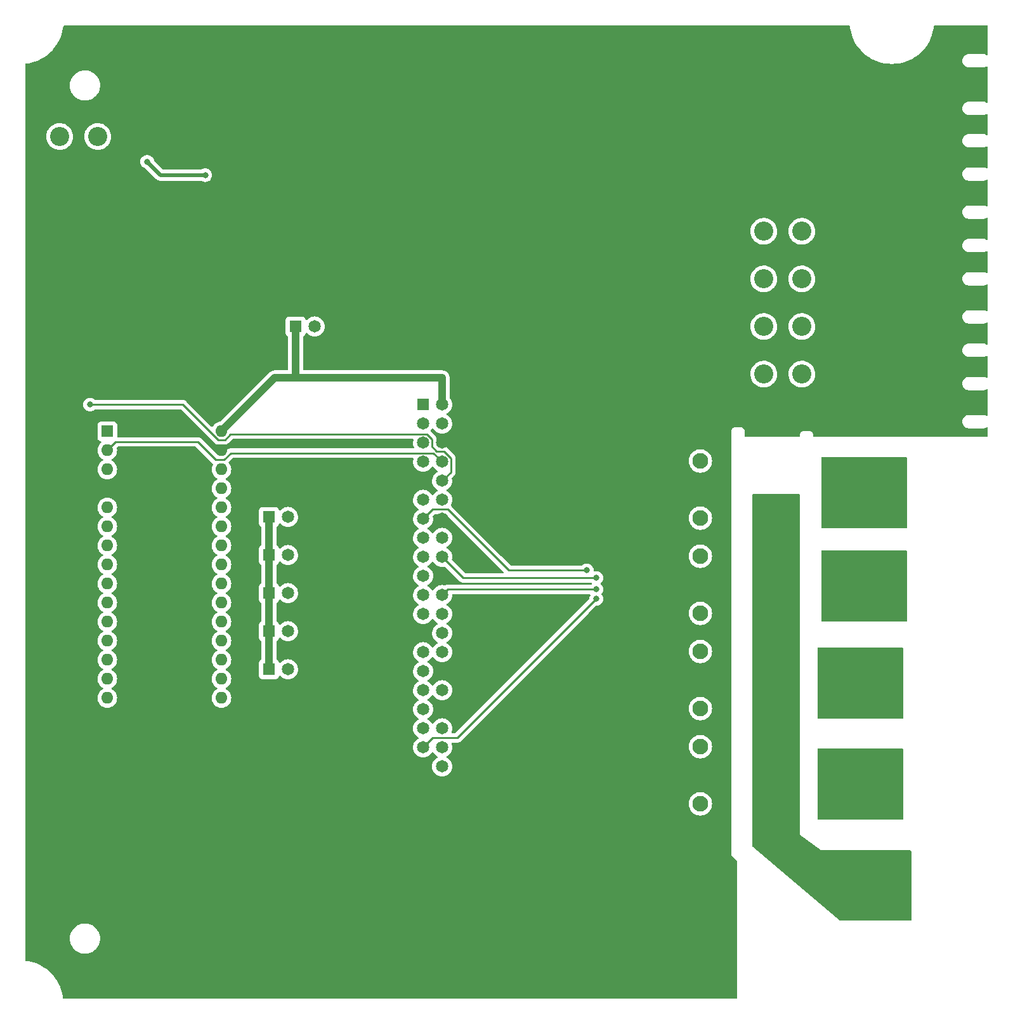
<source format=gbr>
%TF.GenerationSoftware,KiCad,Pcbnew,6.0.8-f2edbf62ab~116~ubuntu20.04.1*%
%TF.CreationDate,2022-10-25T18:56:43-07:00*%
%TF.ProjectId,Control_Board,436f6e74-726f-46c5-9f42-6f6172642e6b,rev?*%
%TF.SameCoordinates,Original*%
%TF.FileFunction,Copper,L2,Bot*%
%TF.FilePolarity,Positive*%
%FSLAX46Y46*%
G04 Gerber Fmt 4.6, Leading zero omitted, Abs format (unit mm)*
G04 Created by KiCad (PCBNEW 6.0.8-f2edbf62ab~116~ubuntu20.04.1) date 2022-10-25 18:56:43*
%MOMM*%
%LPD*%
G01*
G04 APERTURE LIST*
%TA.AperFunction,ComponentPad*%
%ADD10R,1.650000X1.650000*%
%TD*%
%TA.AperFunction,ComponentPad*%
%ADD11C,1.650000*%
%TD*%
%TA.AperFunction,ComponentPad*%
%ADD12R,1.600000X1.600000*%
%TD*%
%TA.AperFunction,ComponentPad*%
%ADD13O,1.600000X1.600000*%
%TD*%
%TA.AperFunction,ComponentPad*%
%ADD14C,2.550000*%
%TD*%
%TA.AperFunction,ComponentPad*%
%ADD15C,2.100000*%
%TD*%
%TA.AperFunction,ViaPad*%
%ADD16C,0.800000*%
%TD*%
%TA.AperFunction,Conductor*%
%ADD17C,1.000000*%
%TD*%
%TA.AperFunction,Conductor*%
%ADD18C,0.250000*%
%TD*%
%TA.AperFunction,Conductor*%
%ADD19C,0.500000*%
%TD*%
G04 APERTURE END LIST*
D10*
%TO.P,A4,1*%
%TO.N,+5V*%
X68580000Y-90170000D03*
D11*
%TO.P,A4,2*%
%TO.N,A4*%
X71120000Y-90170000D03*
%TO.P,A4,3*%
%TO.N,GND*%
X73660000Y-90170000D03*
%TD*%
D12*
%TO.P,A1,1,D1/TX*%
%TO.N,RX*%
X47000000Y-78740000D03*
D13*
%TO.P,A1,2,D0/RX*%
%TO.N,TX*%
X47000000Y-81280000D03*
%TO.P,A1,3,~{RESET}*%
%TO.N,unconnected-(A1-Pad3)*%
X47000000Y-83820000D03*
%TO.P,A1,4,GND*%
%TO.N,GND*%
X47000000Y-86360000D03*
%TO.P,A1,5,D2*%
%TO.N,unconnected-(A1-Pad5)*%
X47000000Y-88900000D03*
%TO.P,A1,6,D3*%
%TO.N,unconnected-(A1-Pad6)*%
X47000000Y-91440000D03*
%TO.P,A1,7,D4*%
%TO.N,unconnected-(A1-Pad7)*%
X47000000Y-93980000D03*
%TO.P,A1,8,D5*%
%TO.N,unconnected-(A1-Pad8)*%
X47000000Y-96520000D03*
%TO.P,A1,9,D6*%
%TO.N,unconnected-(A1-Pad9)*%
X47000000Y-99060000D03*
%TO.P,A1,10,D7*%
%TO.N,unconnected-(A1-Pad10)*%
X47000000Y-101600000D03*
%TO.P,A1,11,D8*%
%TO.N,unconnected-(A1-Pad11)*%
X47000000Y-104140000D03*
%TO.P,A1,12,D9*%
%TO.N,unconnected-(A1-Pad12)*%
X47000000Y-106680000D03*
%TO.P,A1,13,D10*%
%TO.N,unconnected-(A1-Pad13)*%
X47000000Y-109220000D03*
%TO.P,A1,14,D11*%
%TO.N,unconnected-(A1-Pad14)*%
X47000000Y-111760000D03*
%TO.P,A1,15,D12*%
%TO.N,unconnected-(A1-Pad15)*%
X47000000Y-114300000D03*
%TO.P,A1,16,D13*%
%TO.N,unconnected-(A1-Pad16)*%
X62240000Y-114300000D03*
%TO.P,A1,17,3V3*%
%TO.N,unconnected-(A1-Pad17)*%
X62240000Y-111760000D03*
%TO.P,A1,18,AREF*%
%TO.N,unconnected-(A1-Pad18)*%
X62240000Y-109220000D03*
%TO.P,A1,19,A0*%
%TO.N,A0*%
X62240000Y-106680000D03*
%TO.P,A1,20,A1*%
%TO.N,A1*%
X62240000Y-104140000D03*
%TO.P,A1,21,A2*%
%TO.N,A2*%
X62240000Y-101600000D03*
%TO.P,A1,22,A3*%
%TO.N,A3*%
X62240000Y-99060000D03*
%TO.P,A1,23,A4*%
%TO.N,A4*%
X62240000Y-96520000D03*
%TO.P,A1,24,A5*%
%TO.N,unconnected-(A1-Pad24)*%
X62240000Y-93980000D03*
%TO.P,A1,25,A6*%
%TO.N,unconnected-(A1-Pad25)*%
X62240000Y-91440000D03*
%TO.P,A1,26,A7*%
%TO.N,unconnected-(A1-Pad26)*%
X62240000Y-88900000D03*
%TO.P,A1,27,+5V*%
%TO.N,unconnected-(A1-Pad27)*%
X62240000Y-86360000D03*
%TO.P,A1,28,~{RESET}*%
%TO.N,unconnected-(A1-Pad28)*%
X62240000Y-83820000D03*
%TO.P,A1,29,GND*%
%TO.N,GND*%
X62240000Y-81280000D03*
%TO.P,A1,30,VIN*%
%TO.N,+5V*%
X62240000Y-78740000D03*
%TD*%
D14*
%TO.P,J112,1,1*%
%TO.N,Net-(K4-Pad3)*%
X151130000Y-128270000D03*
%TO.P,J112,2,2*%
X151130000Y-123190000D03*
%TD*%
D15*
%TO.P,K2,1,Coil*%
%TO.N,+12V*%
X126160000Y-103020000D03*
%TO.P,K2,2,NO*%
%TO.N,120V_Hot*%
X136320000Y-103020000D03*
%TO.P,K2,3,COM*%
%TO.N,Net-(K2-Pad3)*%
X143940000Y-103020000D03*
%TO.P,K2,5,Coil*%
%TO.N,Relay2*%
X126160000Y-95400000D03*
%TD*%
D10*
%TO.P,A0,1*%
%TO.N,+5V*%
X68580000Y-110490000D03*
D11*
%TO.P,A0,2*%
%TO.N,A0*%
X71120000Y-110490000D03*
%TO.P,A0,3*%
%TO.N,GND*%
X73660000Y-110490000D03*
%TD*%
D14*
%TO.P,J\u002A\u002A,1*%
%TO.N,Pump3*%
X139700000Y-64770000D03*
%TO.P,J\u002A\u002A,2*%
X134620000Y-64770000D03*
%TD*%
%TO.P,J2,1,Pin_1*%
%TO.N,+12V*%
X40640000Y-39435000D03*
%TO.P,J2,2,Pin_2*%
X45720000Y-39435000D03*
%TD*%
%TO.P,J\u002A\u002A,1*%
%TO.N,GND*%
X152146000Y-58420000D03*
%TO.P,J\u002A\u002A,2*%
X147066000Y-58420000D03*
%TD*%
%TO.P,J\u002A\u002A,1*%
%TO.N,Pump1*%
X139700000Y-52070000D03*
%TO.P,J\u002A\u002A,2*%
X134620000Y-52070000D03*
%TD*%
%TO.P,J5,1,1*%
%TO.N,Net-(K2-Pad3)*%
X151130000Y-101600000D03*
%TO.P,J5,2,2*%
X151130000Y-96520000D03*
%TD*%
%TO.P,J4,1,1*%
%TO.N,Net-(K1-Pad3)*%
X151765000Y-89535000D03*
%TO.P,J4,2,2*%
X151765000Y-84455000D03*
%TD*%
D10*
%TO.P,J1,1,3V3*%
%TO.N,unconnected-(J1-Pad1)*%
X89154000Y-75184000D03*
D11*
%TO.P,J1,2,5V*%
%TO.N,+5V*%
X91694000Y-75184000D03*
%TO.P,J1,3,SDA/GPIO2*%
%TO.N,unconnected-(J1-Pad3)*%
X89154000Y-77724000D03*
%TO.P,J1,4,5V*%
%TO.N,+5V*%
X91694000Y-77724000D03*
%TO.P,J1,5,SCL/GPIO3*%
%TO.N,unconnected-(J1-Pad5)*%
X89154000Y-80264000D03*
%TO.P,J1,6,GND*%
%TO.N,GND*%
X91694000Y-80264000D03*
%TO.P,J1,7,GCLK0/GPIO4*%
%TO.N,unconnected-(J1-Pad7)*%
X89154000Y-82804000D03*
%TO.P,J1,8,GPIO14/TXD*%
%TO.N,TX*%
X91694000Y-82804000D03*
%TO.P,J1,9,GND*%
%TO.N,GND*%
X89154000Y-85344000D03*
%TO.P,J1,10,GPIO15/RXD*%
%TO.N,Net-(J1-Pad10)*%
X91694000Y-85344000D03*
%TO.P,J1,11,GPIO17*%
%TO.N,U2{slash}Pin2*%
X89154000Y-87884000D03*
%TO.P,J1,12,GPIO18/PWM0*%
%TO.N,unconnected-(J1-Pad12)*%
X91694000Y-87884000D03*
%TO.P,J1,13,GPIO27*%
%TO.N,U1{slash}Pin4*%
X89154000Y-90424000D03*
%TO.P,J1,14,GND*%
%TO.N,GND*%
X91694000Y-90424000D03*
%TO.P,J1,15,GPIO22*%
%TO.N,U2{slash}Pin3*%
X89154000Y-92964000D03*
%TO.P,J1,16,GPIO23*%
%TO.N,U2{slash}Pin4*%
X91694000Y-92964000D03*
%TO.P,J1,17,3V3*%
%TO.N,unconnected-(J1-Pad17)*%
X89154000Y-95504000D03*
%TO.P,J1,18,GPIO24*%
%TO.N,U1{slash}Pin1*%
X91694000Y-95504000D03*
%TO.P,J1,19,MOSI0/GPIO10*%
%TO.N,unconnected-(J1-Pad19)*%
X89154000Y-98044000D03*
%TO.P,J1,20,GND*%
%TO.N,GND*%
X91694000Y-98044000D03*
%TO.P,J1,21,MISO0/GPIO9*%
%TO.N,unconnected-(J1-Pad21)*%
X89154000Y-100584000D03*
%TO.P,J1,22,GPIO25*%
%TO.N,U1{slash}Pin2*%
X91694000Y-100584000D03*
%TO.P,J1,23,SCLK0/GPIO11*%
%TO.N,unconnected-(J1-Pad23)*%
X89154000Y-103124000D03*
%TO.P,J1,24,~{CE0}/GPIO8*%
%TO.N,unconnected-(J1-Pad24)*%
X91694000Y-103124000D03*
%TO.P,J1,25,GND*%
%TO.N,GND*%
X89154000Y-105664000D03*
%TO.P,J1,26,~{CE1}/GPIO7*%
%TO.N,unconnected-(J1-Pad26)*%
X91694000Y-105664000D03*
%TO.P,J1,27,ID_SD/GPIO0*%
%TO.N,unconnected-(J1-Pad27)*%
X89154000Y-108204000D03*
%TO.P,J1,28,ID_SC/GPIO1*%
%TO.N,unconnected-(J1-Pad28)*%
X91694000Y-108204000D03*
%TO.P,J1,29,GCLK1/GPIO5*%
%TO.N,unconnected-(J1-Pad29)*%
X89154000Y-110744000D03*
%TO.P,J1,30,GND*%
%TO.N,GND*%
X91694000Y-110744000D03*
%TO.P,J1,31,GCLK2/GPIO6*%
%TO.N,unconnected-(J1-Pad31)*%
X89154000Y-113284000D03*
%TO.P,J1,32,PWM0/GPIO12*%
%TO.N,unconnected-(J1-Pad32)*%
X91694000Y-113284000D03*
%TO.P,J1,33,PWM1/GPIO13*%
%TO.N,unconnected-(J1-Pad33)*%
X89154000Y-115824000D03*
%TO.P,J1,34,GND*%
%TO.N,GND*%
X91694000Y-115824000D03*
%TO.P,J1,35,GPIO19/MISO1*%
%TO.N,unconnected-(J1-Pad35)*%
X89154000Y-118364000D03*
%TO.P,J1,36,GPIO16*%
%TO.N,U2{slash}Pin1*%
X91694000Y-118364000D03*
%TO.P,J1,37,GPIO26*%
%TO.N,U1{slash}Pin3*%
X89154000Y-120904000D03*
%TO.P,J1,38,GPIO20/MOSI1*%
%TO.N,unconnected-(J1-Pad38)*%
X91694000Y-120904000D03*
%TO.P,J1,39,GND*%
%TO.N,GND*%
X89154000Y-123444000D03*
%TO.P,J1,40,GPIO21/SCLK1*%
%TO.N,unconnected-(J1-Pad40)*%
X91694000Y-123444000D03*
%TD*%
D15*
%TO.P,K3,1,Coil*%
%TO.N,+12V*%
X126160000Y-115720000D03*
%TO.P,K3,2,NO*%
%TO.N,120V_Hot*%
X136320000Y-115720000D03*
%TO.P,K3,3,COM*%
%TO.N,Net-(K3-Pad3)*%
X143940000Y-115720000D03*
%TO.P,K3,5,Coil*%
%TO.N,Relay3*%
X126160000Y-108100000D03*
%TD*%
D10*
%TO.P,A3,1*%
%TO.N,+5V*%
X68580000Y-95250000D03*
D11*
%TO.P,A3,2*%
%TO.N,A3*%
X71120000Y-95250000D03*
%TO.P,A3,3*%
%TO.N,GND*%
X73660000Y-95250000D03*
%TD*%
D10*
%TO.P,A2,1*%
%TO.N,+5V*%
X68580000Y-100330000D03*
D11*
%TO.P,A2,2*%
%TO.N,A2*%
X71120000Y-100330000D03*
%TO.P,A2,3*%
%TO.N,GND*%
X73660000Y-100330000D03*
%TD*%
D15*
%TO.P,K4,1,Coil*%
%TO.N,+12V*%
X126160000Y-128420000D03*
%TO.P,K4,2,NO*%
%TO.N,120V_Hot*%
X136320000Y-128420000D03*
%TO.P,K4,3,COM*%
%TO.N,Net-(K4-Pad3)*%
X143940000Y-128420000D03*
%TO.P,K4,5,Coil*%
%TO.N,Relay4*%
X126160000Y-120800000D03*
%TD*%
D10*
%TO.P,A1,1,D1/TX*%
%TO.N,+5V*%
X68580000Y-105410000D03*
D11*
%TO.P,A1,2,D0/RX*%
%TO.N,A1*%
X71120000Y-105410000D03*
%TO.P,A1,3,~{RESET}*%
%TO.N,GND*%
X73660000Y-105410000D03*
%TD*%
D14*
%TO.P,J3,1,Pin_1*%
%TO.N,GND*%
X40640000Y-45085000D03*
%TO.P,J3,2,Pin_2*%
X45720000Y-45085000D03*
%TD*%
%TO.P,J\u002A\u002A,1*%
%TO.N,GND*%
X152146000Y-71120000D03*
%TO.P,J\u002A\u002A,2*%
X147066000Y-71120000D03*
%TD*%
%TO.P,J6,1,1*%
%TO.N,Net-(K3-Pad3)*%
X151130000Y-114935000D03*
%TO.P,J6,2,2*%
X151130000Y-109855000D03*
%TD*%
D15*
%TO.P,K1,1,Coil*%
%TO.N,+12V*%
X126160000Y-90320000D03*
%TO.P,K1,2,NO*%
%TO.N,120V_Hot*%
X136320000Y-90320000D03*
%TO.P,K1,3,COM*%
%TO.N,Net-(K1-Pad3)*%
X143940000Y-90320000D03*
%TO.P,K1,5,Coil*%
%TO.N,Relay1*%
X126160000Y-82700000D03*
%TD*%
D14*
%TO.P,J\u002A\u002A,1*%
%TO.N,GND*%
X152146000Y-64770000D03*
%TO.P,J\u002A\u002A,2*%
X147066000Y-64770000D03*
%TD*%
D10*
%TO.P,T/H,1*%
%TO.N,+5V*%
X72136000Y-64770000D03*
D11*
%TO.P,T/H,2*%
%TO.N,unconnected-(J1-Pad7)*%
X74676000Y-64770000D03*
%TO.P,T/H,3*%
%TO.N,GND*%
X77216000Y-64770000D03*
%TD*%
D14*
%TO.P,J\u002A\u002A,1*%
%TO.N,Pump2*%
X139700000Y-58420000D03*
%TO.P,J\u002A\u002A,2*%
X134620000Y-58420000D03*
%TD*%
%TO.P,J8,1,1*%
%TO.N,120V_Hot*%
X151130000Y-141605000D03*
%TO.P,J8,2,2*%
X151130000Y-136525000D03*
%TD*%
%TO.P,J\u002A\u002A,1*%
%TO.N,GND*%
X152146000Y-52070000D03*
%TO.P,J\u002A\u002A,2*%
X147066000Y-52070000D03*
%TD*%
%TO.P,J\u002A\u002A,1*%
%TO.N,Pump4*%
X139700000Y-71120000D03*
%TO.P,J\u002A\u002A,2*%
X134620000Y-71120000D03*
%TD*%
D16*
%TO.N,GND*%
X62992000Y-42291000D03*
X113665000Y-70485000D03*
X54610000Y-47117000D03*
X53721000Y-41529000D03*
X52832000Y-45593000D03*
X65278000Y-42291000D03*
X94361000Y-89408000D03*
X42418000Y-78740000D03*
X94996000Y-97028000D03*
X112522000Y-107315000D03*
X116205000Y-107315000D03*
X53721000Y-39624000D03*
X117475000Y-70485000D03*
X62865000Y-43434000D03*
X62865000Y-44971498D03*
%TO.N,Net-(C4-Pad1)*%
X52324000Y-42799000D03*
X60071000Y-44577000D03*
%TO.N,Net-(J1-Pad10)*%
X44704000Y-75184000D03*
%TO.N,U1{slash}Pin1*%
X112268000Y-98298000D03*
%TO.N,U1{slash}Pin2*%
X112268000Y-99822000D03*
%TO.N,U1{slash}Pin3*%
X112268000Y-101092000D03*
%TO.N,U1{slash}Pin4*%
X110998000Y-97282000D03*
%TD*%
D17*
%TO.N,+5V*%
X91694000Y-71628000D02*
X91694000Y-75184000D01*
X72136000Y-64770000D02*
X72136000Y-71374000D01*
X68580000Y-90170000D02*
X68580000Y-95250000D01*
X68580000Y-95250000D02*
X68580000Y-100330000D01*
X68580000Y-100330000D02*
X68580000Y-105410000D01*
X62240000Y-78740000D02*
X69352000Y-71628000D01*
X72136000Y-71374000D02*
X72390000Y-71628000D01*
X69352000Y-71628000D02*
X72390000Y-71628000D01*
X72390000Y-71628000D02*
X91694000Y-71628000D01*
X68580000Y-105410000D02*
X68580000Y-110490000D01*
D18*
%TO.N,TX*%
X62560991Y-82550000D02*
X63456991Y-81654000D01*
X63456991Y-81654000D02*
X90544000Y-81654000D01*
X61468000Y-82550000D02*
X62560991Y-82550000D01*
X47000000Y-81280000D02*
X48125000Y-80155000D01*
X59073000Y-80155000D02*
X61468000Y-82550000D01*
X48125000Y-80155000D02*
X59073000Y-80155000D01*
X90544000Y-81654000D02*
X91694000Y-82804000D01*
D19*
%TO.N,Net-(C4-Pad1)*%
X54102000Y-44577000D02*
X60071000Y-44577000D01*
X52324000Y-42799000D02*
X54102000Y-44577000D01*
D18*
%TO.N,Net-(J1-Pad10)*%
X90304000Y-80777604D02*
X90304000Y-79787654D01*
X91694000Y-85344000D02*
X92844000Y-84194000D01*
X61774009Y-79865000D02*
X57093009Y-75184000D01*
X90940396Y-81414000D02*
X90304000Y-80777604D01*
X92844000Y-82327654D02*
X91930346Y-81414000D01*
X90304000Y-79787654D02*
X89630346Y-79114000D01*
X63365000Y-79205991D02*
X62705991Y-79865000D01*
X91930346Y-81414000D02*
X90940396Y-81414000D01*
X92844000Y-84194000D02*
X92844000Y-82327654D01*
X63365000Y-79114000D02*
X63365000Y-79205991D01*
X57093009Y-75184000D02*
X44704000Y-75184000D01*
X89630346Y-79114000D02*
X63365000Y-79114000D01*
X62705991Y-79865000D02*
X61774009Y-79865000D01*
%TO.N,U1{slash}Pin1*%
X112268000Y-98298000D02*
X94488000Y-98298000D01*
X94488000Y-98298000D02*
X91694000Y-95504000D01*
%TO.N,U1{slash}Pin2*%
X112268000Y-99822000D02*
X92456000Y-99822000D01*
X92456000Y-99822000D02*
X91694000Y-100584000D01*
%TO.N,U1{slash}Pin3*%
X93726000Y-119634000D02*
X90424000Y-119634000D01*
X90424000Y-119634000D02*
X89154000Y-120904000D01*
X112268000Y-101092000D02*
X93726000Y-119634000D01*
%TO.N,U1{slash}Pin4*%
X92456000Y-89154000D02*
X90424000Y-89154000D01*
X90424000Y-89154000D02*
X89154000Y-90424000D01*
X100584000Y-97282000D02*
X92456000Y-89154000D01*
X110998000Y-97282000D02*
X100584000Y-97282000D01*
%TD*%
%TA.AperFunction,Conductor*%
%TO.N,Net-(K4-Pad3)*%
G36*
X153186671Y-121051002D02*
G01*
X153233164Y-121104658D01*
X153244550Y-121157000D01*
X153244550Y-130430000D01*
X153224548Y-130498121D01*
X153170892Y-130544614D01*
X153118550Y-130556000D01*
X141940550Y-130556000D01*
X141872429Y-130535998D01*
X141825936Y-130482342D01*
X141814550Y-130430000D01*
X141814550Y-121157000D01*
X141834552Y-121088879D01*
X141888208Y-121042386D01*
X141940550Y-121031000D01*
X153118550Y-121031000D01*
X153186671Y-121051002D01*
G37*
%TD.AperFunction*%
%TD*%
%TA.AperFunction,Conductor*%
%TO.N,Net-(K3-Pad3)*%
G36*
X153186671Y-107589002D02*
G01*
X153233164Y-107642658D01*
X153244550Y-107695000D01*
X153244550Y-116968000D01*
X153224548Y-117036121D01*
X153170892Y-117082614D01*
X153118550Y-117094000D01*
X141940550Y-117094000D01*
X141872429Y-117073998D01*
X141825936Y-117020342D01*
X141814550Y-116968000D01*
X141814550Y-107695000D01*
X141834552Y-107626879D01*
X141888208Y-107580386D01*
X141940550Y-107569000D01*
X153118550Y-107569000D01*
X153186671Y-107589002D01*
G37*
%TD.AperFunction*%
%TD*%
%TA.AperFunction,Conductor*%
%TO.N,120V_Hot*%
G36*
X139387621Y-87142002D02*
G01*
X139434114Y-87195658D01*
X139445500Y-87248000D01*
X139445500Y-131694498D01*
X139444957Y-131706177D01*
X139440898Y-131749777D01*
X139442607Y-131758583D01*
X139442607Y-131758587D01*
X139443693Y-131764181D01*
X139446000Y-131788183D01*
X139446000Y-132588000D01*
X142240000Y-134620000D01*
X154179000Y-134620000D01*
X154247121Y-134640002D01*
X154293614Y-134693658D01*
X154305000Y-134746000D01*
X154305000Y-143892000D01*
X154284998Y-143960121D01*
X154231342Y-144006614D01*
X154179000Y-144018000D01*
X144826224Y-144018000D01*
X144758103Y-143997998D01*
X144744742Y-143988107D01*
X139858753Y-139845638D01*
X133140517Y-134149743D01*
X133101493Y-134090435D01*
X133096000Y-134053637D01*
X133096000Y-87248000D01*
X133116002Y-87179879D01*
X133169658Y-87133386D01*
X133222000Y-87122000D01*
X139319500Y-87122000D01*
X139387621Y-87142002D01*
G37*
%TD.AperFunction*%
%TD*%
%TA.AperFunction,Conductor*%
%TO.N,Net-(K1-Pad3)*%
G36*
X153694671Y-82189002D02*
G01*
X153741164Y-82242658D01*
X153752550Y-82295000D01*
X153752550Y-91568000D01*
X153732548Y-91636121D01*
X153678892Y-91682614D01*
X153626550Y-91694000D01*
X142448550Y-91694000D01*
X142380429Y-91673998D01*
X142333936Y-91620342D01*
X142322550Y-91568000D01*
X142322550Y-82295000D01*
X142342552Y-82226879D01*
X142396208Y-82180386D01*
X142448550Y-82169000D01*
X153626550Y-82169000D01*
X153694671Y-82189002D01*
G37*
%TD.AperFunction*%
%TD*%
%TA.AperFunction,Conductor*%
%TO.N,Net-(K2-Pad3)*%
G36*
X153694671Y-94635002D02*
G01*
X153741164Y-94688658D01*
X153752550Y-94741000D01*
X153752550Y-104014000D01*
X153732548Y-104082121D01*
X153678892Y-104128614D01*
X153626550Y-104140000D01*
X142448550Y-104140000D01*
X142380429Y-104119998D01*
X142333936Y-104066342D01*
X142322550Y-104014000D01*
X142322550Y-94741000D01*
X142342552Y-94672879D01*
X142396208Y-94626386D01*
X142448550Y-94615000D01*
X153626550Y-94615000D01*
X153694671Y-94635002D01*
G37*
%TD.AperFunction*%
%TD*%
%TA.AperFunction,Conductor*%
%TO.N,GND*%
G36*
X131064000Y-78231500D02*
G01*
X130818199Y-78231500D01*
X130817371Y-78231497D01*
X130749491Y-78231051D01*
X130740511Y-78230992D01*
X130731875Y-78233456D01*
X130731876Y-78233456D01*
X130711944Y-78239143D01*
X130695233Y-78242707D01*
X130676355Y-78245410D01*
X130665813Y-78246920D01*
X130642564Y-78257491D01*
X130624997Y-78263950D01*
X130600443Y-78270956D01*
X130592852Y-78275741D01*
X130592849Y-78275742D01*
X130575308Y-78286798D01*
X130560275Y-78294905D01*
X130541389Y-78303492D01*
X130541384Y-78303495D01*
X130533218Y-78307208D01*
X130526421Y-78313064D01*
X130526420Y-78313065D01*
X130513874Y-78323875D01*
X130498818Y-78335010D01*
X130484817Y-78343835D01*
X130484812Y-78343839D01*
X130477221Y-78348624D01*
X130471276Y-78355349D01*
X130471275Y-78355350D01*
X130457539Y-78370889D01*
X130445389Y-78382886D01*
X130422873Y-78402287D01*
X130417989Y-78409822D01*
X130408986Y-78423712D01*
X130397655Y-78438633D01*
X130386697Y-78451028D01*
X130386695Y-78451031D01*
X130380751Y-78457755D01*
X130370060Y-78480500D01*
X130368112Y-78484644D01*
X130359815Y-78499571D01*
X130348533Y-78516978D01*
X130343648Y-78524515D01*
X130341076Y-78533115D01*
X130336331Y-78548981D01*
X130329645Y-78566477D01*
X130322606Y-78581452D01*
X130322605Y-78581456D01*
X130318788Y-78589576D01*
X130317404Y-78598438D01*
X130317403Y-78598441D01*
X130314203Y-78618932D01*
X130310430Y-78635588D01*
X130301914Y-78664066D01*
X130301859Y-78673037D01*
X130301859Y-78673039D01*
X130301704Y-78698453D01*
X130301675Y-78699154D01*
X130301518Y-78700154D01*
X130301517Y-78702909D01*
X130301504Y-78730775D01*
X130301502Y-78731487D01*
X130301393Y-78749422D01*
X130301024Y-78809721D01*
X130301382Y-78810974D01*
X130301467Y-78812220D01*
X130285918Y-112897523D01*
X130283043Y-119200046D01*
X130283036Y-119200222D01*
X130283003Y-119200433D01*
X130283003Y-119201064D01*
X130283014Y-119219921D01*
X130283025Y-119238938D01*
X130283008Y-119276038D01*
X130283039Y-119276258D01*
X130283046Y-119276450D01*
X130292025Y-135045649D01*
X130290845Y-135062924D01*
X130288053Y-135083178D01*
X130288053Y-135083183D01*
X130286828Y-135092071D01*
X130297301Y-135162546D01*
X130297384Y-135163116D01*
X130307552Y-135233825D01*
X130308060Y-135234940D01*
X130308239Y-135236146D01*
X130311869Y-135244019D01*
X130338026Y-135300752D01*
X130338272Y-135301290D01*
X130364316Y-135358483D01*
X130364320Y-135358489D01*
X130367916Y-135366386D01*
X130368715Y-135367312D01*
X130369226Y-135368421D01*
X130416245Y-135422410D01*
X130463057Y-135476677D01*
X130470593Y-135481556D01*
X130470595Y-135481557D01*
X130491044Y-135494794D01*
X130503729Y-135504182D01*
X131019155Y-135938171D01*
X131058381Y-135997348D01*
X131064000Y-136034555D01*
X131064000Y-154292257D01*
X131043998Y-154360378D01*
X130990342Y-154406871D01*
X130938000Y-154418257D01*
X41194842Y-154418257D01*
X41126721Y-154398255D01*
X41080228Y-154344599D01*
X41069715Y-154307067D01*
X41039797Y-154054291D01*
X41039508Y-154051848D01*
X40953834Y-153621141D01*
X40834632Y-153198483D01*
X40682636Y-152786480D01*
X40498784Y-152387673D01*
X40284208Y-152004520D01*
X40076870Y-151694218D01*
X40041611Y-151641449D01*
X40041608Y-151641445D01*
X40040231Y-151639384D01*
X39904295Y-151466950D01*
X39769895Y-151296464D01*
X39769891Y-151296459D01*
X39768359Y-151294516D01*
X39661623Y-151179049D01*
X39471929Y-150973840D01*
X39470266Y-150972041D01*
X39462844Y-150965180D01*
X39149612Y-150675631D01*
X39149606Y-150675626D01*
X39147792Y-150673949D01*
X39093251Y-150630952D01*
X38831630Y-150424708D01*
X38802923Y-150402077D01*
X38759962Y-150373371D01*
X38551204Y-150233884D01*
X38437787Y-150158101D01*
X38054634Y-149943525D01*
X38052399Y-149942495D01*
X38052386Y-149942488D01*
X37658066Y-149760704D01*
X37658062Y-149760702D01*
X37655827Y-149759672D01*
X37243824Y-149607677D01*
X37241440Y-149607005D01*
X37241435Y-149607003D01*
X36823554Y-149489148D01*
X36823542Y-149489145D01*
X36821166Y-149488475D01*
X36818746Y-149487994D01*
X36818735Y-149487991D01*
X36542118Y-149432969D01*
X36390459Y-149402802D01*
X36212930Y-149381790D01*
X36135240Y-149372595D01*
X36069943Y-149344725D01*
X36030079Y-149285976D01*
X36024050Y-149247468D01*
X36024050Y-146373772D01*
X42011467Y-146373772D01*
X42011884Y-146381010D01*
X42027232Y-146647174D01*
X42079955Y-146915907D01*
X42081342Y-146919957D01*
X42081343Y-146919962D01*
X42167273Y-147170942D01*
X42168662Y-147174998D01*
X42197788Y-147232908D01*
X42274377Y-147385189D01*
X42291710Y-147419653D01*
X42294136Y-147423182D01*
X42294139Y-147423188D01*
X42444393Y-147641807D01*
X42446824Y-147645344D01*
X42631132Y-147847897D01*
X42841225Y-148023561D01*
X42844866Y-148025845D01*
X43069574Y-148166805D01*
X43069578Y-148166807D01*
X43073214Y-148169088D01*
X43141094Y-148199737D01*
X43318895Y-148280018D01*
X43318899Y-148280020D01*
X43322807Y-148281784D01*
X43326927Y-148283004D01*
X43326926Y-148283004D01*
X43581273Y-148358345D01*
X43581277Y-148358346D01*
X43585386Y-148359563D01*
X43589620Y-148360211D01*
X43589625Y-148360212D01*
X43851848Y-148400337D01*
X43851850Y-148400337D01*
X43856090Y-148400986D01*
X43995462Y-148403176D01*
X44125621Y-148405221D01*
X44125627Y-148405221D01*
X44129912Y-148405288D01*
X44401785Y-148372388D01*
X44666677Y-148302895D01*
X44670637Y-148301255D01*
X44670642Y-148301253D01*
X44793181Y-148250495D01*
X44919686Y-148198095D01*
X45156132Y-148059927D01*
X45371639Y-147890948D01*
X45413359Y-147847897D01*
X45559236Y-147697363D01*
X45562219Y-147694285D01*
X45564752Y-147690837D01*
X45564756Y-147690832D01*
X45721807Y-147477032D01*
X45724345Y-147473577D01*
X45751704Y-147423188D01*
X45852968Y-147236684D01*
X45852969Y-147236682D01*
X45855018Y-147232908D01*
X45951819Y-146976731D01*
X45976657Y-146868281D01*
X46011999Y-146713971D01*
X46012000Y-146713967D01*
X46012957Y-146709787D01*
X46021460Y-146614519D01*
X46037081Y-146439481D01*
X46037081Y-146439479D01*
X46037301Y-146437015D01*
X46037743Y-146394854D01*
X46036015Y-146369502D01*
X46019409Y-146125909D01*
X46019408Y-146125903D01*
X46019117Y-146121632D01*
X45963582Y-145853466D01*
X45872167Y-145595319D01*
X45746563Y-145351966D01*
X45736590Y-145337775D01*
X45667829Y-145239939D01*
X45589095Y-145127911D01*
X45402675Y-144927299D01*
X45399360Y-144924585D01*
X45399356Y-144924582D01*
X45194073Y-144756560D01*
X45190755Y-144753844D01*
X44957254Y-144610755D01*
X44953318Y-144609027D01*
X44710423Y-144502403D01*
X44710419Y-144502402D01*
X44706495Y-144500679D01*
X44443116Y-144425654D01*
X44438874Y-144425050D01*
X44438868Y-144425049D01*
X44238384Y-144396516D01*
X44171993Y-144387067D01*
X44028139Y-144386314D01*
X43902427Y-144385656D01*
X43902421Y-144385656D01*
X43898141Y-144385634D01*
X43893897Y-144386193D01*
X43893893Y-144386193D01*
X43774852Y-144401865D01*
X43626628Y-144421379D01*
X43622488Y-144422512D01*
X43622486Y-144422512D01*
X43549558Y-144442463D01*
X43362478Y-144493642D01*
X43358530Y-144495326D01*
X43114532Y-144599400D01*
X43114528Y-144599402D01*
X43110580Y-144601086D01*
X43090675Y-144612999D01*
X42879275Y-144739518D01*
X42879271Y-144739521D01*
X42875593Y-144741722D01*
X42661868Y-144912948D01*
X42473358Y-145111596D01*
X42313552Y-145333990D01*
X42185407Y-145576015D01*
X42183935Y-145580038D01*
X42183933Y-145580042D01*
X42094208Y-145825225D01*
X42091293Y-145833191D01*
X42032954Y-146100761D01*
X42011467Y-146373772D01*
X36024050Y-146373772D01*
X36024050Y-128420000D01*
X124596681Y-128420000D01*
X124615928Y-128664557D01*
X124673195Y-128903092D01*
X124767073Y-129129732D01*
X124895248Y-129338896D01*
X125054567Y-129525433D01*
X125241104Y-129684752D01*
X125245327Y-129687340D01*
X125245330Y-129687342D01*
X125314515Y-129729738D01*
X125450268Y-129812927D01*
X125594967Y-129872864D01*
X125672335Y-129904911D01*
X125672337Y-129904912D01*
X125676908Y-129906805D01*
X125759563Y-129926649D01*
X125910630Y-129962917D01*
X125910636Y-129962918D01*
X125915443Y-129964072D01*
X126160000Y-129983319D01*
X126404557Y-129964072D01*
X126409364Y-129962918D01*
X126409370Y-129962917D01*
X126560437Y-129926649D01*
X126643092Y-129906805D01*
X126647663Y-129904912D01*
X126647665Y-129904911D01*
X126725033Y-129872864D01*
X126869732Y-129812927D01*
X127005485Y-129729738D01*
X127074670Y-129687342D01*
X127074673Y-129687340D01*
X127078896Y-129684752D01*
X127265433Y-129525433D01*
X127424752Y-129338896D01*
X127552927Y-129129732D01*
X127646805Y-128903092D01*
X127704072Y-128664557D01*
X127723319Y-128420000D01*
X127704072Y-128175443D01*
X127646805Y-127936908D01*
X127552927Y-127710268D01*
X127424752Y-127501104D01*
X127265433Y-127314567D01*
X127078896Y-127155248D01*
X127074673Y-127152660D01*
X127074670Y-127152658D01*
X127005485Y-127110262D01*
X126869732Y-127027073D01*
X126725033Y-126967136D01*
X126647665Y-126935089D01*
X126647663Y-126935088D01*
X126643092Y-126933195D01*
X126560437Y-126913351D01*
X126409370Y-126877083D01*
X126409364Y-126877082D01*
X126404557Y-126875928D01*
X126160000Y-126856681D01*
X125915443Y-126875928D01*
X125910636Y-126877082D01*
X125910630Y-126877083D01*
X125759563Y-126913351D01*
X125676908Y-126933195D01*
X125672337Y-126935088D01*
X125672335Y-126935089D01*
X125594967Y-126967136D01*
X125450268Y-127027073D01*
X125314515Y-127110262D01*
X125245330Y-127152658D01*
X125245327Y-127152660D01*
X125241104Y-127155248D01*
X125054567Y-127314567D01*
X124895248Y-127501104D01*
X124767073Y-127710268D01*
X124673195Y-127936908D01*
X124615928Y-128175443D01*
X124596681Y-128420000D01*
X36024050Y-128420000D01*
X36024050Y-114300000D01*
X45686502Y-114300000D01*
X45706457Y-114528087D01*
X45707881Y-114533400D01*
X45707881Y-114533402D01*
X45743920Y-114667898D01*
X45765716Y-114749243D01*
X45768039Y-114754224D01*
X45768039Y-114754225D01*
X45860151Y-114951762D01*
X45860154Y-114951767D01*
X45862477Y-114956749D01*
X45993802Y-115144300D01*
X46155700Y-115306198D01*
X46160208Y-115309355D01*
X46160211Y-115309357D01*
X46234239Y-115361192D01*
X46343251Y-115437523D01*
X46348233Y-115439846D01*
X46348238Y-115439849D01*
X46435152Y-115480377D01*
X46550757Y-115534284D01*
X46556065Y-115535706D01*
X46556067Y-115535707D01*
X46766598Y-115592119D01*
X46766600Y-115592119D01*
X46771913Y-115593543D01*
X47000000Y-115613498D01*
X47228087Y-115593543D01*
X47233400Y-115592119D01*
X47233402Y-115592119D01*
X47443933Y-115535707D01*
X47443935Y-115535706D01*
X47449243Y-115534284D01*
X47564848Y-115480377D01*
X47651762Y-115439849D01*
X47651767Y-115439846D01*
X47656749Y-115437523D01*
X47765761Y-115361192D01*
X47839789Y-115309357D01*
X47839792Y-115309355D01*
X47844300Y-115306198D01*
X48006198Y-115144300D01*
X48137523Y-114956749D01*
X48139846Y-114951767D01*
X48139849Y-114951762D01*
X48231961Y-114754225D01*
X48231961Y-114754224D01*
X48234284Y-114749243D01*
X48256081Y-114667898D01*
X48292119Y-114533402D01*
X48292119Y-114533400D01*
X48293543Y-114528087D01*
X48313498Y-114300000D01*
X48293543Y-114071913D01*
X48260749Y-113949524D01*
X48235707Y-113856067D01*
X48235706Y-113856065D01*
X48234284Y-113850757D01*
X48181013Y-113736516D01*
X48139849Y-113648238D01*
X48139846Y-113648233D01*
X48137523Y-113643251D01*
X48048732Y-113516444D01*
X48009357Y-113460211D01*
X48009355Y-113460208D01*
X48006198Y-113455700D01*
X47844300Y-113293802D01*
X47839792Y-113290645D01*
X47839789Y-113290643D01*
X47761611Y-113235902D01*
X47656749Y-113162477D01*
X47651767Y-113160154D01*
X47651762Y-113160151D01*
X47617543Y-113144195D01*
X47564258Y-113097278D01*
X47544797Y-113029001D01*
X47565339Y-112961041D01*
X47617543Y-112915805D01*
X47651762Y-112899849D01*
X47651767Y-112899846D01*
X47656749Y-112897523D01*
X47765761Y-112821192D01*
X47839789Y-112769357D01*
X47839792Y-112769355D01*
X47844300Y-112766198D01*
X48006198Y-112604300D01*
X48137523Y-112416749D01*
X48139846Y-112411767D01*
X48139849Y-112411762D01*
X48231961Y-112214225D01*
X48231961Y-112214224D01*
X48234284Y-112209243D01*
X48256081Y-112127898D01*
X48292119Y-111993402D01*
X48292119Y-111993400D01*
X48293543Y-111988087D01*
X48313498Y-111760000D01*
X48293543Y-111531913D01*
X48266498Y-111430981D01*
X48235707Y-111316067D01*
X48235706Y-111316065D01*
X48234284Y-111310757D01*
X48161332Y-111154310D01*
X48139849Y-111108238D01*
X48139846Y-111108233D01*
X48137523Y-111103251D01*
X48048732Y-110976444D01*
X48009357Y-110920211D01*
X48009355Y-110920208D01*
X48006198Y-110915700D01*
X47844300Y-110753802D01*
X47839792Y-110750645D01*
X47839789Y-110750643D01*
X47761611Y-110695902D01*
X47656749Y-110622477D01*
X47651767Y-110620154D01*
X47651762Y-110620151D01*
X47617543Y-110604195D01*
X47564258Y-110557278D01*
X47544797Y-110489001D01*
X47565339Y-110421041D01*
X47617543Y-110375805D01*
X47651762Y-110359849D01*
X47651767Y-110359846D01*
X47656749Y-110357523D01*
X47791690Y-110263036D01*
X47839789Y-110229357D01*
X47839792Y-110229355D01*
X47844300Y-110226198D01*
X48006198Y-110064300D01*
X48032182Y-110027192D01*
X48105825Y-109922018D01*
X48137523Y-109876749D01*
X48139846Y-109871767D01*
X48139849Y-109871762D01*
X48231961Y-109674225D01*
X48231961Y-109674224D01*
X48234284Y-109669243D01*
X48235872Y-109663319D01*
X48292119Y-109453402D01*
X48292119Y-109453400D01*
X48293543Y-109448087D01*
X48313498Y-109220000D01*
X48293543Y-108991913D01*
X48260749Y-108869524D01*
X48235707Y-108776067D01*
X48235706Y-108776065D01*
X48234284Y-108770757D01*
X48181013Y-108656516D01*
X48139849Y-108568238D01*
X48139846Y-108568233D01*
X48137523Y-108563251D01*
X48048732Y-108436444D01*
X48009357Y-108380211D01*
X48009355Y-108380208D01*
X48006198Y-108375700D01*
X47844300Y-108213802D01*
X47839792Y-108210645D01*
X47839789Y-108210643D01*
X47681774Y-108100000D01*
X47656749Y-108082477D01*
X47651767Y-108080154D01*
X47651762Y-108080151D01*
X47617543Y-108064195D01*
X47564258Y-108017278D01*
X47544797Y-107949001D01*
X47565339Y-107881041D01*
X47617543Y-107835805D01*
X47651762Y-107819849D01*
X47651767Y-107819846D01*
X47656749Y-107817523D01*
X47765761Y-107741192D01*
X47839789Y-107689357D01*
X47839792Y-107689355D01*
X47844300Y-107686198D01*
X48006198Y-107524300D01*
X48137523Y-107336749D01*
X48139846Y-107331767D01*
X48139849Y-107331762D01*
X48231961Y-107134225D01*
X48231961Y-107134224D01*
X48234284Y-107129243D01*
X48256081Y-107047898D01*
X48292119Y-106913402D01*
X48292119Y-106913400D01*
X48293543Y-106908087D01*
X48313498Y-106680000D01*
X48293543Y-106451913D01*
X48266498Y-106350981D01*
X48235707Y-106236067D01*
X48235706Y-106236065D01*
X48234284Y-106230757D01*
X48161332Y-106074310D01*
X48139849Y-106028238D01*
X48139846Y-106028233D01*
X48137523Y-106023251D01*
X48048732Y-105896444D01*
X48009357Y-105840211D01*
X48009355Y-105840208D01*
X48006198Y-105835700D01*
X47844300Y-105673802D01*
X47839792Y-105670645D01*
X47839789Y-105670643D01*
X47761611Y-105615902D01*
X47656749Y-105542477D01*
X47651767Y-105540154D01*
X47651762Y-105540151D01*
X47617543Y-105524195D01*
X47564258Y-105477278D01*
X47544797Y-105409001D01*
X47565339Y-105341041D01*
X47617543Y-105295805D01*
X47651762Y-105279849D01*
X47651767Y-105279846D01*
X47656749Y-105277523D01*
X47791690Y-105183036D01*
X47839789Y-105149357D01*
X47839792Y-105149355D01*
X47844300Y-105146198D01*
X48006198Y-104984300D01*
X48032182Y-104947192D01*
X48105825Y-104842018D01*
X48137523Y-104796749D01*
X48139846Y-104791767D01*
X48139849Y-104791762D01*
X48231961Y-104594225D01*
X48231961Y-104594224D01*
X48234284Y-104589243D01*
X48235872Y-104583319D01*
X48292119Y-104373402D01*
X48292119Y-104373400D01*
X48293543Y-104368087D01*
X48313498Y-104140000D01*
X48293543Y-103911913D01*
X48260749Y-103789524D01*
X48235707Y-103696067D01*
X48235706Y-103696065D01*
X48234284Y-103690757D01*
X48181013Y-103576516D01*
X48139849Y-103488238D01*
X48139846Y-103488233D01*
X48137523Y-103483251D01*
X48048732Y-103356444D01*
X48009357Y-103300211D01*
X48009355Y-103300208D01*
X48006198Y-103295700D01*
X47844300Y-103133802D01*
X47839792Y-103130645D01*
X47839789Y-103130643D01*
X47681774Y-103020000D01*
X47656749Y-103002477D01*
X47651767Y-103000154D01*
X47651762Y-103000151D01*
X47617543Y-102984195D01*
X47564258Y-102937278D01*
X47544797Y-102869001D01*
X47565339Y-102801041D01*
X47617543Y-102755805D01*
X47651762Y-102739849D01*
X47651767Y-102739846D01*
X47656749Y-102737523D01*
X47765761Y-102661192D01*
X47839789Y-102609357D01*
X47839792Y-102609355D01*
X47844300Y-102606198D01*
X48006198Y-102444300D01*
X48137523Y-102256749D01*
X48139846Y-102251767D01*
X48139849Y-102251762D01*
X48231961Y-102054225D01*
X48231961Y-102054224D01*
X48234284Y-102049243D01*
X48247713Y-101999128D01*
X48292119Y-101833402D01*
X48292119Y-101833400D01*
X48293543Y-101828087D01*
X48313498Y-101600000D01*
X48293543Y-101371913D01*
X48271114Y-101288206D01*
X48235707Y-101156067D01*
X48235706Y-101156065D01*
X48234284Y-101150757D01*
X48209947Y-101098565D01*
X48139849Y-100948238D01*
X48139846Y-100948233D01*
X48137523Y-100943251D01*
X48048732Y-100816444D01*
X48009357Y-100760211D01*
X48009355Y-100760208D01*
X48006198Y-100755700D01*
X47844300Y-100593802D01*
X47839792Y-100590645D01*
X47839789Y-100590643D01*
X47729444Y-100513379D01*
X47656749Y-100462477D01*
X47651767Y-100460154D01*
X47651762Y-100460151D01*
X47617543Y-100444195D01*
X47564258Y-100397278D01*
X47544797Y-100329001D01*
X47565339Y-100261041D01*
X47617543Y-100215805D01*
X47651762Y-100199849D01*
X47651767Y-100199846D01*
X47656749Y-100197523D01*
X47791690Y-100103036D01*
X47839789Y-100069357D01*
X47839792Y-100069355D01*
X47844300Y-100066198D01*
X48006198Y-99904300D01*
X48032182Y-99867192D01*
X48105825Y-99762018D01*
X48137523Y-99716749D01*
X48139846Y-99711767D01*
X48139849Y-99711762D01*
X48231961Y-99514225D01*
X48231961Y-99514224D01*
X48234284Y-99509243D01*
X48248319Y-99456866D01*
X48292119Y-99293402D01*
X48292119Y-99293400D01*
X48293543Y-99288087D01*
X48313498Y-99060000D01*
X48293543Y-98831913D01*
X48260995Y-98710443D01*
X48235707Y-98616067D01*
X48235706Y-98616065D01*
X48234284Y-98610757D01*
X48179936Y-98494206D01*
X48139849Y-98408238D01*
X48139846Y-98408233D01*
X48137523Y-98403251D01*
X48048732Y-98276444D01*
X48009357Y-98220211D01*
X48009355Y-98220208D01*
X48006198Y-98215700D01*
X47844300Y-98053802D01*
X47839792Y-98050645D01*
X47839789Y-98050643D01*
X47662414Y-97926444D01*
X47656749Y-97922477D01*
X47651767Y-97920154D01*
X47651762Y-97920151D01*
X47617543Y-97904195D01*
X47564258Y-97857278D01*
X47544797Y-97789001D01*
X47565339Y-97721041D01*
X47617543Y-97675805D01*
X47651762Y-97659849D01*
X47651767Y-97659846D01*
X47656749Y-97657523D01*
X47765761Y-97581192D01*
X47839789Y-97529357D01*
X47839792Y-97529355D01*
X47844300Y-97526198D01*
X48006198Y-97364300D01*
X48137523Y-97176749D01*
X48139846Y-97171767D01*
X48139849Y-97171762D01*
X48231961Y-96974225D01*
X48231961Y-96974224D01*
X48234284Y-96969243D01*
X48235872Y-96963319D01*
X48292119Y-96753402D01*
X48292119Y-96753400D01*
X48293543Y-96748087D01*
X48313498Y-96520000D01*
X48293543Y-96291913D01*
X48266498Y-96190981D01*
X48235707Y-96076067D01*
X48235706Y-96076065D01*
X48234284Y-96070757D01*
X48163658Y-95919297D01*
X48139849Y-95868238D01*
X48139846Y-95868233D01*
X48137523Y-95863251D01*
X48048732Y-95736444D01*
X48009357Y-95680211D01*
X48009355Y-95680208D01*
X48006198Y-95675700D01*
X47844300Y-95513802D01*
X47839792Y-95510645D01*
X47839789Y-95510643D01*
X47681774Y-95400000D01*
X47656749Y-95382477D01*
X47651767Y-95380154D01*
X47651762Y-95380151D01*
X47617543Y-95364195D01*
X47564258Y-95317278D01*
X47544797Y-95249001D01*
X47565339Y-95181041D01*
X47617543Y-95135805D01*
X47651762Y-95119849D01*
X47651767Y-95119846D01*
X47656749Y-95117523D01*
X47791690Y-95023036D01*
X47839789Y-94989357D01*
X47839792Y-94989355D01*
X47844300Y-94986198D01*
X48006198Y-94824300D01*
X48032182Y-94787192D01*
X48100048Y-94690268D01*
X48137523Y-94636749D01*
X48139846Y-94631767D01*
X48139849Y-94631762D01*
X48231961Y-94434225D01*
X48231961Y-94434224D01*
X48234284Y-94429243D01*
X48248319Y-94376866D01*
X48292119Y-94213402D01*
X48292119Y-94213400D01*
X48293543Y-94208087D01*
X48313498Y-93980000D01*
X48293543Y-93751913D01*
X48260749Y-93629524D01*
X48235707Y-93536067D01*
X48235706Y-93536065D01*
X48234284Y-93530757D01*
X48181013Y-93416516D01*
X48139849Y-93328238D01*
X48139846Y-93328233D01*
X48137523Y-93323251D01*
X48048732Y-93196444D01*
X48009357Y-93140211D01*
X48009355Y-93140208D01*
X48006198Y-93135700D01*
X47844300Y-92973802D01*
X47839792Y-92970645D01*
X47839789Y-92970643D01*
X47761611Y-92915902D01*
X47656749Y-92842477D01*
X47651767Y-92840154D01*
X47651762Y-92840151D01*
X47617543Y-92824195D01*
X47564258Y-92777278D01*
X47544797Y-92709001D01*
X47565339Y-92641041D01*
X47617543Y-92595805D01*
X47651762Y-92579849D01*
X47651767Y-92579846D01*
X47656749Y-92577523D01*
X47765761Y-92501192D01*
X47839789Y-92449357D01*
X47839792Y-92449355D01*
X47844300Y-92446198D01*
X48006198Y-92284300D01*
X48137523Y-92096749D01*
X48139846Y-92091767D01*
X48139849Y-92091762D01*
X48231961Y-91894225D01*
X48231961Y-91894224D01*
X48234284Y-91889243D01*
X48235872Y-91883319D01*
X48292119Y-91673402D01*
X48292119Y-91673400D01*
X48293543Y-91668087D01*
X48313498Y-91440000D01*
X48293543Y-91211913D01*
X48266498Y-91110981D01*
X48235707Y-90996067D01*
X48235706Y-90996065D01*
X48234284Y-90990757D01*
X48161332Y-90834310D01*
X48139849Y-90788238D01*
X48139846Y-90788233D01*
X48137523Y-90783251D01*
X48048732Y-90656444D01*
X48009357Y-90600211D01*
X48009355Y-90600208D01*
X48006198Y-90595700D01*
X47844300Y-90433802D01*
X47839792Y-90430645D01*
X47839789Y-90430643D01*
X47681774Y-90320000D01*
X47656749Y-90302477D01*
X47651767Y-90300154D01*
X47651762Y-90300151D01*
X47617543Y-90284195D01*
X47564258Y-90237278D01*
X47544797Y-90169001D01*
X47565339Y-90101041D01*
X47617543Y-90055805D01*
X47651762Y-90039849D01*
X47651767Y-90039846D01*
X47656749Y-90037523D01*
X47791690Y-89943036D01*
X47839789Y-89909357D01*
X47839792Y-89909355D01*
X47844300Y-89906198D01*
X48006198Y-89744300D01*
X48032182Y-89707192D01*
X48100048Y-89610268D01*
X48137523Y-89556749D01*
X48139846Y-89551767D01*
X48139849Y-89551762D01*
X48231961Y-89354225D01*
X48231961Y-89354224D01*
X48234284Y-89349243D01*
X48248319Y-89296866D01*
X48292119Y-89133402D01*
X48292119Y-89133400D01*
X48293543Y-89128087D01*
X48313498Y-88900000D01*
X48293543Y-88671913D01*
X48280404Y-88622879D01*
X48235707Y-88456067D01*
X48235706Y-88456065D01*
X48234284Y-88450757D01*
X48181013Y-88336516D01*
X48139849Y-88248238D01*
X48139846Y-88248233D01*
X48137523Y-88243251D01*
X48048732Y-88116444D01*
X48009357Y-88060211D01*
X48009355Y-88060208D01*
X48006198Y-88055700D01*
X47844300Y-87893802D01*
X47839792Y-87890645D01*
X47839789Y-87890643D01*
X47761611Y-87835902D01*
X47656749Y-87762477D01*
X47651767Y-87760154D01*
X47651762Y-87760151D01*
X47454225Y-87668039D01*
X47454224Y-87668039D01*
X47449243Y-87665716D01*
X47443935Y-87664294D01*
X47443933Y-87664293D01*
X47233402Y-87607881D01*
X47233400Y-87607881D01*
X47228087Y-87606457D01*
X47000000Y-87586502D01*
X46771913Y-87606457D01*
X46766600Y-87607881D01*
X46766598Y-87607881D01*
X46556067Y-87664293D01*
X46556065Y-87664294D01*
X46550757Y-87665716D01*
X46545776Y-87668039D01*
X46545775Y-87668039D01*
X46348238Y-87760151D01*
X46348233Y-87760154D01*
X46343251Y-87762477D01*
X46238389Y-87835902D01*
X46160211Y-87890643D01*
X46160208Y-87890645D01*
X46155700Y-87893802D01*
X45993802Y-88055700D01*
X45990645Y-88060208D01*
X45990643Y-88060211D01*
X45951268Y-88116444D01*
X45862477Y-88243251D01*
X45860154Y-88248233D01*
X45860151Y-88248238D01*
X45818987Y-88336516D01*
X45765716Y-88450757D01*
X45764294Y-88456065D01*
X45764293Y-88456067D01*
X45719596Y-88622879D01*
X45706457Y-88671913D01*
X45686502Y-88900000D01*
X45706457Y-89128087D01*
X45707881Y-89133400D01*
X45707881Y-89133402D01*
X45751682Y-89296866D01*
X45765716Y-89349243D01*
X45768039Y-89354224D01*
X45768039Y-89354225D01*
X45860151Y-89551762D01*
X45860154Y-89551767D01*
X45862477Y-89556749D01*
X45899952Y-89610268D01*
X45967819Y-89707192D01*
X45993802Y-89744300D01*
X46155700Y-89906198D01*
X46160208Y-89909355D01*
X46160211Y-89909357D01*
X46208310Y-89943036D01*
X46343251Y-90037523D01*
X46348233Y-90039846D01*
X46348238Y-90039849D01*
X46382457Y-90055805D01*
X46435742Y-90102722D01*
X46455203Y-90170999D01*
X46434661Y-90238959D01*
X46382457Y-90284195D01*
X46348238Y-90300151D01*
X46348233Y-90300154D01*
X46343251Y-90302477D01*
X46318226Y-90320000D01*
X46160211Y-90430643D01*
X46160208Y-90430645D01*
X46155700Y-90433802D01*
X45993802Y-90595700D01*
X45990645Y-90600208D01*
X45990643Y-90600211D01*
X45951268Y-90656444D01*
X45862477Y-90783251D01*
X45860154Y-90788233D01*
X45860151Y-90788238D01*
X45838668Y-90834310D01*
X45765716Y-90990757D01*
X45764294Y-90996065D01*
X45764293Y-90996067D01*
X45733502Y-91110981D01*
X45706457Y-91211913D01*
X45686502Y-91440000D01*
X45706457Y-91668087D01*
X45707881Y-91673400D01*
X45707881Y-91673402D01*
X45764129Y-91883319D01*
X45765716Y-91889243D01*
X45768039Y-91894224D01*
X45768039Y-91894225D01*
X45860151Y-92091762D01*
X45860154Y-92091767D01*
X45862477Y-92096749D01*
X45993802Y-92284300D01*
X46155700Y-92446198D01*
X46160208Y-92449355D01*
X46160211Y-92449357D01*
X46234239Y-92501192D01*
X46343251Y-92577523D01*
X46348233Y-92579846D01*
X46348238Y-92579849D01*
X46382457Y-92595805D01*
X46435742Y-92642722D01*
X46455203Y-92710999D01*
X46434661Y-92778959D01*
X46382457Y-92824195D01*
X46348238Y-92840151D01*
X46348233Y-92840154D01*
X46343251Y-92842477D01*
X46238389Y-92915902D01*
X46160211Y-92970643D01*
X46160208Y-92970645D01*
X46155700Y-92973802D01*
X45993802Y-93135700D01*
X45990645Y-93140208D01*
X45990643Y-93140211D01*
X45951268Y-93196444D01*
X45862477Y-93323251D01*
X45860154Y-93328233D01*
X45860151Y-93328238D01*
X45818987Y-93416516D01*
X45765716Y-93530757D01*
X45764294Y-93536065D01*
X45764293Y-93536067D01*
X45739251Y-93629524D01*
X45706457Y-93751913D01*
X45686502Y-93980000D01*
X45706457Y-94208087D01*
X45707881Y-94213400D01*
X45707881Y-94213402D01*
X45751682Y-94376866D01*
X45765716Y-94429243D01*
X45768039Y-94434224D01*
X45768039Y-94434225D01*
X45860151Y-94631762D01*
X45860154Y-94631767D01*
X45862477Y-94636749D01*
X45899952Y-94690268D01*
X45967819Y-94787192D01*
X45993802Y-94824300D01*
X46155700Y-94986198D01*
X46160208Y-94989355D01*
X46160211Y-94989357D01*
X46208310Y-95023036D01*
X46343251Y-95117523D01*
X46348233Y-95119846D01*
X46348238Y-95119849D01*
X46382457Y-95135805D01*
X46435742Y-95182722D01*
X46455203Y-95250999D01*
X46434661Y-95318959D01*
X46382457Y-95364195D01*
X46348238Y-95380151D01*
X46348233Y-95380154D01*
X46343251Y-95382477D01*
X46318226Y-95400000D01*
X46160211Y-95510643D01*
X46160208Y-95510645D01*
X46155700Y-95513802D01*
X45993802Y-95675700D01*
X45990645Y-95680208D01*
X45990643Y-95680211D01*
X45951268Y-95736444D01*
X45862477Y-95863251D01*
X45860154Y-95868233D01*
X45860151Y-95868238D01*
X45836342Y-95919297D01*
X45765716Y-96070757D01*
X45764294Y-96076065D01*
X45764293Y-96076067D01*
X45733502Y-96190981D01*
X45706457Y-96291913D01*
X45686502Y-96520000D01*
X45706457Y-96748087D01*
X45707881Y-96753400D01*
X45707881Y-96753402D01*
X45764129Y-96963319D01*
X45765716Y-96969243D01*
X45768039Y-96974224D01*
X45768039Y-96974225D01*
X45860151Y-97171762D01*
X45860154Y-97171767D01*
X45862477Y-97176749D01*
X45993802Y-97364300D01*
X46155700Y-97526198D01*
X46160208Y-97529355D01*
X46160211Y-97529357D01*
X46234239Y-97581192D01*
X46343251Y-97657523D01*
X46348233Y-97659846D01*
X46348238Y-97659849D01*
X46382457Y-97675805D01*
X46435742Y-97722722D01*
X46455203Y-97790999D01*
X46434661Y-97858959D01*
X46382457Y-97904195D01*
X46348238Y-97920151D01*
X46348233Y-97920154D01*
X46343251Y-97922477D01*
X46337586Y-97926444D01*
X46160211Y-98050643D01*
X46160208Y-98050645D01*
X46155700Y-98053802D01*
X45993802Y-98215700D01*
X45990645Y-98220208D01*
X45990643Y-98220211D01*
X45951268Y-98276444D01*
X45862477Y-98403251D01*
X45860154Y-98408233D01*
X45860151Y-98408238D01*
X45820064Y-98494206D01*
X45765716Y-98610757D01*
X45764294Y-98616065D01*
X45764293Y-98616067D01*
X45739005Y-98710443D01*
X45706457Y-98831913D01*
X45686502Y-99060000D01*
X45706457Y-99288087D01*
X45707881Y-99293400D01*
X45707881Y-99293402D01*
X45751682Y-99456866D01*
X45765716Y-99509243D01*
X45768039Y-99514224D01*
X45768039Y-99514225D01*
X45860151Y-99711762D01*
X45860154Y-99711767D01*
X45862477Y-99716749D01*
X45894175Y-99762018D01*
X45967819Y-99867192D01*
X45993802Y-99904300D01*
X46155700Y-100066198D01*
X46160208Y-100069355D01*
X46160211Y-100069357D01*
X46208310Y-100103036D01*
X46343251Y-100197523D01*
X46348233Y-100199846D01*
X46348238Y-100199849D01*
X46382457Y-100215805D01*
X46435742Y-100262722D01*
X46455203Y-100330999D01*
X46434661Y-100398959D01*
X46382457Y-100444195D01*
X46348238Y-100460151D01*
X46348233Y-100460154D01*
X46343251Y-100462477D01*
X46270556Y-100513379D01*
X46160211Y-100590643D01*
X46160208Y-100590645D01*
X46155700Y-100593802D01*
X45993802Y-100755700D01*
X45990645Y-100760208D01*
X45990643Y-100760211D01*
X45951268Y-100816444D01*
X45862477Y-100943251D01*
X45860154Y-100948233D01*
X45860151Y-100948238D01*
X45790053Y-101098565D01*
X45765716Y-101150757D01*
X45764294Y-101156065D01*
X45764293Y-101156067D01*
X45728886Y-101288206D01*
X45706457Y-101371913D01*
X45686502Y-101600000D01*
X45706457Y-101828087D01*
X45707881Y-101833400D01*
X45707881Y-101833402D01*
X45752288Y-101999128D01*
X45765716Y-102049243D01*
X45768039Y-102054224D01*
X45768039Y-102054225D01*
X45860151Y-102251762D01*
X45860154Y-102251767D01*
X45862477Y-102256749D01*
X45993802Y-102444300D01*
X46155700Y-102606198D01*
X46160208Y-102609355D01*
X46160211Y-102609357D01*
X46234239Y-102661192D01*
X46343251Y-102737523D01*
X46348233Y-102739846D01*
X46348238Y-102739849D01*
X46382457Y-102755805D01*
X46435742Y-102802722D01*
X46455203Y-102870999D01*
X46434661Y-102938959D01*
X46382457Y-102984195D01*
X46348238Y-103000151D01*
X46348233Y-103000154D01*
X46343251Y-103002477D01*
X46318226Y-103020000D01*
X46160211Y-103130643D01*
X46160208Y-103130645D01*
X46155700Y-103133802D01*
X45993802Y-103295700D01*
X45990645Y-103300208D01*
X45990643Y-103300211D01*
X45951268Y-103356444D01*
X45862477Y-103483251D01*
X45860154Y-103488233D01*
X45860151Y-103488238D01*
X45818987Y-103576516D01*
X45765716Y-103690757D01*
X45764294Y-103696065D01*
X45764293Y-103696067D01*
X45739251Y-103789524D01*
X45706457Y-103911913D01*
X45686502Y-104140000D01*
X45706457Y-104368087D01*
X45707881Y-104373400D01*
X45707881Y-104373402D01*
X45764129Y-104583319D01*
X45765716Y-104589243D01*
X45768039Y-104594224D01*
X45768039Y-104594225D01*
X45860151Y-104791762D01*
X45860154Y-104791767D01*
X45862477Y-104796749D01*
X45894175Y-104842018D01*
X45967819Y-104947192D01*
X45993802Y-104984300D01*
X46155700Y-105146198D01*
X46160208Y-105149355D01*
X46160211Y-105149357D01*
X46208310Y-105183036D01*
X46343251Y-105277523D01*
X46348233Y-105279846D01*
X46348238Y-105279849D01*
X46382457Y-105295805D01*
X46435742Y-105342722D01*
X46455203Y-105410999D01*
X46434661Y-105478959D01*
X46382457Y-105524195D01*
X46348238Y-105540151D01*
X46348233Y-105540154D01*
X46343251Y-105542477D01*
X46238389Y-105615902D01*
X46160211Y-105670643D01*
X46160208Y-105670645D01*
X46155700Y-105673802D01*
X45993802Y-105835700D01*
X45990645Y-105840208D01*
X45990643Y-105840211D01*
X45951268Y-105896444D01*
X45862477Y-106023251D01*
X45860154Y-106028233D01*
X45860151Y-106028238D01*
X45838668Y-106074310D01*
X45765716Y-106230757D01*
X45764294Y-106236065D01*
X45764293Y-106236067D01*
X45733502Y-106350981D01*
X45706457Y-106451913D01*
X45686502Y-106680000D01*
X45706457Y-106908087D01*
X45707881Y-106913400D01*
X45707881Y-106913402D01*
X45743920Y-107047898D01*
X45765716Y-107129243D01*
X45768039Y-107134224D01*
X45768039Y-107134225D01*
X45860151Y-107331762D01*
X45860154Y-107331767D01*
X45862477Y-107336749D01*
X45993802Y-107524300D01*
X46155700Y-107686198D01*
X46160208Y-107689355D01*
X46160211Y-107689357D01*
X46234239Y-107741192D01*
X46343251Y-107817523D01*
X46348233Y-107819846D01*
X46348238Y-107819849D01*
X46382457Y-107835805D01*
X46435742Y-107882722D01*
X46455203Y-107950999D01*
X46434661Y-108018959D01*
X46382457Y-108064195D01*
X46348238Y-108080151D01*
X46348233Y-108080154D01*
X46343251Y-108082477D01*
X46318226Y-108100000D01*
X46160211Y-108210643D01*
X46160208Y-108210645D01*
X46155700Y-108213802D01*
X45993802Y-108375700D01*
X45990645Y-108380208D01*
X45990643Y-108380211D01*
X45951268Y-108436444D01*
X45862477Y-108563251D01*
X45860154Y-108568233D01*
X45860151Y-108568238D01*
X45818987Y-108656516D01*
X45765716Y-108770757D01*
X45764294Y-108776065D01*
X45764293Y-108776067D01*
X45739251Y-108869524D01*
X45706457Y-108991913D01*
X45686502Y-109220000D01*
X45706457Y-109448087D01*
X45707881Y-109453400D01*
X45707881Y-109453402D01*
X45764129Y-109663319D01*
X45765716Y-109669243D01*
X45768039Y-109674224D01*
X45768039Y-109674225D01*
X45860151Y-109871762D01*
X45860154Y-109871767D01*
X45862477Y-109876749D01*
X45894175Y-109922018D01*
X45967819Y-110027192D01*
X45993802Y-110064300D01*
X46155700Y-110226198D01*
X46160208Y-110229355D01*
X46160211Y-110229357D01*
X46208310Y-110263036D01*
X46343251Y-110357523D01*
X46348233Y-110359846D01*
X46348238Y-110359849D01*
X46382457Y-110375805D01*
X46435742Y-110422722D01*
X46455203Y-110490999D01*
X46434661Y-110558959D01*
X46382457Y-110604195D01*
X46348238Y-110620151D01*
X46348233Y-110620154D01*
X46343251Y-110622477D01*
X46238389Y-110695902D01*
X46160211Y-110750643D01*
X46160208Y-110750645D01*
X46155700Y-110753802D01*
X45993802Y-110915700D01*
X45990645Y-110920208D01*
X45990643Y-110920211D01*
X45951268Y-110976444D01*
X45862477Y-111103251D01*
X45860154Y-111108233D01*
X45860151Y-111108238D01*
X45838668Y-111154310D01*
X45765716Y-111310757D01*
X45764294Y-111316065D01*
X45764293Y-111316067D01*
X45733502Y-111430981D01*
X45706457Y-111531913D01*
X45686502Y-111760000D01*
X45706457Y-111988087D01*
X45707881Y-111993400D01*
X45707881Y-111993402D01*
X45743920Y-112127898D01*
X45765716Y-112209243D01*
X45768039Y-112214224D01*
X45768039Y-112214225D01*
X45860151Y-112411762D01*
X45860154Y-112411767D01*
X45862477Y-112416749D01*
X45993802Y-112604300D01*
X46155700Y-112766198D01*
X46160208Y-112769355D01*
X46160211Y-112769357D01*
X46234239Y-112821192D01*
X46343251Y-112897523D01*
X46348233Y-112899846D01*
X46348238Y-112899849D01*
X46382457Y-112915805D01*
X46435742Y-112962722D01*
X46455203Y-113030999D01*
X46434661Y-113098959D01*
X46382457Y-113144195D01*
X46348238Y-113160151D01*
X46348233Y-113160154D01*
X46343251Y-113162477D01*
X46238389Y-113235902D01*
X46160211Y-113290643D01*
X46160208Y-113290645D01*
X46155700Y-113293802D01*
X45993802Y-113455700D01*
X45990645Y-113460208D01*
X45990643Y-113460211D01*
X45951268Y-113516444D01*
X45862477Y-113643251D01*
X45860154Y-113648233D01*
X45860151Y-113648238D01*
X45818987Y-113736516D01*
X45765716Y-113850757D01*
X45764294Y-113856065D01*
X45764293Y-113856067D01*
X45739251Y-113949524D01*
X45706457Y-114071913D01*
X45686502Y-114300000D01*
X36024050Y-114300000D01*
X36024050Y-75184000D01*
X43790496Y-75184000D01*
X43810458Y-75373928D01*
X43869473Y-75555556D01*
X43964960Y-75720944D01*
X44092747Y-75862866D01*
X44247248Y-75975118D01*
X44253276Y-75977802D01*
X44253278Y-75977803D01*
X44411683Y-76048329D01*
X44421712Y-76052794D01*
X44515113Y-76072647D01*
X44602056Y-76091128D01*
X44602061Y-76091128D01*
X44608513Y-76092500D01*
X44799487Y-76092500D01*
X44805939Y-76091128D01*
X44805944Y-76091128D01*
X44892887Y-76072647D01*
X44986288Y-76052794D01*
X44996317Y-76048329D01*
X45154722Y-75977803D01*
X45154724Y-75977802D01*
X45160752Y-75975118D01*
X45315253Y-75862866D01*
X45319668Y-75857963D01*
X45324580Y-75853540D01*
X45325705Y-75854789D01*
X45379014Y-75821949D01*
X45412200Y-75817500D01*
X56778415Y-75817500D01*
X56846536Y-75837502D01*
X56867510Y-75854405D01*
X61270352Y-80257247D01*
X61277896Y-80265537D01*
X61282009Y-80272018D01*
X61287786Y-80277443D01*
X61331676Y-80318658D01*
X61334518Y-80321413D01*
X61354240Y-80341135D01*
X61357382Y-80343572D01*
X61357442Y-80343619D01*
X61366454Y-80351317D01*
X61379887Y-80363931D01*
X61398688Y-80381586D01*
X61405631Y-80385403D01*
X61416440Y-80391345D01*
X61432962Y-80402198D01*
X61448968Y-80414614D01*
X61456246Y-80417764D01*
X61456247Y-80417764D01*
X61489546Y-80432174D01*
X61500196Y-80437391D01*
X61538949Y-80458695D01*
X61546624Y-80460666D01*
X61546625Y-80460666D01*
X61558571Y-80463733D01*
X61577276Y-80470137D01*
X61595864Y-80478181D01*
X61603687Y-80479420D01*
X61603697Y-80479423D01*
X61639533Y-80485099D01*
X61651153Y-80487505D01*
X61682968Y-80495673D01*
X61693979Y-80498500D01*
X61714233Y-80498500D01*
X61733943Y-80500051D01*
X61753952Y-80503220D01*
X61761844Y-80502474D01*
X61780589Y-80500702D01*
X61797971Y-80499059D01*
X61809828Y-80498500D01*
X62627224Y-80498500D01*
X62638407Y-80499027D01*
X62645900Y-80500702D01*
X62653826Y-80500453D01*
X62653827Y-80500453D01*
X62713977Y-80498562D01*
X62717936Y-80498500D01*
X62745847Y-80498500D01*
X62749782Y-80498003D01*
X62749847Y-80497995D01*
X62761684Y-80497062D01*
X62793942Y-80496048D01*
X62797961Y-80495922D01*
X62805880Y-80495673D01*
X62825334Y-80490021D01*
X62844691Y-80486013D01*
X62856921Y-80484468D01*
X62856922Y-80484468D01*
X62864788Y-80483474D01*
X62872159Y-80480555D01*
X62872161Y-80480555D01*
X62905903Y-80467196D01*
X62917133Y-80463351D01*
X62951974Y-80453229D01*
X62951975Y-80453229D01*
X62959584Y-80451018D01*
X62966403Y-80446985D01*
X62966408Y-80446983D01*
X62977019Y-80440707D01*
X62994767Y-80432012D01*
X63013608Y-80424552D01*
X63049378Y-80398564D01*
X63059298Y-80392048D01*
X63090526Y-80373580D01*
X63090529Y-80373578D01*
X63097353Y-80369542D01*
X63111674Y-80355221D01*
X63126708Y-80342380D01*
X63128422Y-80341135D01*
X63143098Y-80330472D01*
X63171289Y-80296395D01*
X63179279Y-80287616D01*
X63682490Y-79784405D01*
X63744802Y-79750379D01*
X63771585Y-79747500D01*
X87747648Y-79747500D01*
X87815769Y-79767502D01*
X87862262Y-79821158D01*
X87872366Y-79891432D01*
X87869355Y-79906111D01*
X87845868Y-79993767D01*
X87835742Y-80031556D01*
X87815406Y-80264000D01*
X87835742Y-80496444D01*
X87837166Y-80501757D01*
X87837166Y-80501759D01*
X87837558Y-80503220D01*
X87896133Y-80721826D01*
X87944606Y-80825775D01*
X87951822Y-80841250D01*
X87962483Y-80911441D01*
X87933503Y-80976254D01*
X87874084Y-81015111D01*
X87837627Y-81020500D01*
X63535754Y-81020500D01*
X63524570Y-81019973D01*
X63517082Y-81018299D01*
X63509159Y-81018548D01*
X63449024Y-81020438D01*
X63445066Y-81020500D01*
X63417135Y-81020500D01*
X63413220Y-81020995D01*
X63413216Y-81020995D01*
X63413158Y-81021003D01*
X63413129Y-81021006D01*
X63401287Y-81021939D01*
X63357101Y-81023327D01*
X63339735Y-81028372D01*
X63337649Y-81028978D01*
X63318297Y-81032986D01*
X63311226Y-81033880D01*
X63298194Y-81035526D01*
X63290825Y-81038443D01*
X63290823Y-81038444D01*
X63257088Y-81051800D01*
X63245860Y-81055645D01*
X63203398Y-81067982D01*
X63196576Y-81072016D01*
X63196570Y-81072019D01*
X63185959Y-81078294D01*
X63168209Y-81086990D01*
X63156747Y-81091528D01*
X63156742Y-81091531D01*
X63149374Y-81094448D01*
X63142959Y-81099109D01*
X63113616Y-81120427D01*
X63103698Y-81126943D01*
X63087233Y-81136681D01*
X63065628Y-81149458D01*
X63051304Y-81163782D01*
X63036272Y-81176621D01*
X63019884Y-81188528D01*
X63000433Y-81212040D01*
X62991703Y-81222593D01*
X62983713Y-81231373D01*
X62335491Y-81879595D01*
X62273179Y-81913621D01*
X62246396Y-81916500D01*
X61782595Y-81916500D01*
X61714474Y-81896498D01*
X61693500Y-81879595D01*
X59576652Y-79762747D01*
X59569112Y-79754461D01*
X59565000Y-79747982D01*
X59547944Y-79731965D01*
X59515349Y-79701357D01*
X59512507Y-79698602D01*
X59492770Y-79678865D01*
X59489573Y-79676385D01*
X59480551Y-79668680D01*
X59470016Y-79658787D01*
X59448321Y-79638414D01*
X59441375Y-79634595D01*
X59441372Y-79634593D01*
X59430566Y-79628652D01*
X59414047Y-79617801D01*
X59413583Y-79617441D01*
X59398041Y-79605386D01*
X59390772Y-79602241D01*
X59390768Y-79602238D01*
X59357463Y-79587826D01*
X59346813Y-79582609D01*
X59308060Y-79561305D01*
X59288437Y-79556267D01*
X59269734Y-79549863D01*
X59258420Y-79544967D01*
X59258419Y-79544967D01*
X59251145Y-79541819D01*
X59243322Y-79540580D01*
X59243312Y-79540577D01*
X59207476Y-79534901D01*
X59195856Y-79532495D01*
X59160711Y-79523472D01*
X59160710Y-79523472D01*
X59153030Y-79521500D01*
X59132776Y-79521500D01*
X59113065Y-79519949D01*
X59100886Y-79518020D01*
X59093057Y-79516780D01*
X59085165Y-79517526D01*
X59049039Y-79520941D01*
X59037181Y-79521500D01*
X48434500Y-79521500D01*
X48366379Y-79501498D01*
X48319886Y-79447842D01*
X48308500Y-79395500D01*
X48308500Y-77891866D01*
X48301745Y-77829684D01*
X48250615Y-77693295D01*
X48163261Y-77576739D01*
X48046705Y-77489385D01*
X47910316Y-77438255D01*
X47848134Y-77431500D01*
X46151866Y-77431500D01*
X46089684Y-77438255D01*
X45953295Y-77489385D01*
X45836739Y-77576739D01*
X45749385Y-77693295D01*
X45698255Y-77829684D01*
X45691500Y-77891866D01*
X45691500Y-79588134D01*
X45698255Y-79650316D01*
X45749385Y-79786705D01*
X45836739Y-79903261D01*
X45953295Y-79990615D01*
X46089684Y-80041745D01*
X46100474Y-80042917D01*
X46102606Y-80043803D01*
X46105222Y-80044425D01*
X46105121Y-80044848D01*
X46166035Y-80070155D01*
X46206463Y-80128517D01*
X46208922Y-80199471D01*
X46172629Y-80260490D01*
X46163969Y-80267489D01*
X46160207Y-80270646D01*
X46155700Y-80273802D01*
X45993802Y-80435700D01*
X45990645Y-80440208D01*
X45990643Y-80440211D01*
X45953356Y-80493462D01*
X45862477Y-80623251D01*
X45860154Y-80628233D01*
X45860151Y-80628238D01*
X45775925Y-80808863D01*
X45765716Y-80830757D01*
X45764294Y-80836065D01*
X45764293Y-80836067D01*
X45711114Y-81034533D01*
X45706457Y-81051913D01*
X45686502Y-81280000D01*
X45706457Y-81508087D01*
X45765716Y-81729243D01*
X45768039Y-81734224D01*
X45768039Y-81734225D01*
X45860151Y-81931762D01*
X45860154Y-81931767D01*
X45862477Y-81936749D01*
X45899952Y-81990268D01*
X45988354Y-82116519D01*
X45993802Y-82124300D01*
X46155700Y-82286198D01*
X46160208Y-82289355D01*
X46160211Y-82289357D01*
X46203481Y-82319655D01*
X46343251Y-82417523D01*
X46348233Y-82419846D01*
X46348238Y-82419849D01*
X46382457Y-82435805D01*
X46435742Y-82482722D01*
X46455203Y-82550999D01*
X46434661Y-82618959D01*
X46382457Y-82664195D01*
X46348238Y-82680151D01*
X46348233Y-82680154D01*
X46343251Y-82682477D01*
X46318226Y-82700000D01*
X46160211Y-82810643D01*
X46160208Y-82810645D01*
X46155700Y-82813802D01*
X45993802Y-82975700D01*
X45990645Y-82980208D01*
X45990643Y-82980211D01*
X45954206Y-83032249D01*
X45862477Y-83163251D01*
X45860154Y-83168233D01*
X45860151Y-83168238D01*
X45818987Y-83256516D01*
X45765716Y-83370757D01*
X45764294Y-83376065D01*
X45764293Y-83376067D01*
X45739251Y-83469524D01*
X45706457Y-83591913D01*
X45686502Y-83820000D01*
X45706457Y-84048087D01*
X45707881Y-84053400D01*
X45707881Y-84053402D01*
X45764129Y-84263319D01*
X45765716Y-84269243D01*
X45768039Y-84274224D01*
X45768039Y-84274225D01*
X45860151Y-84471762D01*
X45860154Y-84471767D01*
X45862477Y-84476749D01*
X45993802Y-84664300D01*
X46155700Y-84826198D01*
X46160208Y-84829355D01*
X46160211Y-84829357D01*
X46234239Y-84881192D01*
X46343251Y-84957523D01*
X46348233Y-84959846D01*
X46348238Y-84959849D01*
X46503065Y-85032045D01*
X46550757Y-85054284D01*
X46556065Y-85055706D01*
X46556067Y-85055707D01*
X46766598Y-85112119D01*
X46766600Y-85112119D01*
X46771913Y-85113543D01*
X47000000Y-85133498D01*
X47228087Y-85113543D01*
X47233400Y-85112119D01*
X47233402Y-85112119D01*
X47443933Y-85055707D01*
X47443935Y-85055706D01*
X47449243Y-85054284D01*
X47496935Y-85032045D01*
X47651762Y-84959849D01*
X47651767Y-84959846D01*
X47656749Y-84957523D01*
X47765761Y-84881192D01*
X47839789Y-84829357D01*
X47839792Y-84829355D01*
X47844300Y-84826198D01*
X48006198Y-84664300D01*
X48137523Y-84476749D01*
X48139846Y-84471767D01*
X48139849Y-84471762D01*
X48231961Y-84274225D01*
X48231961Y-84274224D01*
X48234284Y-84269243D01*
X48235872Y-84263319D01*
X48292119Y-84053402D01*
X48292119Y-84053400D01*
X48293543Y-84048087D01*
X48313498Y-83820000D01*
X48293543Y-83591913D01*
X48260749Y-83469524D01*
X48235707Y-83376067D01*
X48235706Y-83376065D01*
X48234284Y-83370757D01*
X48181013Y-83256516D01*
X48139849Y-83168238D01*
X48139846Y-83168233D01*
X48137523Y-83163251D01*
X48045794Y-83032249D01*
X48009357Y-82980211D01*
X48009355Y-82980208D01*
X48006198Y-82975700D01*
X47844300Y-82813802D01*
X47839792Y-82810645D01*
X47839789Y-82810643D01*
X47681774Y-82700000D01*
X47656749Y-82682477D01*
X47651767Y-82680154D01*
X47651762Y-82680151D01*
X47617543Y-82664195D01*
X47564258Y-82617278D01*
X47544797Y-82549001D01*
X47565339Y-82481041D01*
X47617543Y-82435805D01*
X47651762Y-82419849D01*
X47651767Y-82419846D01*
X47656749Y-82417523D01*
X47796519Y-82319655D01*
X47839789Y-82289357D01*
X47839792Y-82289355D01*
X47844300Y-82286198D01*
X48006198Y-82124300D01*
X48011647Y-82116519D01*
X48100048Y-81990268D01*
X48137523Y-81936749D01*
X48139846Y-81931767D01*
X48139849Y-81931762D01*
X48231961Y-81734225D01*
X48231961Y-81734224D01*
X48234284Y-81729243D01*
X48293543Y-81508087D01*
X48313498Y-81280000D01*
X48293543Y-81051913D01*
X48292119Y-81046598D01*
X48292118Y-81046591D01*
X48276541Y-80988459D01*
X48278230Y-80917483D01*
X48309152Y-80866752D01*
X48350499Y-80825405D01*
X48412811Y-80791379D01*
X48439594Y-80788500D01*
X58758406Y-80788500D01*
X58826527Y-80808502D01*
X58847501Y-80825405D01*
X60964343Y-82942247D01*
X60971887Y-82950537D01*
X60976000Y-82957018D01*
X60981777Y-82962443D01*
X61025667Y-83003658D01*
X61028509Y-83006413D01*
X61048230Y-83026134D01*
X61051425Y-83028612D01*
X61060447Y-83036318D01*
X61064353Y-83039986D01*
X61100319Y-83101199D01*
X61097480Y-83172139D01*
X61092295Y-83185085D01*
X61008041Y-83365770D01*
X61005716Y-83370757D01*
X61004294Y-83376065D01*
X61004293Y-83376067D01*
X60979251Y-83469524D01*
X60946457Y-83591913D01*
X60926502Y-83820000D01*
X60946457Y-84048087D01*
X60947881Y-84053400D01*
X60947881Y-84053402D01*
X61004129Y-84263319D01*
X61005716Y-84269243D01*
X61008039Y-84274224D01*
X61008039Y-84274225D01*
X61100151Y-84471762D01*
X61100154Y-84471767D01*
X61102477Y-84476749D01*
X61233802Y-84664300D01*
X61395700Y-84826198D01*
X61400208Y-84829355D01*
X61400211Y-84829357D01*
X61474239Y-84881192D01*
X61583251Y-84957523D01*
X61588233Y-84959846D01*
X61588238Y-84959849D01*
X61622457Y-84975805D01*
X61675742Y-85022722D01*
X61695203Y-85090999D01*
X61674661Y-85158959D01*
X61622457Y-85204195D01*
X61588238Y-85220151D01*
X61588233Y-85220154D01*
X61583251Y-85222477D01*
X61478389Y-85295902D01*
X61400211Y-85350643D01*
X61400208Y-85350645D01*
X61395700Y-85353802D01*
X61233802Y-85515700D01*
X61230645Y-85520208D01*
X61230643Y-85520211D01*
X61191268Y-85576444D01*
X61102477Y-85703251D01*
X61100154Y-85708233D01*
X61100151Y-85708238D01*
X61058987Y-85796516D01*
X61005716Y-85910757D01*
X61004294Y-85916065D01*
X61004293Y-85916067D01*
X60978240Y-86013297D01*
X60946457Y-86131913D01*
X60926502Y-86360000D01*
X60946457Y-86588087D01*
X60947881Y-86593400D01*
X60947881Y-86593402D01*
X60983920Y-86727898D01*
X61005716Y-86809243D01*
X61008039Y-86814224D01*
X61008039Y-86814225D01*
X61100151Y-87011762D01*
X61100154Y-87011767D01*
X61102477Y-87016749D01*
X61233802Y-87204300D01*
X61395700Y-87366198D01*
X61400208Y-87369355D01*
X61400211Y-87369357D01*
X61474239Y-87421192D01*
X61583251Y-87497523D01*
X61588233Y-87499846D01*
X61588238Y-87499849D01*
X61622457Y-87515805D01*
X61675742Y-87562722D01*
X61695203Y-87630999D01*
X61674661Y-87698959D01*
X61622457Y-87744195D01*
X61588238Y-87760151D01*
X61588233Y-87760154D01*
X61583251Y-87762477D01*
X61478389Y-87835902D01*
X61400211Y-87890643D01*
X61400208Y-87890645D01*
X61395700Y-87893802D01*
X61233802Y-88055700D01*
X61230645Y-88060208D01*
X61230643Y-88060211D01*
X61191268Y-88116444D01*
X61102477Y-88243251D01*
X61100154Y-88248233D01*
X61100151Y-88248238D01*
X61058987Y-88336516D01*
X61005716Y-88450757D01*
X61004294Y-88456065D01*
X61004293Y-88456067D01*
X60959596Y-88622879D01*
X60946457Y-88671913D01*
X60926502Y-88900000D01*
X60946457Y-89128087D01*
X60947881Y-89133400D01*
X60947881Y-89133402D01*
X60991682Y-89296866D01*
X61005716Y-89349243D01*
X61008039Y-89354224D01*
X61008039Y-89354225D01*
X61100151Y-89551762D01*
X61100154Y-89551767D01*
X61102477Y-89556749D01*
X61139952Y-89610268D01*
X61207819Y-89707192D01*
X61233802Y-89744300D01*
X61395700Y-89906198D01*
X61400208Y-89909355D01*
X61400211Y-89909357D01*
X61448310Y-89943036D01*
X61583251Y-90037523D01*
X61588233Y-90039846D01*
X61588238Y-90039849D01*
X61622457Y-90055805D01*
X61675742Y-90102722D01*
X61695203Y-90170999D01*
X61674661Y-90238959D01*
X61622457Y-90284195D01*
X61588238Y-90300151D01*
X61588233Y-90300154D01*
X61583251Y-90302477D01*
X61558226Y-90320000D01*
X61400211Y-90430643D01*
X61400208Y-90430645D01*
X61395700Y-90433802D01*
X61233802Y-90595700D01*
X61230645Y-90600208D01*
X61230643Y-90600211D01*
X61191268Y-90656444D01*
X61102477Y-90783251D01*
X61100154Y-90788233D01*
X61100151Y-90788238D01*
X61078668Y-90834310D01*
X61005716Y-90990757D01*
X61004294Y-90996065D01*
X61004293Y-90996067D01*
X60973502Y-91110981D01*
X60946457Y-91211913D01*
X60926502Y-91440000D01*
X60946457Y-91668087D01*
X60947881Y-91673400D01*
X60947881Y-91673402D01*
X61004129Y-91883319D01*
X61005716Y-91889243D01*
X61008039Y-91894224D01*
X61008039Y-91894225D01*
X61100151Y-92091762D01*
X61100154Y-92091767D01*
X61102477Y-92096749D01*
X61233802Y-92284300D01*
X61395700Y-92446198D01*
X61400208Y-92449355D01*
X61400211Y-92449357D01*
X61474239Y-92501192D01*
X61583251Y-92577523D01*
X61588233Y-92579846D01*
X61588238Y-92579849D01*
X61622457Y-92595805D01*
X61675742Y-92642722D01*
X61695203Y-92710999D01*
X61674661Y-92778959D01*
X61622457Y-92824195D01*
X61588238Y-92840151D01*
X61588233Y-92840154D01*
X61583251Y-92842477D01*
X61478389Y-92915902D01*
X61400211Y-92970643D01*
X61400208Y-92970645D01*
X61395700Y-92973802D01*
X61233802Y-93135700D01*
X61230645Y-93140208D01*
X61230643Y-93140211D01*
X61191268Y-93196444D01*
X61102477Y-93323251D01*
X61100154Y-93328233D01*
X61100151Y-93328238D01*
X61058987Y-93416516D01*
X61005716Y-93530757D01*
X61004294Y-93536065D01*
X61004293Y-93536067D01*
X60979251Y-93629524D01*
X60946457Y-93751913D01*
X60926502Y-93980000D01*
X60946457Y-94208087D01*
X60947881Y-94213400D01*
X60947881Y-94213402D01*
X60991682Y-94376866D01*
X61005716Y-94429243D01*
X61008039Y-94434224D01*
X61008039Y-94434225D01*
X61100151Y-94631762D01*
X61100154Y-94631767D01*
X61102477Y-94636749D01*
X61139952Y-94690268D01*
X61207819Y-94787192D01*
X61233802Y-94824300D01*
X61395700Y-94986198D01*
X61400208Y-94989355D01*
X61400211Y-94989357D01*
X61448310Y-95023036D01*
X61583251Y-95117523D01*
X61588233Y-95119846D01*
X61588238Y-95119849D01*
X61622457Y-95135805D01*
X61675742Y-95182722D01*
X61695203Y-95250999D01*
X61674661Y-95318959D01*
X61622457Y-95364195D01*
X61588238Y-95380151D01*
X61588233Y-95380154D01*
X61583251Y-95382477D01*
X61558226Y-95400000D01*
X61400211Y-95510643D01*
X61400208Y-95510645D01*
X61395700Y-95513802D01*
X61233802Y-95675700D01*
X61230645Y-95680208D01*
X61230643Y-95680211D01*
X61191268Y-95736444D01*
X61102477Y-95863251D01*
X61100154Y-95868233D01*
X61100151Y-95868238D01*
X61076342Y-95919297D01*
X61005716Y-96070757D01*
X61004294Y-96076065D01*
X61004293Y-96076067D01*
X60973502Y-96190981D01*
X60946457Y-96291913D01*
X60926502Y-96520000D01*
X60946457Y-96748087D01*
X60947881Y-96753400D01*
X60947881Y-96753402D01*
X61004129Y-96963319D01*
X61005716Y-96969243D01*
X61008039Y-96974224D01*
X61008039Y-96974225D01*
X61100151Y-97171762D01*
X61100154Y-97171767D01*
X61102477Y-97176749D01*
X61233802Y-97364300D01*
X61395700Y-97526198D01*
X61400208Y-97529355D01*
X61400211Y-97529357D01*
X61474239Y-97581192D01*
X61583251Y-97657523D01*
X61588233Y-97659846D01*
X61588238Y-97659849D01*
X61622457Y-97675805D01*
X61675742Y-97722722D01*
X61695203Y-97790999D01*
X61674661Y-97858959D01*
X61622457Y-97904195D01*
X61588238Y-97920151D01*
X61588233Y-97920154D01*
X61583251Y-97922477D01*
X61577586Y-97926444D01*
X61400211Y-98050643D01*
X61400208Y-98050645D01*
X61395700Y-98053802D01*
X61233802Y-98215700D01*
X61230645Y-98220208D01*
X61230643Y-98220211D01*
X61191268Y-98276444D01*
X61102477Y-98403251D01*
X61100154Y-98408233D01*
X61100151Y-98408238D01*
X61060064Y-98494206D01*
X61005716Y-98610757D01*
X61004294Y-98616065D01*
X61004293Y-98616067D01*
X60979005Y-98710443D01*
X60946457Y-98831913D01*
X60926502Y-99060000D01*
X60946457Y-99288087D01*
X60947881Y-99293400D01*
X60947881Y-99293402D01*
X60991682Y-99456866D01*
X61005716Y-99509243D01*
X61008039Y-99514224D01*
X61008039Y-99514225D01*
X61100151Y-99711762D01*
X61100154Y-99711767D01*
X61102477Y-99716749D01*
X61134175Y-99762018D01*
X61207819Y-99867192D01*
X61233802Y-99904300D01*
X61395700Y-100066198D01*
X61400208Y-100069355D01*
X61400211Y-100069357D01*
X61448310Y-100103036D01*
X61583251Y-100197523D01*
X61588233Y-100199846D01*
X61588238Y-100199849D01*
X61622457Y-100215805D01*
X61675742Y-100262722D01*
X61695203Y-100330999D01*
X61674661Y-100398959D01*
X61622457Y-100444195D01*
X61588238Y-100460151D01*
X61588233Y-100460154D01*
X61583251Y-100462477D01*
X61510556Y-100513379D01*
X61400211Y-100590643D01*
X61400208Y-100590645D01*
X61395700Y-100593802D01*
X61233802Y-100755700D01*
X61230645Y-100760208D01*
X61230643Y-100760211D01*
X61191268Y-100816444D01*
X61102477Y-100943251D01*
X61100154Y-100948233D01*
X61100151Y-100948238D01*
X61030053Y-101098565D01*
X61005716Y-101150757D01*
X61004294Y-101156065D01*
X61004293Y-101156067D01*
X60968886Y-101288206D01*
X60946457Y-101371913D01*
X60926502Y-101600000D01*
X60946457Y-101828087D01*
X60947881Y-101833400D01*
X60947881Y-101833402D01*
X60992288Y-101999128D01*
X61005716Y-102049243D01*
X61008039Y-102054224D01*
X61008039Y-102054225D01*
X61100151Y-102251762D01*
X61100154Y-102251767D01*
X61102477Y-102256749D01*
X61233802Y-102444300D01*
X61395700Y-102606198D01*
X61400208Y-102609355D01*
X61400211Y-102609357D01*
X61474239Y-102661192D01*
X61583251Y-102737523D01*
X61588233Y-102739846D01*
X61588238Y-102739849D01*
X61622457Y-102755805D01*
X61675742Y-102802722D01*
X61695203Y-102870999D01*
X61674661Y-102938959D01*
X61622457Y-102984195D01*
X61588238Y-103000151D01*
X61588233Y-103000154D01*
X61583251Y-103002477D01*
X61558226Y-103020000D01*
X61400211Y-103130643D01*
X61400208Y-103130645D01*
X61395700Y-103133802D01*
X61233802Y-103295700D01*
X61230645Y-103300208D01*
X61230643Y-103300211D01*
X61191268Y-103356444D01*
X61102477Y-103483251D01*
X61100154Y-103488233D01*
X61100151Y-103488238D01*
X61058987Y-103576516D01*
X61005716Y-103690757D01*
X61004294Y-103696065D01*
X61004293Y-103696067D01*
X60979251Y-103789524D01*
X60946457Y-103911913D01*
X60926502Y-104140000D01*
X60946457Y-104368087D01*
X60947881Y-104373400D01*
X60947881Y-104373402D01*
X61004129Y-104583319D01*
X61005716Y-104589243D01*
X61008039Y-104594224D01*
X61008039Y-104594225D01*
X61100151Y-104791762D01*
X61100154Y-104791767D01*
X61102477Y-104796749D01*
X61134175Y-104842018D01*
X61207819Y-104947192D01*
X61233802Y-104984300D01*
X61395700Y-105146198D01*
X61400208Y-105149355D01*
X61400211Y-105149357D01*
X61448310Y-105183036D01*
X61583251Y-105277523D01*
X61588233Y-105279846D01*
X61588238Y-105279849D01*
X61622457Y-105295805D01*
X61675742Y-105342722D01*
X61695203Y-105410999D01*
X61674661Y-105478959D01*
X61622457Y-105524195D01*
X61588238Y-105540151D01*
X61588233Y-105540154D01*
X61583251Y-105542477D01*
X61478389Y-105615902D01*
X61400211Y-105670643D01*
X61400208Y-105670645D01*
X61395700Y-105673802D01*
X61233802Y-105835700D01*
X61230645Y-105840208D01*
X61230643Y-105840211D01*
X61191268Y-105896444D01*
X61102477Y-106023251D01*
X61100154Y-106028233D01*
X61100151Y-106028238D01*
X61078668Y-106074310D01*
X61005716Y-106230757D01*
X61004294Y-106236065D01*
X61004293Y-106236067D01*
X60973502Y-106350981D01*
X60946457Y-106451913D01*
X60926502Y-106680000D01*
X60946457Y-106908087D01*
X60947881Y-106913400D01*
X60947881Y-106913402D01*
X60983920Y-107047898D01*
X61005716Y-107129243D01*
X61008039Y-107134224D01*
X61008039Y-107134225D01*
X61100151Y-107331762D01*
X61100154Y-107331767D01*
X61102477Y-107336749D01*
X61233802Y-107524300D01*
X61395700Y-107686198D01*
X61400208Y-107689355D01*
X61400211Y-107689357D01*
X61474239Y-107741192D01*
X61583251Y-107817523D01*
X61588233Y-107819846D01*
X61588238Y-107819849D01*
X61622457Y-107835805D01*
X61675742Y-107882722D01*
X61695203Y-107950999D01*
X61674661Y-108018959D01*
X61622457Y-108064195D01*
X61588238Y-108080151D01*
X61588233Y-108080154D01*
X61583251Y-108082477D01*
X61558226Y-108100000D01*
X61400211Y-108210643D01*
X61400208Y-108210645D01*
X61395700Y-108213802D01*
X61233802Y-108375700D01*
X61230645Y-108380208D01*
X61230643Y-108380211D01*
X61191268Y-108436444D01*
X61102477Y-108563251D01*
X61100154Y-108568233D01*
X61100151Y-108568238D01*
X61058987Y-108656516D01*
X61005716Y-108770757D01*
X61004294Y-108776065D01*
X61004293Y-108776067D01*
X60979251Y-108869524D01*
X60946457Y-108991913D01*
X60926502Y-109220000D01*
X60946457Y-109448087D01*
X60947881Y-109453400D01*
X60947881Y-109453402D01*
X61004129Y-109663319D01*
X61005716Y-109669243D01*
X61008039Y-109674224D01*
X61008039Y-109674225D01*
X61100151Y-109871762D01*
X61100154Y-109871767D01*
X61102477Y-109876749D01*
X61134175Y-109922018D01*
X61207819Y-110027192D01*
X61233802Y-110064300D01*
X61395700Y-110226198D01*
X61400208Y-110229355D01*
X61400211Y-110229357D01*
X61448310Y-110263036D01*
X61583251Y-110357523D01*
X61588233Y-110359846D01*
X61588238Y-110359849D01*
X61622457Y-110375805D01*
X61675742Y-110422722D01*
X61695203Y-110490999D01*
X61674661Y-110558959D01*
X61622457Y-110604195D01*
X61588238Y-110620151D01*
X61588233Y-110620154D01*
X61583251Y-110622477D01*
X61478389Y-110695902D01*
X61400211Y-110750643D01*
X61400208Y-110750645D01*
X61395700Y-110753802D01*
X61233802Y-110915700D01*
X61230645Y-110920208D01*
X61230643Y-110920211D01*
X61191268Y-110976444D01*
X61102477Y-111103251D01*
X61100154Y-111108233D01*
X61100151Y-111108238D01*
X61078668Y-111154310D01*
X61005716Y-111310757D01*
X61004294Y-111316065D01*
X61004293Y-111316067D01*
X60973502Y-111430981D01*
X60946457Y-111531913D01*
X60926502Y-111760000D01*
X60946457Y-111988087D01*
X60947881Y-111993400D01*
X60947881Y-111993402D01*
X60983920Y-112127898D01*
X61005716Y-112209243D01*
X61008039Y-112214224D01*
X61008039Y-112214225D01*
X61100151Y-112411762D01*
X61100154Y-112411767D01*
X61102477Y-112416749D01*
X61233802Y-112604300D01*
X61395700Y-112766198D01*
X61400208Y-112769355D01*
X61400211Y-112769357D01*
X61474239Y-112821192D01*
X61583251Y-112897523D01*
X61588233Y-112899846D01*
X61588238Y-112899849D01*
X61622457Y-112915805D01*
X61675742Y-112962722D01*
X61695203Y-113030999D01*
X61674661Y-113098959D01*
X61622457Y-113144195D01*
X61588238Y-113160151D01*
X61588233Y-113160154D01*
X61583251Y-113162477D01*
X61478389Y-113235902D01*
X61400211Y-113290643D01*
X61400208Y-113290645D01*
X61395700Y-113293802D01*
X61233802Y-113455700D01*
X61230645Y-113460208D01*
X61230643Y-113460211D01*
X61191268Y-113516444D01*
X61102477Y-113643251D01*
X61100154Y-113648233D01*
X61100151Y-113648238D01*
X61058987Y-113736516D01*
X61005716Y-113850757D01*
X61004294Y-113856065D01*
X61004293Y-113856067D01*
X60979251Y-113949524D01*
X60946457Y-114071913D01*
X60926502Y-114300000D01*
X60946457Y-114528087D01*
X60947881Y-114533400D01*
X60947881Y-114533402D01*
X60983920Y-114667898D01*
X61005716Y-114749243D01*
X61008039Y-114754224D01*
X61008039Y-114754225D01*
X61100151Y-114951762D01*
X61100154Y-114951767D01*
X61102477Y-114956749D01*
X61233802Y-115144300D01*
X61395700Y-115306198D01*
X61400208Y-115309355D01*
X61400211Y-115309357D01*
X61474239Y-115361192D01*
X61583251Y-115437523D01*
X61588233Y-115439846D01*
X61588238Y-115439849D01*
X61675152Y-115480377D01*
X61790757Y-115534284D01*
X61796065Y-115535706D01*
X61796067Y-115535707D01*
X62006598Y-115592119D01*
X62006600Y-115592119D01*
X62011913Y-115593543D01*
X62240000Y-115613498D01*
X62468087Y-115593543D01*
X62473400Y-115592119D01*
X62473402Y-115592119D01*
X62683933Y-115535707D01*
X62683935Y-115535706D01*
X62689243Y-115534284D01*
X62804848Y-115480377D01*
X62891762Y-115439849D01*
X62891767Y-115439846D01*
X62896749Y-115437523D01*
X63005761Y-115361192D01*
X63079789Y-115309357D01*
X63079792Y-115309355D01*
X63084300Y-115306198D01*
X63246198Y-115144300D01*
X63377523Y-114956749D01*
X63379846Y-114951767D01*
X63379849Y-114951762D01*
X63471961Y-114754225D01*
X63471961Y-114754224D01*
X63474284Y-114749243D01*
X63496081Y-114667898D01*
X63532119Y-114533402D01*
X63532119Y-114533400D01*
X63533543Y-114528087D01*
X63553498Y-114300000D01*
X63533543Y-114071913D01*
X63500749Y-113949524D01*
X63475707Y-113856067D01*
X63475706Y-113856065D01*
X63474284Y-113850757D01*
X63421013Y-113736516D01*
X63379849Y-113648238D01*
X63379846Y-113648233D01*
X63377523Y-113643251D01*
X63288732Y-113516444D01*
X63249357Y-113460211D01*
X63249355Y-113460208D01*
X63246198Y-113455700D01*
X63084300Y-113293802D01*
X63079792Y-113290645D01*
X63079789Y-113290643D01*
X63001611Y-113235902D01*
X62896749Y-113162477D01*
X62891767Y-113160154D01*
X62891762Y-113160151D01*
X62857543Y-113144195D01*
X62804258Y-113097278D01*
X62784797Y-113029001D01*
X62805339Y-112961041D01*
X62857543Y-112915805D01*
X62891762Y-112899849D01*
X62891767Y-112899846D01*
X62896749Y-112897523D01*
X63005761Y-112821192D01*
X63079789Y-112769357D01*
X63079792Y-112769355D01*
X63084300Y-112766198D01*
X63246198Y-112604300D01*
X63377523Y-112416749D01*
X63379846Y-112411767D01*
X63379849Y-112411762D01*
X63471961Y-112214225D01*
X63471961Y-112214224D01*
X63474284Y-112209243D01*
X63496081Y-112127898D01*
X63532119Y-111993402D01*
X63532119Y-111993400D01*
X63533543Y-111988087D01*
X63553498Y-111760000D01*
X63533543Y-111531913D01*
X63506498Y-111430981D01*
X63488319Y-111363134D01*
X67246500Y-111363134D01*
X67253255Y-111425316D01*
X67304385Y-111561705D01*
X67391739Y-111678261D01*
X67508295Y-111765615D01*
X67644684Y-111816745D01*
X67706866Y-111823500D01*
X69453134Y-111823500D01*
X69515316Y-111816745D01*
X69651705Y-111765615D01*
X69768261Y-111678261D01*
X69855615Y-111561705D01*
X69868776Y-111526598D01*
X69903973Y-111432711D01*
X69903973Y-111432709D01*
X69906745Y-111425316D01*
X69907661Y-111425660D01*
X69939434Y-111370046D01*
X70002390Y-111337228D01*
X70073095Y-111343655D01*
X70115892Y-111371746D01*
X70259568Y-111515422D01*
X70264076Y-111518579D01*
X70264079Y-111518581D01*
X70392253Y-111608329D01*
X70450703Y-111649256D01*
X70455685Y-111651579D01*
X70455690Y-111651582D01*
X70657192Y-111745544D01*
X70662174Y-111747867D01*
X70667482Y-111749289D01*
X70667484Y-111749290D01*
X70882241Y-111806834D01*
X70882243Y-111806834D01*
X70887556Y-111808258D01*
X71120000Y-111828594D01*
X71352444Y-111808258D01*
X71357757Y-111806834D01*
X71357759Y-111806834D01*
X71572516Y-111749290D01*
X71572518Y-111749289D01*
X71577826Y-111747867D01*
X71582808Y-111745544D01*
X71784310Y-111651582D01*
X71784315Y-111651579D01*
X71789297Y-111649256D01*
X71847747Y-111608329D01*
X71975921Y-111518581D01*
X71975924Y-111518579D01*
X71980432Y-111515422D01*
X72145422Y-111350432D01*
X72150168Y-111343655D01*
X72276099Y-111163806D01*
X72276100Y-111163804D01*
X72279256Y-111159297D01*
X72281579Y-111154315D01*
X72281582Y-111154310D01*
X72375544Y-110952808D01*
X72375545Y-110952806D01*
X72377867Y-110947826D01*
X72385267Y-110920211D01*
X72436834Y-110727759D01*
X72436834Y-110727757D01*
X72438258Y-110722444D01*
X72458594Y-110490000D01*
X72438258Y-110257556D01*
X72429856Y-110226198D01*
X72379290Y-110037484D01*
X72379289Y-110037482D01*
X72377867Y-110032174D01*
X72375544Y-110027192D01*
X72281582Y-109825690D01*
X72281579Y-109825685D01*
X72279256Y-109820703D01*
X72210476Y-109722475D01*
X72148581Y-109634079D01*
X72148579Y-109634076D01*
X72145422Y-109629568D01*
X71980432Y-109464578D01*
X71975924Y-109461421D01*
X71975921Y-109461419D01*
X71793806Y-109333901D01*
X71793804Y-109333900D01*
X71789297Y-109330744D01*
X71784315Y-109328421D01*
X71784310Y-109328418D01*
X71582808Y-109234456D01*
X71582806Y-109234455D01*
X71577826Y-109232133D01*
X71572518Y-109230711D01*
X71572516Y-109230710D01*
X71357759Y-109173166D01*
X71357757Y-109173166D01*
X71352444Y-109171742D01*
X71120000Y-109151406D01*
X70887556Y-109171742D01*
X70882243Y-109173166D01*
X70882241Y-109173166D01*
X70667484Y-109230710D01*
X70667482Y-109230711D01*
X70662174Y-109232133D01*
X70657194Y-109234455D01*
X70657192Y-109234456D01*
X70455690Y-109328418D01*
X70455685Y-109328421D01*
X70450703Y-109330744D01*
X70446196Y-109333900D01*
X70446194Y-109333901D01*
X70264079Y-109461419D01*
X70264076Y-109461421D01*
X70259568Y-109464578D01*
X70115892Y-109608254D01*
X70053580Y-109642280D01*
X69982765Y-109637215D01*
X69925929Y-109594668D01*
X69907133Y-109554538D01*
X69906745Y-109554684D01*
X69904915Y-109549803D01*
X69903972Y-109547285D01*
X69858767Y-109426703D01*
X69855615Y-109418295D01*
X69768261Y-109301739D01*
X69651705Y-109214385D01*
X69651049Y-109214139D01*
X69603843Y-109166825D01*
X69588500Y-109106567D01*
X69588500Y-106793433D01*
X69608502Y-106725312D01*
X69650678Y-106686000D01*
X69651705Y-106685615D01*
X69768261Y-106598261D01*
X69855615Y-106481705D01*
X69868776Y-106446598D01*
X69903973Y-106352711D01*
X69903973Y-106352709D01*
X69906745Y-106345316D01*
X69907661Y-106345660D01*
X69939434Y-106290046D01*
X70002390Y-106257228D01*
X70073095Y-106263655D01*
X70115892Y-106291746D01*
X70259568Y-106435422D01*
X70264076Y-106438579D01*
X70264079Y-106438581D01*
X70433318Y-106557083D01*
X70450703Y-106569256D01*
X70455685Y-106571579D01*
X70455690Y-106571582D01*
X70657192Y-106665544D01*
X70662174Y-106667867D01*
X70667482Y-106669289D01*
X70667484Y-106669290D01*
X70882241Y-106726834D01*
X70882243Y-106726834D01*
X70887556Y-106728258D01*
X71120000Y-106748594D01*
X71352444Y-106728258D01*
X71357757Y-106726834D01*
X71357759Y-106726834D01*
X71572516Y-106669290D01*
X71572518Y-106669289D01*
X71577826Y-106667867D01*
X71582808Y-106665544D01*
X71784310Y-106571582D01*
X71784315Y-106571579D01*
X71789297Y-106569256D01*
X71806682Y-106557083D01*
X71975921Y-106438581D01*
X71975924Y-106438579D01*
X71980432Y-106435422D01*
X72145422Y-106270432D01*
X72150168Y-106263655D01*
X72276099Y-106083806D01*
X72276100Y-106083804D01*
X72279256Y-106079297D01*
X72281579Y-106074315D01*
X72281582Y-106074310D01*
X72375544Y-105872808D01*
X72375545Y-105872806D01*
X72377867Y-105867826D01*
X72385267Y-105840211D01*
X72436834Y-105647759D01*
X72436834Y-105647757D01*
X72438258Y-105642444D01*
X72458594Y-105410000D01*
X72438258Y-105177556D01*
X72429856Y-105146198D01*
X72379290Y-104957484D01*
X72379289Y-104957482D01*
X72377867Y-104952174D01*
X72375544Y-104947192D01*
X72281582Y-104745690D01*
X72281579Y-104745685D01*
X72279256Y-104740703D01*
X72210476Y-104642475D01*
X72148581Y-104554079D01*
X72148579Y-104554076D01*
X72145422Y-104549568D01*
X71980432Y-104384578D01*
X71975924Y-104381421D01*
X71975921Y-104381419D01*
X71793806Y-104253901D01*
X71793804Y-104253900D01*
X71789297Y-104250744D01*
X71784315Y-104248421D01*
X71784310Y-104248418D01*
X71582808Y-104154456D01*
X71582806Y-104154455D01*
X71577826Y-104152133D01*
X71572518Y-104150711D01*
X71572516Y-104150710D01*
X71357759Y-104093166D01*
X71357757Y-104093166D01*
X71352444Y-104091742D01*
X71120000Y-104071406D01*
X70887556Y-104091742D01*
X70882243Y-104093166D01*
X70882241Y-104093166D01*
X70667484Y-104150710D01*
X70667482Y-104150711D01*
X70662174Y-104152133D01*
X70657194Y-104154455D01*
X70657192Y-104154456D01*
X70455690Y-104248418D01*
X70455685Y-104248421D01*
X70450703Y-104250744D01*
X70446196Y-104253900D01*
X70446194Y-104253901D01*
X70264079Y-104381419D01*
X70264076Y-104381421D01*
X70259568Y-104384578D01*
X70115892Y-104528254D01*
X70053580Y-104562280D01*
X69982765Y-104557215D01*
X69925929Y-104514668D01*
X69907133Y-104474538D01*
X69906745Y-104474684D01*
X69904915Y-104469803D01*
X69903972Y-104467285D01*
X69858767Y-104346703D01*
X69855615Y-104338295D01*
X69768261Y-104221739D01*
X69651705Y-104134385D01*
X69651049Y-104134139D01*
X69603843Y-104086825D01*
X69588500Y-104026567D01*
X69588500Y-101713433D01*
X69608502Y-101645312D01*
X69650678Y-101606000D01*
X69651705Y-101605615D01*
X69768261Y-101518261D01*
X69855615Y-101401705D01*
X69868776Y-101366598D01*
X69903973Y-101272711D01*
X69903973Y-101272709D01*
X69906745Y-101265316D01*
X69907661Y-101265660D01*
X69939434Y-101210046D01*
X70002390Y-101177228D01*
X70073095Y-101183655D01*
X70115892Y-101211746D01*
X70259568Y-101355422D01*
X70264076Y-101358579D01*
X70264079Y-101358581D01*
X70433318Y-101477083D01*
X70450703Y-101489256D01*
X70455685Y-101491579D01*
X70455690Y-101491582D01*
X70657192Y-101585544D01*
X70662174Y-101587867D01*
X70667482Y-101589289D01*
X70667484Y-101589290D01*
X70882241Y-101646834D01*
X70882243Y-101646834D01*
X70887556Y-101648258D01*
X71120000Y-101668594D01*
X71352444Y-101648258D01*
X71357757Y-101646834D01*
X71357759Y-101646834D01*
X71572516Y-101589290D01*
X71572518Y-101589289D01*
X71577826Y-101587867D01*
X71582808Y-101585544D01*
X71784310Y-101491582D01*
X71784315Y-101491579D01*
X71789297Y-101489256D01*
X71806682Y-101477083D01*
X71975921Y-101358581D01*
X71975924Y-101358579D01*
X71980432Y-101355422D01*
X72145422Y-101190432D01*
X72150168Y-101183655D01*
X72276099Y-101003806D01*
X72276100Y-101003804D01*
X72279256Y-100999297D01*
X72281579Y-100994315D01*
X72281582Y-100994310D01*
X72375544Y-100792808D01*
X72375545Y-100792806D01*
X72377867Y-100787826D01*
X72385267Y-100760211D01*
X72436834Y-100567759D01*
X72436834Y-100567757D01*
X72438258Y-100562444D01*
X72458594Y-100330000D01*
X72438258Y-100097556D01*
X72429856Y-100066198D01*
X72379290Y-99877484D01*
X72379289Y-99877482D01*
X72377867Y-99872174D01*
X72357532Y-99828565D01*
X72281582Y-99665690D01*
X72281579Y-99665685D01*
X72279256Y-99660703D01*
X72263804Y-99638635D01*
X72148581Y-99474079D01*
X72148579Y-99474076D01*
X72145422Y-99469568D01*
X71980432Y-99304578D01*
X71975924Y-99301421D01*
X71975921Y-99301419D01*
X71793806Y-99173901D01*
X71793804Y-99173900D01*
X71789297Y-99170744D01*
X71784315Y-99168421D01*
X71784310Y-99168418D01*
X71582808Y-99074456D01*
X71582806Y-99074455D01*
X71577826Y-99072133D01*
X71572518Y-99070711D01*
X71572516Y-99070710D01*
X71357759Y-99013166D01*
X71357757Y-99013166D01*
X71352444Y-99011742D01*
X71120000Y-98991406D01*
X70887556Y-99011742D01*
X70882243Y-99013166D01*
X70882241Y-99013166D01*
X70667484Y-99070710D01*
X70667482Y-99070711D01*
X70662174Y-99072133D01*
X70657194Y-99074455D01*
X70657192Y-99074456D01*
X70455690Y-99168418D01*
X70455685Y-99168421D01*
X70450703Y-99170744D01*
X70446196Y-99173900D01*
X70446194Y-99173901D01*
X70264079Y-99301419D01*
X70264076Y-99301421D01*
X70259568Y-99304578D01*
X70115892Y-99448254D01*
X70053580Y-99482280D01*
X69982765Y-99477215D01*
X69925929Y-99434668D01*
X69907133Y-99394538D01*
X69906745Y-99394684D01*
X69904915Y-99389803D01*
X69903972Y-99387285D01*
X69858767Y-99266703D01*
X69855615Y-99258295D01*
X69768261Y-99141739D01*
X69651705Y-99054385D01*
X69651049Y-99054139D01*
X69603843Y-99006825D01*
X69588500Y-98946567D01*
X69588500Y-96633433D01*
X69608502Y-96565312D01*
X69650678Y-96526000D01*
X69651705Y-96525615D01*
X69768261Y-96438261D01*
X69855615Y-96321705D01*
X69868776Y-96286598D01*
X69903973Y-96192711D01*
X69903973Y-96192709D01*
X69906745Y-96185316D01*
X69907661Y-96185660D01*
X69939434Y-96130046D01*
X70002390Y-96097228D01*
X70073095Y-96103655D01*
X70115892Y-96131746D01*
X70259568Y-96275422D01*
X70264076Y-96278579D01*
X70264079Y-96278581D01*
X70392253Y-96368329D01*
X70450703Y-96409256D01*
X70455685Y-96411579D01*
X70455690Y-96411582D01*
X70656954Y-96505433D01*
X70662174Y-96507867D01*
X70667482Y-96509289D01*
X70667484Y-96509290D01*
X70882241Y-96566834D01*
X70882243Y-96566834D01*
X70887556Y-96568258D01*
X71120000Y-96588594D01*
X71352444Y-96568258D01*
X71357757Y-96566834D01*
X71357759Y-96566834D01*
X71572516Y-96509290D01*
X71572518Y-96509289D01*
X71577826Y-96507867D01*
X71583046Y-96505433D01*
X71784310Y-96411582D01*
X71784315Y-96411579D01*
X71789297Y-96409256D01*
X71847747Y-96368329D01*
X71975921Y-96278581D01*
X71975924Y-96278579D01*
X71980432Y-96275422D01*
X72145422Y-96110432D01*
X72150168Y-96103655D01*
X72276099Y-95923806D01*
X72276100Y-95923804D01*
X72279256Y-95919297D01*
X72281579Y-95914315D01*
X72281582Y-95914310D01*
X72375544Y-95712808D01*
X72375545Y-95712806D01*
X72377867Y-95707826D01*
X72385267Y-95680211D01*
X72436834Y-95487759D01*
X72436834Y-95487757D01*
X72438258Y-95482444D01*
X72458594Y-95250000D01*
X72438258Y-95017556D01*
X72429856Y-94986198D01*
X72379290Y-94797484D01*
X72379289Y-94797482D01*
X72377867Y-94792174D01*
X72332479Y-94694839D01*
X72281582Y-94585690D01*
X72281579Y-94585685D01*
X72279256Y-94580703D01*
X72209516Y-94481104D01*
X72148581Y-94394079D01*
X72148579Y-94394076D01*
X72145422Y-94389568D01*
X71980432Y-94224578D01*
X71975924Y-94221421D01*
X71975921Y-94221419D01*
X71793806Y-94093901D01*
X71793804Y-94093900D01*
X71789297Y-94090744D01*
X71784315Y-94088421D01*
X71784310Y-94088418D01*
X71582808Y-93994456D01*
X71582806Y-93994455D01*
X71577826Y-93992133D01*
X71572518Y-93990711D01*
X71572516Y-93990710D01*
X71357759Y-93933166D01*
X71357757Y-93933166D01*
X71352444Y-93931742D01*
X71120000Y-93911406D01*
X70887556Y-93931742D01*
X70882243Y-93933166D01*
X70882241Y-93933166D01*
X70667484Y-93990710D01*
X70667482Y-93990711D01*
X70662174Y-93992133D01*
X70657194Y-93994455D01*
X70657192Y-93994456D01*
X70455690Y-94088418D01*
X70455685Y-94088421D01*
X70450703Y-94090744D01*
X70446196Y-94093900D01*
X70446194Y-94093901D01*
X70264079Y-94221419D01*
X70264076Y-94221421D01*
X70259568Y-94224578D01*
X70115892Y-94368254D01*
X70053580Y-94402280D01*
X69982765Y-94397215D01*
X69925929Y-94354668D01*
X69907133Y-94314538D01*
X69906745Y-94314684D01*
X69904915Y-94309803D01*
X69903972Y-94307285D01*
X69858767Y-94186703D01*
X69855615Y-94178295D01*
X69768261Y-94061739D01*
X69651705Y-93974385D01*
X69651049Y-93974139D01*
X69603843Y-93926825D01*
X69588500Y-93866567D01*
X69588500Y-91553433D01*
X69608502Y-91485312D01*
X69650678Y-91446000D01*
X69651705Y-91445615D01*
X69768261Y-91358261D01*
X69855615Y-91241705D01*
X69868776Y-91206598D01*
X69903973Y-91112711D01*
X69903973Y-91112709D01*
X69906745Y-91105316D01*
X69907661Y-91105660D01*
X69939434Y-91050046D01*
X70002390Y-91017228D01*
X70073095Y-91023655D01*
X70115892Y-91051746D01*
X70259568Y-91195422D01*
X70264076Y-91198579D01*
X70264079Y-91198581D01*
X70392253Y-91288329D01*
X70450703Y-91329256D01*
X70455685Y-91331579D01*
X70455690Y-91331582D01*
X70656954Y-91425433D01*
X70662174Y-91427867D01*
X70667482Y-91429289D01*
X70667484Y-91429290D01*
X70882241Y-91486834D01*
X70882243Y-91486834D01*
X70887556Y-91488258D01*
X71120000Y-91508594D01*
X71352444Y-91488258D01*
X71357757Y-91486834D01*
X71357759Y-91486834D01*
X71572516Y-91429290D01*
X71572518Y-91429289D01*
X71577826Y-91427867D01*
X71583046Y-91425433D01*
X71784310Y-91331582D01*
X71784315Y-91331579D01*
X71789297Y-91329256D01*
X71847747Y-91288329D01*
X71975921Y-91198581D01*
X71975924Y-91198579D01*
X71980432Y-91195422D01*
X72145422Y-91030432D01*
X72150168Y-91023655D01*
X72276099Y-90843806D01*
X72276100Y-90843804D01*
X72279256Y-90839297D01*
X72281579Y-90834315D01*
X72281582Y-90834310D01*
X72375544Y-90632808D01*
X72375545Y-90632806D01*
X72377867Y-90627826D01*
X72385267Y-90600211D01*
X72436834Y-90407759D01*
X72436834Y-90407757D01*
X72438258Y-90402444D01*
X72458594Y-90170000D01*
X72438258Y-89937556D01*
X72429856Y-89906198D01*
X72379290Y-89717484D01*
X72379289Y-89717482D01*
X72377867Y-89712174D01*
X72332479Y-89614839D01*
X72281582Y-89505690D01*
X72281579Y-89505685D01*
X72279256Y-89500703D01*
X72209516Y-89401104D01*
X72148581Y-89314079D01*
X72148579Y-89314076D01*
X72145422Y-89309568D01*
X71980432Y-89144578D01*
X71975924Y-89141421D01*
X71975921Y-89141419D01*
X71793806Y-89013901D01*
X71793804Y-89013900D01*
X71789297Y-89010744D01*
X71784315Y-89008421D01*
X71784310Y-89008418D01*
X71582808Y-88914456D01*
X71582806Y-88914455D01*
X71577826Y-88912133D01*
X71572518Y-88910711D01*
X71572516Y-88910710D01*
X71357759Y-88853166D01*
X71357757Y-88853166D01*
X71352444Y-88851742D01*
X71120000Y-88831406D01*
X70887556Y-88851742D01*
X70882243Y-88853166D01*
X70882241Y-88853166D01*
X70667484Y-88910710D01*
X70667482Y-88910711D01*
X70662174Y-88912133D01*
X70657194Y-88914455D01*
X70657192Y-88914456D01*
X70455690Y-89008418D01*
X70455685Y-89008421D01*
X70450703Y-89010744D01*
X70446196Y-89013900D01*
X70446194Y-89013901D01*
X70264079Y-89141419D01*
X70264076Y-89141421D01*
X70259568Y-89144578D01*
X70115892Y-89288254D01*
X70053580Y-89322280D01*
X69982765Y-89317215D01*
X69925929Y-89274668D01*
X69907133Y-89234538D01*
X69906745Y-89234684D01*
X69904915Y-89229803D01*
X69903972Y-89227285D01*
X69858767Y-89106703D01*
X69855615Y-89098295D01*
X69768261Y-88981739D01*
X69651705Y-88894385D01*
X69515316Y-88843255D01*
X69453134Y-88836500D01*
X67706866Y-88836500D01*
X67644684Y-88843255D01*
X67508295Y-88894385D01*
X67391739Y-88981739D01*
X67304385Y-89098295D01*
X67253255Y-89234684D01*
X67246500Y-89296866D01*
X67246500Y-91043134D01*
X67253255Y-91105316D01*
X67304385Y-91241705D01*
X67391739Y-91358261D01*
X67508295Y-91445615D01*
X67508951Y-91445861D01*
X67556157Y-91493175D01*
X67571500Y-91553433D01*
X67571500Y-93866567D01*
X67551498Y-93934688D01*
X67509322Y-93974000D01*
X67508295Y-93974385D01*
X67391739Y-94061739D01*
X67304385Y-94178295D01*
X67253255Y-94314684D01*
X67246500Y-94376866D01*
X67246500Y-96123134D01*
X67253255Y-96185316D01*
X67304385Y-96321705D01*
X67391739Y-96438261D01*
X67508295Y-96525615D01*
X67508951Y-96525861D01*
X67556157Y-96573175D01*
X67571500Y-96633433D01*
X67571500Y-98946567D01*
X67551498Y-99014688D01*
X67509322Y-99054000D01*
X67508295Y-99054385D01*
X67391739Y-99141739D01*
X67304385Y-99258295D01*
X67253255Y-99394684D01*
X67246500Y-99456866D01*
X67246500Y-101203134D01*
X67253255Y-101265316D01*
X67304385Y-101401705D01*
X67391739Y-101518261D01*
X67508295Y-101605615D01*
X67508951Y-101605861D01*
X67556157Y-101653175D01*
X67571500Y-101713433D01*
X67571500Y-104026567D01*
X67551498Y-104094688D01*
X67509322Y-104134000D01*
X67508295Y-104134385D01*
X67391739Y-104221739D01*
X67304385Y-104338295D01*
X67253255Y-104474684D01*
X67246500Y-104536866D01*
X67246500Y-106283134D01*
X67253255Y-106345316D01*
X67304385Y-106481705D01*
X67391739Y-106598261D01*
X67508295Y-106685615D01*
X67508951Y-106685861D01*
X67556157Y-106733175D01*
X67571500Y-106793433D01*
X67571500Y-109106567D01*
X67551498Y-109174688D01*
X67509322Y-109214000D01*
X67508295Y-109214385D01*
X67391739Y-109301739D01*
X67304385Y-109418295D01*
X67253255Y-109554684D01*
X67246500Y-109616866D01*
X67246500Y-111363134D01*
X63488319Y-111363134D01*
X63475707Y-111316067D01*
X63475706Y-111316065D01*
X63474284Y-111310757D01*
X63401332Y-111154310D01*
X63379849Y-111108238D01*
X63379846Y-111108233D01*
X63377523Y-111103251D01*
X63288732Y-110976444D01*
X63249357Y-110920211D01*
X63249355Y-110920208D01*
X63246198Y-110915700D01*
X63084300Y-110753802D01*
X63079792Y-110750645D01*
X63079789Y-110750643D01*
X63001611Y-110695902D01*
X62896749Y-110622477D01*
X62891767Y-110620154D01*
X62891762Y-110620151D01*
X62857543Y-110604195D01*
X62804258Y-110557278D01*
X62784797Y-110489001D01*
X62805339Y-110421041D01*
X62857543Y-110375805D01*
X62891762Y-110359849D01*
X62891767Y-110359846D01*
X62896749Y-110357523D01*
X63031690Y-110263036D01*
X63079789Y-110229357D01*
X63079792Y-110229355D01*
X63084300Y-110226198D01*
X63246198Y-110064300D01*
X63272182Y-110027192D01*
X63345825Y-109922018D01*
X63377523Y-109876749D01*
X63379846Y-109871767D01*
X63379849Y-109871762D01*
X63471961Y-109674225D01*
X63471961Y-109674224D01*
X63474284Y-109669243D01*
X63475872Y-109663319D01*
X63532119Y-109453402D01*
X63532119Y-109453400D01*
X63533543Y-109448087D01*
X63553498Y-109220000D01*
X63533543Y-108991913D01*
X63500749Y-108869524D01*
X63475707Y-108776067D01*
X63475706Y-108776065D01*
X63474284Y-108770757D01*
X63421013Y-108656516D01*
X63379849Y-108568238D01*
X63379846Y-108568233D01*
X63377523Y-108563251D01*
X63288732Y-108436444D01*
X63249357Y-108380211D01*
X63249355Y-108380208D01*
X63246198Y-108375700D01*
X63084300Y-108213802D01*
X63079792Y-108210645D01*
X63079789Y-108210643D01*
X62921774Y-108100000D01*
X62896749Y-108082477D01*
X62891767Y-108080154D01*
X62891762Y-108080151D01*
X62857543Y-108064195D01*
X62804258Y-108017278D01*
X62784797Y-107949001D01*
X62805339Y-107881041D01*
X62857543Y-107835805D01*
X62891762Y-107819849D01*
X62891767Y-107819846D01*
X62896749Y-107817523D01*
X63005761Y-107741192D01*
X63079789Y-107689357D01*
X63079792Y-107689355D01*
X63084300Y-107686198D01*
X63246198Y-107524300D01*
X63377523Y-107336749D01*
X63379846Y-107331767D01*
X63379849Y-107331762D01*
X63471961Y-107134225D01*
X63471961Y-107134224D01*
X63474284Y-107129243D01*
X63496081Y-107047898D01*
X63532119Y-106913402D01*
X63532119Y-106913400D01*
X63533543Y-106908087D01*
X63553498Y-106680000D01*
X63533543Y-106451913D01*
X63506498Y-106350981D01*
X63475707Y-106236067D01*
X63475706Y-106236065D01*
X63474284Y-106230757D01*
X63401332Y-106074310D01*
X63379849Y-106028238D01*
X63379846Y-106028233D01*
X63377523Y-106023251D01*
X63288732Y-105896444D01*
X63249357Y-105840211D01*
X63249355Y-105840208D01*
X63246198Y-105835700D01*
X63084300Y-105673802D01*
X63079792Y-105670645D01*
X63079789Y-105670643D01*
X63001611Y-105615902D01*
X62896749Y-105542477D01*
X62891767Y-105540154D01*
X62891762Y-105540151D01*
X62857543Y-105524195D01*
X62804258Y-105477278D01*
X62784797Y-105409001D01*
X62805339Y-105341041D01*
X62857543Y-105295805D01*
X62891762Y-105279849D01*
X62891767Y-105279846D01*
X62896749Y-105277523D01*
X63031690Y-105183036D01*
X63079789Y-105149357D01*
X63079792Y-105149355D01*
X63084300Y-105146198D01*
X63246198Y-104984300D01*
X63272182Y-104947192D01*
X63345825Y-104842018D01*
X63377523Y-104796749D01*
X63379846Y-104791767D01*
X63379849Y-104791762D01*
X63471961Y-104594225D01*
X63471961Y-104594224D01*
X63474284Y-104589243D01*
X63475872Y-104583319D01*
X63532119Y-104373402D01*
X63532119Y-104373400D01*
X63533543Y-104368087D01*
X63553498Y-104140000D01*
X63533543Y-103911913D01*
X63500749Y-103789524D01*
X63475707Y-103696067D01*
X63475706Y-103696065D01*
X63474284Y-103690757D01*
X63421013Y-103576516D01*
X63379849Y-103488238D01*
X63379846Y-103488233D01*
X63377523Y-103483251D01*
X63288732Y-103356444D01*
X63249357Y-103300211D01*
X63249355Y-103300208D01*
X63246198Y-103295700D01*
X63084300Y-103133802D01*
X63079792Y-103130645D01*
X63079789Y-103130643D01*
X62921774Y-103020000D01*
X62896749Y-103002477D01*
X62891767Y-103000154D01*
X62891762Y-103000151D01*
X62857543Y-102984195D01*
X62804258Y-102937278D01*
X62784797Y-102869001D01*
X62805339Y-102801041D01*
X62857543Y-102755805D01*
X62891762Y-102739849D01*
X62891767Y-102739846D01*
X62896749Y-102737523D01*
X63005761Y-102661192D01*
X63079789Y-102609357D01*
X63079792Y-102609355D01*
X63084300Y-102606198D01*
X63246198Y-102444300D01*
X63377523Y-102256749D01*
X63379846Y-102251767D01*
X63379849Y-102251762D01*
X63471961Y-102054225D01*
X63471961Y-102054224D01*
X63474284Y-102049243D01*
X63487713Y-101999128D01*
X63532119Y-101833402D01*
X63532119Y-101833400D01*
X63533543Y-101828087D01*
X63553498Y-101600000D01*
X63533543Y-101371913D01*
X63511114Y-101288206D01*
X63475707Y-101156067D01*
X63475706Y-101156065D01*
X63474284Y-101150757D01*
X63449947Y-101098565D01*
X63379849Y-100948238D01*
X63379846Y-100948233D01*
X63377523Y-100943251D01*
X63288732Y-100816444D01*
X63249357Y-100760211D01*
X63249355Y-100760208D01*
X63246198Y-100755700D01*
X63084300Y-100593802D01*
X63079792Y-100590645D01*
X63079789Y-100590643D01*
X62969444Y-100513379D01*
X62896749Y-100462477D01*
X62891767Y-100460154D01*
X62891762Y-100460151D01*
X62857543Y-100444195D01*
X62804258Y-100397278D01*
X62784797Y-100329001D01*
X62805339Y-100261041D01*
X62857543Y-100215805D01*
X62891762Y-100199849D01*
X62891767Y-100199846D01*
X62896749Y-100197523D01*
X63031690Y-100103036D01*
X63079789Y-100069357D01*
X63079792Y-100069355D01*
X63084300Y-100066198D01*
X63246198Y-99904300D01*
X63272182Y-99867192D01*
X63345825Y-99762018D01*
X63377523Y-99716749D01*
X63379846Y-99711767D01*
X63379849Y-99711762D01*
X63471961Y-99514225D01*
X63471961Y-99514224D01*
X63474284Y-99509243D01*
X63488319Y-99456866D01*
X63532119Y-99293402D01*
X63532119Y-99293400D01*
X63533543Y-99288087D01*
X63553498Y-99060000D01*
X63533543Y-98831913D01*
X63500995Y-98710443D01*
X63475707Y-98616067D01*
X63475706Y-98616065D01*
X63474284Y-98610757D01*
X63419936Y-98494206D01*
X63379849Y-98408238D01*
X63379846Y-98408233D01*
X63377523Y-98403251D01*
X63288732Y-98276444D01*
X63249357Y-98220211D01*
X63249355Y-98220208D01*
X63246198Y-98215700D01*
X63084300Y-98053802D01*
X63079792Y-98050645D01*
X63079789Y-98050643D01*
X62902414Y-97926444D01*
X62896749Y-97922477D01*
X62891767Y-97920154D01*
X62891762Y-97920151D01*
X62857543Y-97904195D01*
X62804258Y-97857278D01*
X62784797Y-97789001D01*
X62805339Y-97721041D01*
X62857543Y-97675805D01*
X62891762Y-97659849D01*
X62891767Y-97659846D01*
X62896749Y-97657523D01*
X63005761Y-97581192D01*
X63079789Y-97529357D01*
X63079792Y-97529355D01*
X63084300Y-97526198D01*
X63246198Y-97364300D01*
X63377523Y-97176749D01*
X63379846Y-97171767D01*
X63379849Y-97171762D01*
X63471961Y-96974225D01*
X63471961Y-96974224D01*
X63474284Y-96969243D01*
X63475872Y-96963319D01*
X63532119Y-96753402D01*
X63532119Y-96753400D01*
X63533543Y-96748087D01*
X63553498Y-96520000D01*
X63533543Y-96291913D01*
X63506498Y-96190981D01*
X63475707Y-96076067D01*
X63475706Y-96076065D01*
X63474284Y-96070757D01*
X63403658Y-95919297D01*
X63379849Y-95868238D01*
X63379846Y-95868233D01*
X63377523Y-95863251D01*
X63288732Y-95736444D01*
X63249357Y-95680211D01*
X63249355Y-95680208D01*
X63246198Y-95675700D01*
X63084300Y-95513802D01*
X63079792Y-95510645D01*
X63079789Y-95510643D01*
X62921774Y-95400000D01*
X62896749Y-95382477D01*
X62891767Y-95380154D01*
X62891762Y-95380151D01*
X62857543Y-95364195D01*
X62804258Y-95317278D01*
X62784797Y-95249001D01*
X62805339Y-95181041D01*
X62857543Y-95135805D01*
X62891762Y-95119849D01*
X62891767Y-95119846D01*
X62896749Y-95117523D01*
X63031690Y-95023036D01*
X63079789Y-94989357D01*
X63079792Y-94989355D01*
X63084300Y-94986198D01*
X63246198Y-94824300D01*
X63272182Y-94787192D01*
X63340048Y-94690268D01*
X63377523Y-94636749D01*
X63379846Y-94631767D01*
X63379849Y-94631762D01*
X63471961Y-94434225D01*
X63471961Y-94434224D01*
X63474284Y-94429243D01*
X63488319Y-94376866D01*
X63532119Y-94213402D01*
X63532119Y-94213400D01*
X63533543Y-94208087D01*
X63553498Y-93980000D01*
X63533543Y-93751913D01*
X63500749Y-93629524D01*
X63475707Y-93536067D01*
X63475706Y-93536065D01*
X63474284Y-93530757D01*
X63421013Y-93416516D01*
X63379849Y-93328238D01*
X63379846Y-93328233D01*
X63377523Y-93323251D01*
X63288732Y-93196444D01*
X63249357Y-93140211D01*
X63249355Y-93140208D01*
X63246198Y-93135700D01*
X63084300Y-92973802D01*
X63079792Y-92970645D01*
X63079789Y-92970643D01*
X63001611Y-92915902D01*
X62896749Y-92842477D01*
X62891767Y-92840154D01*
X62891762Y-92840151D01*
X62857543Y-92824195D01*
X62804258Y-92777278D01*
X62784797Y-92709001D01*
X62805339Y-92641041D01*
X62857543Y-92595805D01*
X62891762Y-92579849D01*
X62891767Y-92579846D01*
X62896749Y-92577523D01*
X63005761Y-92501192D01*
X63079789Y-92449357D01*
X63079792Y-92449355D01*
X63084300Y-92446198D01*
X63246198Y-92284300D01*
X63377523Y-92096749D01*
X63379846Y-92091767D01*
X63379849Y-92091762D01*
X63471961Y-91894225D01*
X63471961Y-91894224D01*
X63474284Y-91889243D01*
X63475872Y-91883319D01*
X63532119Y-91673402D01*
X63532119Y-91673400D01*
X63533543Y-91668087D01*
X63553498Y-91440000D01*
X63533543Y-91211913D01*
X63506498Y-91110981D01*
X63475707Y-90996067D01*
X63475706Y-90996065D01*
X63474284Y-90990757D01*
X63401332Y-90834310D01*
X63379849Y-90788238D01*
X63379846Y-90788233D01*
X63377523Y-90783251D01*
X63288732Y-90656444D01*
X63249357Y-90600211D01*
X63249355Y-90600208D01*
X63246198Y-90595700D01*
X63084300Y-90433802D01*
X63079792Y-90430645D01*
X63079789Y-90430643D01*
X62921774Y-90320000D01*
X62896749Y-90302477D01*
X62891767Y-90300154D01*
X62891762Y-90300151D01*
X62857543Y-90284195D01*
X62804258Y-90237278D01*
X62784797Y-90169001D01*
X62805339Y-90101041D01*
X62857543Y-90055805D01*
X62891762Y-90039849D01*
X62891767Y-90039846D01*
X62896749Y-90037523D01*
X63031690Y-89943036D01*
X63079789Y-89909357D01*
X63079792Y-89909355D01*
X63084300Y-89906198D01*
X63246198Y-89744300D01*
X63272182Y-89707192D01*
X63340048Y-89610268D01*
X63377523Y-89556749D01*
X63379846Y-89551767D01*
X63379849Y-89551762D01*
X63471961Y-89354225D01*
X63471961Y-89354224D01*
X63474284Y-89349243D01*
X63488319Y-89296866D01*
X63532119Y-89133402D01*
X63532119Y-89133400D01*
X63533543Y-89128087D01*
X63553498Y-88900000D01*
X63533543Y-88671913D01*
X63520404Y-88622879D01*
X63475707Y-88456067D01*
X63475706Y-88456065D01*
X63474284Y-88450757D01*
X63421013Y-88336516D01*
X63379849Y-88248238D01*
X63379846Y-88248233D01*
X63377523Y-88243251D01*
X63288732Y-88116444D01*
X63249357Y-88060211D01*
X63249355Y-88060208D01*
X63246198Y-88055700D01*
X63084300Y-87893802D01*
X63079792Y-87890645D01*
X63079789Y-87890643D01*
X63001611Y-87835902D01*
X62896749Y-87762477D01*
X62891767Y-87760154D01*
X62891762Y-87760151D01*
X62857543Y-87744195D01*
X62804258Y-87697278D01*
X62784797Y-87629001D01*
X62805339Y-87561041D01*
X62857543Y-87515805D01*
X62891762Y-87499849D01*
X62891767Y-87499846D01*
X62896749Y-87497523D01*
X63005761Y-87421192D01*
X63079789Y-87369357D01*
X63079792Y-87369355D01*
X63084300Y-87366198D01*
X63246198Y-87204300D01*
X63377523Y-87016749D01*
X63379846Y-87011767D01*
X63379849Y-87011762D01*
X63471961Y-86814225D01*
X63471961Y-86814224D01*
X63474284Y-86809243D01*
X63496081Y-86727898D01*
X63532119Y-86593402D01*
X63532119Y-86593400D01*
X63533543Y-86588087D01*
X63553498Y-86360000D01*
X63533543Y-86131913D01*
X63501760Y-86013297D01*
X63475707Y-85916067D01*
X63475706Y-85916065D01*
X63474284Y-85910757D01*
X63421013Y-85796516D01*
X63379849Y-85708238D01*
X63379846Y-85708233D01*
X63377523Y-85703251D01*
X63288732Y-85576444D01*
X63249357Y-85520211D01*
X63249355Y-85520208D01*
X63246198Y-85515700D01*
X63084300Y-85353802D01*
X63079792Y-85350645D01*
X63079789Y-85350643D01*
X63001611Y-85295902D01*
X62896749Y-85222477D01*
X62891767Y-85220154D01*
X62891762Y-85220151D01*
X62857543Y-85204195D01*
X62804258Y-85157278D01*
X62784797Y-85089001D01*
X62805339Y-85021041D01*
X62857543Y-84975805D01*
X62891762Y-84959849D01*
X62891767Y-84959846D01*
X62896749Y-84957523D01*
X63005761Y-84881192D01*
X63079789Y-84829357D01*
X63079792Y-84829355D01*
X63084300Y-84826198D01*
X63246198Y-84664300D01*
X63377523Y-84476749D01*
X63379846Y-84471767D01*
X63379849Y-84471762D01*
X63471961Y-84274225D01*
X63471961Y-84274224D01*
X63474284Y-84269243D01*
X63475872Y-84263319D01*
X63532119Y-84053402D01*
X63532119Y-84053400D01*
X63533543Y-84048087D01*
X63553498Y-83820000D01*
X63533543Y-83591913D01*
X63500749Y-83469524D01*
X63475707Y-83376067D01*
X63475706Y-83376065D01*
X63474284Y-83370757D01*
X63421013Y-83256516D01*
X63379849Y-83168238D01*
X63379846Y-83168233D01*
X63377523Y-83163251D01*
X63285794Y-83032249D01*
X63249357Y-82980211D01*
X63249355Y-82980208D01*
X63246198Y-82975700D01*
X63227792Y-82957294D01*
X63193766Y-82894982D01*
X63198831Y-82824167D01*
X63227792Y-82779104D01*
X63682491Y-82324405D01*
X63744803Y-82290379D01*
X63771586Y-82287500D01*
X87747648Y-82287500D01*
X87815769Y-82307502D01*
X87862262Y-82361158D01*
X87872366Y-82431432D01*
X87869355Y-82446111D01*
X87841786Y-82549001D01*
X87835742Y-82571556D01*
X87815406Y-82804000D01*
X87835742Y-83036444D01*
X87837166Y-83041757D01*
X87837166Y-83041759D01*
X87876262Y-83187665D01*
X87896133Y-83261826D01*
X87898455Y-83266806D01*
X87898456Y-83266808D01*
X87992418Y-83468310D01*
X87992421Y-83468315D01*
X87994744Y-83473297D01*
X87997898Y-83477801D01*
X87997901Y-83477806D01*
X88077800Y-83591913D01*
X88128578Y-83664432D01*
X88293568Y-83829422D01*
X88298076Y-83832579D01*
X88298079Y-83832581D01*
X88480194Y-83960099D01*
X88484703Y-83963256D01*
X88489685Y-83965579D01*
X88489690Y-83965582D01*
X88691192Y-84059544D01*
X88696174Y-84061867D01*
X88701482Y-84063289D01*
X88701484Y-84063290D01*
X88916241Y-84120834D01*
X88916243Y-84120834D01*
X88921556Y-84122258D01*
X89154000Y-84142594D01*
X89386444Y-84122258D01*
X89391757Y-84120834D01*
X89391759Y-84120834D01*
X89606516Y-84063290D01*
X89606518Y-84063289D01*
X89611826Y-84061867D01*
X89616808Y-84059544D01*
X89818310Y-83965582D01*
X89818315Y-83965579D01*
X89823297Y-83963256D01*
X89827806Y-83960099D01*
X90009921Y-83832581D01*
X90009924Y-83832579D01*
X90014432Y-83829422D01*
X90179422Y-83664432D01*
X90313256Y-83473297D01*
X90315123Y-83469293D01*
X90366264Y-83420531D01*
X90435977Y-83407095D01*
X90501888Y-83433482D01*
X90532828Y-83469188D01*
X90534744Y-83473297D01*
X90668578Y-83664432D01*
X90833568Y-83829422D01*
X90838076Y-83832579D01*
X90838079Y-83832581D01*
X90943228Y-83906207D01*
X91024703Y-83963256D01*
X91028707Y-83965123D01*
X91077469Y-84016264D01*
X91090905Y-84085977D01*
X91064518Y-84151888D01*
X91028812Y-84182828D01*
X91024703Y-84184744D01*
X91020199Y-84187898D01*
X90838079Y-84315419D01*
X90838076Y-84315421D01*
X90833568Y-84318578D01*
X90668578Y-84483568D01*
X90665421Y-84488076D01*
X90665419Y-84488079D01*
X90537901Y-84670194D01*
X90534744Y-84674703D01*
X90532421Y-84679685D01*
X90532418Y-84679690D01*
X90464100Y-84826198D01*
X90436133Y-84886174D01*
X90434711Y-84891482D01*
X90434710Y-84891484D01*
X90381518Y-85090000D01*
X90375742Y-85111556D01*
X90355406Y-85344000D01*
X90375742Y-85576444D01*
X90436133Y-85801826D01*
X90438455Y-85806806D01*
X90438456Y-85806808D01*
X90532418Y-86008310D01*
X90532421Y-86008315D01*
X90534744Y-86013297D01*
X90537900Y-86017804D01*
X90537901Y-86017806D01*
X90617800Y-86131913D01*
X90668578Y-86204432D01*
X90833568Y-86369422D01*
X90838076Y-86372579D01*
X90838079Y-86372581D01*
X90943228Y-86446207D01*
X91024703Y-86503256D01*
X91028707Y-86505123D01*
X91077469Y-86556264D01*
X91090905Y-86625977D01*
X91064518Y-86691888D01*
X91028812Y-86722828D01*
X91024703Y-86724744D01*
X90943228Y-86781793D01*
X90838079Y-86855419D01*
X90838076Y-86855421D01*
X90833568Y-86858578D01*
X90668578Y-87023568D01*
X90534744Y-87214703D01*
X90532877Y-87218707D01*
X90481736Y-87267469D01*
X90412023Y-87280905D01*
X90346112Y-87254518D01*
X90315172Y-87218812D01*
X90313256Y-87214703D01*
X90179422Y-87023568D01*
X90014432Y-86858578D01*
X90009924Y-86855421D01*
X90009921Y-86855419D01*
X89827806Y-86727901D01*
X89827801Y-86727898D01*
X89823297Y-86724744D01*
X89818315Y-86722421D01*
X89818310Y-86722418D01*
X89616808Y-86628456D01*
X89616806Y-86628455D01*
X89611826Y-86626133D01*
X89606518Y-86624711D01*
X89606516Y-86624710D01*
X89391759Y-86567166D01*
X89391757Y-86567166D01*
X89386444Y-86565742D01*
X89154000Y-86545406D01*
X88921556Y-86565742D01*
X88916243Y-86567166D01*
X88916241Y-86567166D01*
X88701484Y-86624710D01*
X88701482Y-86624711D01*
X88696174Y-86626133D01*
X88691194Y-86628455D01*
X88691192Y-86628456D01*
X88489690Y-86722418D01*
X88489685Y-86722421D01*
X88484703Y-86724744D01*
X88480199Y-86727898D01*
X88480194Y-86727901D01*
X88298079Y-86855419D01*
X88298076Y-86855421D01*
X88293568Y-86858578D01*
X88128578Y-87023568D01*
X88125421Y-87028076D01*
X88125419Y-87028079D01*
X87997901Y-87210194D01*
X87994744Y-87214703D01*
X87992421Y-87219685D01*
X87992418Y-87219690D01*
X87924100Y-87366198D01*
X87896133Y-87426174D01*
X87894711Y-87431482D01*
X87894710Y-87431484D01*
X87841518Y-87630000D01*
X87835742Y-87651556D01*
X87815406Y-87884000D01*
X87835742Y-88116444D01*
X87896133Y-88341826D01*
X87898455Y-88346806D01*
X87898456Y-88346808D01*
X87992418Y-88548310D01*
X87992421Y-88548315D01*
X87994744Y-88553297D01*
X87997900Y-88557804D01*
X87997901Y-88557806D01*
X88087161Y-88685282D01*
X88128578Y-88744432D01*
X88293568Y-88909422D01*
X88298076Y-88912579D01*
X88298079Y-88912581D01*
X88403228Y-88986207D01*
X88484703Y-89043256D01*
X88488707Y-89045123D01*
X88537469Y-89096264D01*
X88550905Y-89165977D01*
X88524518Y-89231888D01*
X88488812Y-89262828D01*
X88484703Y-89264744D01*
X88438828Y-89296866D01*
X88298079Y-89395419D01*
X88298076Y-89395421D01*
X88293568Y-89398578D01*
X88128578Y-89563568D01*
X88125421Y-89568076D01*
X88125419Y-89568079D01*
X87997901Y-89750194D01*
X87994744Y-89754703D01*
X87992421Y-89759685D01*
X87992418Y-89759690D01*
X87924100Y-89906198D01*
X87896133Y-89966174D01*
X87894711Y-89971482D01*
X87894710Y-89971484D01*
X87841518Y-90170000D01*
X87835742Y-90191556D01*
X87815406Y-90424000D01*
X87835742Y-90656444D01*
X87837166Y-90661757D01*
X87837166Y-90661759D01*
X87885946Y-90843806D01*
X87896133Y-90881826D01*
X87898455Y-90886806D01*
X87898456Y-90886808D01*
X87992418Y-91088310D01*
X87992421Y-91088315D01*
X87994744Y-91093297D01*
X87997900Y-91097804D01*
X87997901Y-91097806D01*
X88077800Y-91211913D01*
X88128578Y-91284432D01*
X88293568Y-91449422D01*
X88298076Y-91452579D01*
X88298079Y-91452581D01*
X88356054Y-91493175D01*
X88484703Y-91583256D01*
X88488707Y-91585123D01*
X88537469Y-91636264D01*
X88550905Y-91705977D01*
X88524518Y-91771888D01*
X88488812Y-91802828D01*
X88484703Y-91804744D01*
X88480110Y-91807960D01*
X88298079Y-91935419D01*
X88298076Y-91935421D01*
X88293568Y-91938578D01*
X88128578Y-92103568D01*
X88125421Y-92108076D01*
X88125419Y-92108079D01*
X87997901Y-92290194D01*
X87994744Y-92294703D01*
X87992421Y-92299685D01*
X87992418Y-92299690D01*
X87924100Y-92446198D01*
X87896133Y-92506174D01*
X87894711Y-92511482D01*
X87894710Y-92511484D01*
X87841518Y-92710000D01*
X87835742Y-92731556D01*
X87815406Y-92964000D01*
X87835742Y-93196444D01*
X87896133Y-93421826D01*
X87898455Y-93426806D01*
X87898456Y-93426808D01*
X87992418Y-93628310D01*
X87992421Y-93628315D01*
X87994744Y-93633297D01*
X87997898Y-93637801D01*
X87997901Y-93637806D01*
X88077800Y-93751913D01*
X88128578Y-93824432D01*
X88293568Y-93989422D01*
X88298076Y-93992579D01*
X88298079Y-93992581D01*
X88403228Y-94066207D01*
X88484703Y-94123256D01*
X88488707Y-94125123D01*
X88537469Y-94176264D01*
X88550905Y-94245977D01*
X88524518Y-94311888D01*
X88488812Y-94342828D01*
X88484703Y-94344744D01*
X88438828Y-94376866D01*
X88298079Y-94475419D01*
X88298076Y-94475421D01*
X88293568Y-94478578D01*
X88128578Y-94643568D01*
X88125421Y-94648076D01*
X88125419Y-94648079D01*
X87997901Y-94830194D01*
X87994744Y-94834703D01*
X87992421Y-94839685D01*
X87992418Y-94839690D01*
X87924100Y-94986198D01*
X87896133Y-95046174D01*
X87894711Y-95051482D01*
X87894710Y-95051484D01*
X87841518Y-95250000D01*
X87835742Y-95271556D01*
X87815406Y-95504000D01*
X87835742Y-95736444D01*
X87837166Y-95741757D01*
X87837166Y-95741759D01*
X87885946Y-95923806D01*
X87896133Y-95961826D01*
X87898455Y-95966806D01*
X87898456Y-95966808D01*
X87992418Y-96168310D01*
X87992421Y-96168315D01*
X87994744Y-96173297D01*
X87997898Y-96177801D01*
X87997901Y-96177806D01*
X88077800Y-96291913D01*
X88128578Y-96364432D01*
X88293568Y-96529422D01*
X88298076Y-96532579D01*
X88298079Y-96532581D01*
X88356054Y-96573175D01*
X88484703Y-96663256D01*
X88488707Y-96665123D01*
X88537469Y-96716264D01*
X88550905Y-96785977D01*
X88524518Y-96851888D01*
X88488812Y-96882828D01*
X88484703Y-96884744D01*
X88480199Y-96887898D01*
X88298079Y-97015419D01*
X88298076Y-97015421D01*
X88293568Y-97018578D01*
X88128578Y-97183568D01*
X88125421Y-97188076D01*
X88125419Y-97188079D01*
X87997901Y-97370194D01*
X87994744Y-97374703D01*
X87992421Y-97379685D01*
X87992418Y-97379690D01*
X87924100Y-97526198D01*
X87896133Y-97586174D01*
X87894711Y-97591482D01*
X87894710Y-97591484D01*
X87841518Y-97790000D01*
X87835742Y-97811556D01*
X87815406Y-98044000D01*
X87835742Y-98276444D01*
X87896133Y-98501826D01*
X87898455Y-98506806D01*
X87898456Y-98506808D01*
X87992418Y-98708310D01*
X87992421Y-98708315D01*
X87994744Y-98713297D01*
X87997900Y-98717804D01*
X87997901Y-98717806D01*
X88124914Y-98899199D01*
X88128578Y-98904432D01*
X88293568Y-99069422D01*
X88298076Y-99072579D01*
X88298079Y-99072581D01*
X88398840Y-99143134D01*
X88484703Y-99203256D01*
X88488707Y-99205123D01*
X88537469Y-99256264D01*
X88550905Y-99325977D01*
X88524518Y-99391888D01*
X88488812Y-99422828D01*
X88484703Y-99424744D01*
X88439024Y-99456729D01*
X88298079Y-99555419D01*
X88298076Y-99555421D01*
X88293568Y-99558578D01*
X88128578Y-99723568D01*
X88125421Y-99728076D01*
X88125419Y-99728079D01*
X87997901Y-99910194D01*
X87994744Y-99914703D01*
X87992421Y-99919685D01*
X87992418Y-99919690D01*
X87924100Y-100066198D01*
X87896133Y-100126174D01*
X87894711Y-100131482D01*
X87894710Y-100131484D01*
X87841518Y-100330000D01*
X87835742Y-100351556D01*
X87815406Y-100584000D01*
X87835742Y-100816444D01*
X87837166Y-100821757D01*
X87837166Y-100821759D01*
X87885946Y-101003806D01*
X87896133Y-101041826D01*
X87898455Y-101046806D01*
X87898456Y-101046808D01*
X87992418Y-101248310D01*
X87992421Y-101248315D01*
X87994744Y-101253297D01*
X87997898Y-101257801D01*
X87997901Y-101257806D01*
X88077800Y-101371913D01*
X88128578Y-101444432D01*
X88293568Y-101609422D01*
X88298076Y-101612579D01*
X88298079Y-101612581D01*
X88356054Y-101653175D01*
X88484703Y-101743256D01*
X88488707Y-101745123D01*
X88537469Y-101796264D01*
X88550905Y-101865977D01*
X88524518Y-101931888D01*
X88488812Y-101962828D01*
X88484703Y-101964744D01*
X88403228Y-102021793D01*
X88298079Y-102095419D01*
X88298076Y-102095421D01*
X88293568Y-102098578D01*
X88128578Y-102263568D01*
X88125421Y-102268076D01*
X88125419Y-102268079D01*
X87997901Y-102450194D01*
X87994744Y-102454703D01*
X87992421Y-102459685D01*
X87992418Y-102459690D01*
X87924100Y-102606198D01*
X87896133Y-102666174D01*
X87894711Y-102671482D01*
X87894710Y-102671484D01*
X87841518Y-102870000D01*
X87835742Y-102891556D01*
X87815406Y-103124000D01*
X87835742Y-103356444D01*
X87837166Y-103361757D01*
X87837166Y-103361759D01*
X87876262Y-103507665D01*
X87896133Y-103581826D01*
X87898455Y-103586806D01*
X87898456Y-103586808D01*
X87992418Y-103788310D01*
X87992421Y-103788315D01*
X87994744Y-103793297D01*
X87997898Y-103797801D01*
X87997901Y-103797806D01*
X88077800Y-103911913D01*
X88128578Y-103984432D01*
X88293568Y-104149422D01*
X88298076Y-104152579D01*
X88298079Y-104152581D01*
X88480194Y-104280099D01*
X88484703Y-104283256D01*
X88489685Y-104285579D01*
X88489690Y-104285582D01*
X88691192Y-104379544D01*
X88696174Y-104381867D01*
X88701482Y-104383289D01*
X88701484Y-104383290D01*
X88916241Y-104440834D01*
X88916243Y-104440834D01*
X88921556Y-104442258D01*
X89154000Y-104462594D01*
X89386444Y-104442258D01*
X89391757Y-104440834D01*
X89391759Y-104440834D01*
X89606516Y-104383290D01*
X89606518Y-104383289D01*
X89611826Y-104381867D01*
X89616808Y-104379544D01*
X89818310Y-104285582D01*
X89818315Y-104285579D01*
X89823297Y-104283256D01*
X89827806Y-104280099D01*
X90009921Y-104152581D01*
X90009924Y-104152579D01*
X90014432Y-104149422D01*
X90179422Y-103984432D01*
X90313256Y-103793297D01*
X90315123Y-103789293D01*
X90366264Y-103740531D01*
X90435977Y-103727095D01*
X90501888Y-103753482D01*
X90532828Y-103789188D01*
X90534744Y-103793297D01*
X90668578Y-103984432D01*
X90833568Y-104149422D01*
X90838076Y-104152579D01*
X90838079Y-104152581D01*
X90943228Y-104226207D01*
X91024703Y-104283256D01*
X91028707Y-104285123D01*
X91077469Y-104336264D01*
X91090905Y-104405977D01*
X91064518Y-104471888D01*
X91028812Y-104502828D01*
X91024703Y-104504744D01*
X90978828Y-104536866D01*
X90838079Y-104635419D01*
X90838076Y-104635421D01*
X90833568Y-104638578D01*
X90668578Y-104803568D01*
X90665421Y-104808076D01*
X90665419Y-104808079D01*
X90537901Y-104990194D01*
X90534744Y-104994703D01*
X90532421Y-104999685D01*
X90532418Y-104999690D01*
X90464100Y-105146198D01*
X90436133Y-105206174D01*
X90434711Y-105211482D01*
X90434710Y-105211484D01*
X90381518Y-105410000D01*
X90375742Y-105431556D01*
X90355406Y-105664000D01*
X90375742Y-105896444D01*
X90377166Y-105901757D01*
X90377166Y-105901759D01*
X90425946Y-106083806D01*
X90436133Y-106121826D01*
X90438455Y-106126806D01*
X90438456Y-106126808D01*
X90532418Y-106328310D01*
X90532421Y-106328315D01*
X90534744Y-106333297D01*
X90537900Y-106337804D01*
X90537901Y-106337806D01*
X90617800Y-106451913D01*
X90668578Y-106524432D01*
X90833568Y-106689422D01*
X90838076Y-106692579D01*
X90838079Y-106692581D01*
X90896054Y-106733175D01*
X91024703Y-106823256D01*
X91028707Y-106825123D01*
X91077469Y-106876264D01*
X91090905Y-106945977D01*
X91064518Y-107011888D01*
X91028812Y-107042828D01*
X91024703Y-107044744D01*
X90943228Y-107101793D01*
X90838079Y-107175419D01*
X90838076Y-107175421D01*
X90833568Y-107178578D01*
X90668578Y-107343568D01*
X90665421Y-107348076D01*
X90665419Y-107348079D01*
X90635878Y-107390268D01*
X90534744Y-107534703D01*
X90532877Y-107538707D01*
X90481736Y-107587469D01*
X90412023Y-107600905D01*
X90346112Y-107574518D01*
X90315172Y-107538812D01*
X90313256Y-107534703D01*
X90212122Y-107390268D01*
X90182581Y-107348079D01*
X90182579Y-107348076D01*
X90179422Y-107343568D01*
X90014432Y-107178578D01*
X90009924Y-107175421D01*
X90009921Y-107175419D01*
X89827806Y-107047901D01*
X89827801Y-107047898D01*
X89823297Y-107044744D01*
X89818315Y-107042421D01*
X89818310Y-107042418D01*
X89616808Y-106948456D01*
X89616806Y-106948455D01*
X89611826Y-106946133D01*
X89606518Y-106944711D01*
X89606516Y-106944710D01*
X89391759Y-106887166D01*
X89391757Y-106887166D01*
X89386444Y-106885742D01*
X89154000Y-106865406D01*
X88921556Y-106885742D01*
X88916243Y-106887166D01*
X88916241Y-106887166D01*
X88701484Y-106944710D01*
X88701482Y-106944711D01*
X88696174Y-106946133D01*
X88691194Y-106948455D01*
X88691192Y-106948456D01*
X88489690Y-107042418D01*
X88489685Y-107042421D01*
X88484703Y-107044744D01*
X88480199Y-107047898D01*
X88480194Y-107047901D01*
X88298079Y-107175419D01*
X88298076Y-107175421D01*
X88293568Y-107178578D01*
X88128578Y-107343568D01*
X88125421Y-107348076D01*
X88125419Y-107348079D01*
X87997901Y-107530194D01*
X87994744Y-107534703D01*
X87992421Y-107539685D01*
X87992418Y-107539690D01*
X87924100Y-107686198D01*
X87896133Y-107746174D01*
X87894711Y-107751482D01*
X87894710Y-107751484D01*
X87841518Y-107950000D01*
X87835742Y-107971556D01*
X87815406Y-108204000D01*
X87835742Y-108436444D01*
X87837166Y-108441757D01*
X87837166Y-108441759D01*
X87876262Y-108587665D01*
X87896133Y-108661826D01*
X87898455Y-108666806D01*
X87898456Y-108666808D01*
X87992418Y-108868310D01*
X87992421Y-108868315D01*
X87994744Y-108873297D01*
X87997898Y-108877801D01*
X87997901Y-108877806D01*
X88077800Y-108991913D01*
X88128578Y-109064432D01*
X88293568Y-109229422D01*
X88298076Y-109232579D01*
X88298079Y-109232581D01*
X88403228Y-109306207D01*
X88484703Y-109363256D01*
X88488707Y-109365123D01*
X88537469Y-109416264D01*
X88550905Y-109485977D01*
X88524518Y-109551888D01*
X88488812Y-109582828D01*
X88484703Y-109584744D01*
X88438828Y-109616866D01*
X88298079Y-109715419D01*
X88298076Y-109715421D01*
X88293568Y-109718578D01*
X88128578Y-109883568D01*
X88125421Y-109888076D01*
X88125419Y-109888079D01*
X87997901Y-110070194D01*
X87994744Y-110074703D01*
X87992421Y-110079685D01*
X87992418Y-110079690D01*
X87924100Y-110226198D01*
X87896133Y-110286174D01*
X87894711Y-110291482D01*
X87894710Y-110291484D01*
X87841518Y-110490000D01*
X87835742Y-110511556D01*
X87815406Y-110744000D01*
X87835742Y-110976444D01*
X87837166Y-110981757D01*
X87837166Y-110981759D01*
X87885946Y-111163806D01*
X87896133Y-111201826D01*
X87898455Y-111206806D01*
X87898456Y-111206808D01*
X87992418Y-111408310D01*
X87992421Y-111408315D01*
X87994744Y-111413297D01*
X87997900Y-111417804D01*
X87997901Y-111417806D01*
X88077800Y-111531913D01*
X88128578Y-111604432D01*
X88293568Y-111769422D01*
X88298076Y-111772579D01*
X88298079Y-111772581D01*
X88370272Y-111823131D01*
X88484703Y-111903256D01*
X88488707Y-111905123D01*
X88537469Y-111956264D01*
X88550905Y-112025977D01*
X88524518Y-112091888D01*
X88488812Y-112122828D01*
X88484703Y-112124744D01*
X88403228Y-112181793D01*
X88298079Y-112255419D01*
X88298076Y-112255421D01*
X88293568Y-112258578D01*
X88128578Y-112423568D01*
X88125421Y-112428076D01*
X88125419Y-112428079D01*
X87997901Y-112610194D01*
X87994744Y-112614703D01*
X87992421Y-112619685D01*
X87992418Y-112619690D01*
X87924100Y-112766198D01*
X87896133Y-112826174D01*
X87894711Y-112831482D01*
X87894710Y-112831484D01*
X87841518Y-113030000D01*
X87835742Y-113051556D01*
X87815406Y-113284000D01*
X87835742Y-113516444D01*
X87896133Y-113741826D01*
X87898455Y-113746806D01*
X87898456Y-113746808D01*
X87992418Y-113948310D01*
X87992421Y-113948315D01*
X87994744Y-113953297D01*
X87997898Y-113957801D01*
X87997901Y-113957806D01*
X88077800Y-114071913D01*
X88128578Y-114144432D01*
X88293568Y-114309422D01*
X88298076Y-114312579D01*
X88298079Y-114312581D01*
X88318776Y-114327073D01*
X88484703Y-114443256D01*
X88488707Y-114445123D01*
X88537469Y-114496264D01*
X88550905Y-114565977D01*
X88524518Y-114631888D01*
X88488812Y-114662828D01*
X88484703Y-114664744D01*
X88480199Y-114667898D01*
X88298079Y-114795419D01*
X88298076Y-114795421D01*
X88293568Y-114798578D01*
X88128578Y-114963568D01*
X88125421Y-114968076D01*
X88125419Y-114968079D01*
X87997901Y-115150194D01*
X87994744Y-115154703D01*
X87992421Y-115159685D01*
X87992418Y-115159690D01*
X87924100Y-115306198D01*
X87896133Y-115366174D01*
X87835742Y-115591556D01*
X87815406Y-115824000D01*
X87835742Y-116056444D01*
X87837166Y-116061757D01*
X87837166Y-116061759D01*
X87876262Y-116207665D01*
X87896133Y-116281826D01*
X87898455Y-116286806D01*
X87898456Y-116286808D01*
X87992418Y-116488310D01*
X87992421Y-116488315D01*
X87994744Y-116493297D01*
X88128578Y-116684432D01*
X88293568Y-116849422D01*
X88298076Y-116852579D01*
X88298079Y-116852581D01*
X88403228Y-116926207D01*
X88484703Y-116983256D01*
X88488707Y-116985123D01*
X88537469Y-117036264D01*
X88550905Y-117105977D01*
X88524518Y-117171888D01*
X88488812Y-117202828D01*
X88484703Y-117204744D01*
X88480110Y-117207960D01*
X88298079Y-117335419D01*
X88298076Y-117335421D01*
X88293568Y-117338578D01*
X88128578Y-117503568D01*
X87994744Y-117694703D01*
X87992421Y-117699685D01*
X87992418Y-117699690D01*
X87963873Y-117760905D01*
X87896133Y-117906174D01*
X87835742Y-118131556D01*
X87815406Y-118364000D01*
X87835742Y-118596444D01*
X87837166Y-118601757D01*
X87837166Y-118601759D01*
X87894710Y-118816514D01*
X87896133Y-118821826D01*
X87898455Y-118826806D01*
X87898456Y-118826808D01*
X87992418Y-119028310D01*
X87992421Y-119028315D01*
X87994744Y-119033297D01*
X87997900Y-119037804D01*
X87997901Y-119037806D01*
X88112216Y-119201064D01*
X88128578Y-119224432D01*
X88293568Y-119389422D01*
X88298076Y-119392579D01*
X88298079Y-119392581D01*
X88318776Y-119407073D01*
X88484703Y-119523256D01*
X88488707Y-119525123D01*
X88537469Y-119576264D01*
X88550905Y-119645977D01*
X88524518Y-119711888D01*
X88488812Y-119742828D01*
X88484703Y-119744744D01*
X88480199Y-119747898D01*
X88298079Y-119875419D01*
X88298076Y-119875421D01*
X88293568Y-119878578D01*
X88128578Y-120043568D01*
X88125421Y-120048076D01*
X88125419Y-120048079D01*
X88003478Y-120222229D01*
X87994744Y-120234703D01*
X87992421Y-120239685D01*
X87992418Y-120239690D01*
X87900601Y-120436593D01*
X87896133Y-120446174D01*
X87894711Y-120451482D01*
X87894710Y-120451484D01*
X87868144Y-120550630D01*
X87835742Y-120671556D01*
X87815406Y-120904000D01*
X87835742Y-121136444D01*
X87837166Y-121141757D01*
X87837166Y-121141759D01*
X87876262Y-121287665D01*
X87896133Y-121361826D01*
X87898455Y-121366806D01*
X87898456Y-121366808D01*
X87992418Y-121568310D01*
X87992421Y-121568315D01*
X87994744Y-121573297D01*
X88128578Y-121764432D01*
X88293568Y-121929422D01*
X88298076Y-121932579D01*
X88298079Y-121932581D01*
X88480194Y-122060099D01*
X88484703Y-122063256D01*
X88489685Y-122065579D01*
X88489690Y-122065582D01*
X88691192Y-122159544D01*
X88696174Y-122161867D01*
X88701482Y-122163289D01*
X88701484Y-122163290D01*
X88916241Y-122220834D01*
X88916243Y-122220834D01*
X88921556Y-122222258D01*
X89154000Y-122242594D01*
X89386444Y-122222258D01*
X89391757Y-122220834D01*
X89391759Y-122220834D01*
X89606516Y-122163290D01*
X89606518Y-122163289D01*
X89611826Y-122161867D01*
X89616808Y-122159544D01*
X89818310Y-122065582D01*
X89818315Y-122065579D01*
X89823297Y-122063256D01*
X89827806Y-122060099D01*
X90009921Y-121932581D01*
X90009924Y-121932579D01*
X90014432Y-121929422D01*
X90179422Y-121764432D01*
X90313256Y-121573297D01*
X90315123Y-121569293D01*
X90366264Y-121520531D01*
X90435977Y-121507095D01*
X90501888Y-121533482D01*
X90532828Y-121569188D01*
X90534744Y-121573297D01*
X90668578Y-121764432D01*
X90833568Y-121929422D01*
X90838076Y-121932579D01*
X90838079Y-121932581D01*
X90943228Y-122006207D01*
X91024703Y-122063256D01*
X91028707Y-122065123D01*
X91077469Y-122116264D01*
X91090905Y-122185977D01*
X91064518Y-122251888D01*
X91028812Y-122282828D01*
X91024703Y-122284744D01*
X91020199Y-122287898D01*
X90838079Y-122415419D01*
X90838076Y-122415421D01*
X90833568Y-122418578D01*
X90668578Y-122583568D01*
X90534744Y-122774703D01*
X90532421Y-122779685D01*
X90532418Y-122779690D01*
X90438456Y-122981192D01*
X90436133Y-122986174D01*
X90375742Y-123211556D01*
X90355406Y-123444000D01*
X90375742Y-123676444D01*
X90436133Y-123901826D01*
X90438455Y-123906806D01*
X90438456Y-123906808D01*
X90532418Y-124108310D01*
X90532421Y-124108315D01*
X90534744Y-124113297D01*
X90668578Y-124304432D01*
X90833568Y-124469422D01*
X90838076Y-124472579D01*
X90838079Y-124472581D01*
X91020194Y-124600099D01*
X91024703Y-124603256D01*
X91029685Y-124605579D01*
X91029690Y-124605582D01*
X91231192Y-124699544D01*
X91236174Y-124701867D01*
X91241482Y-124703289D01*
X91241484Y-124703290D01*
X91456241Y-124760834D01*
X91456243Y-124760834D01*
X91461556Y-124762258D01*
X91694000Y-124782594D01*
X91926444Y-124762258D01*
X91931757Y-124760834D01*
X91931759Y-124760834D01*
X92146516Y-124703290D01*
X92146518Y-124703289D01*
X92151826Y-124701867D01*
X92156808Y-124699544D01*
X92358310Y-124605582D01*
X92358315Y-124605579D01*
X92363297Y-124603256D01*
X92367806Y-124600099D01*
X92549921Y-124472581D01*
X92549924Y-124472579D01*
X92554432Y-124469422D01*
X92719422Y-124304432D01*
X92853256Y-124113297D01*
X92855579Y-124108315D01*
X92855582Y-124108310D01*
X92949544Y-123906808D01*
X92949545Y-123906806D01*
X92951867Y-123901826D01*
X93012258Y-123676444D01*
X93032594Y-123444000D01*
X93012258Y-123211556D01*
X92951867Y-122986174D01*
X92949544Y-122981192D01*
X92855582Y-122779690D01*
X92855579Y-122779685D01*
X92853256Y-122774703D01*
X92719422Y-122583568D01*
X92554432Y-122418578D01*
X92549924Y-122415421D01*
X92549921Y-122415419D01*
X92367801Y-122287898D01*
X92363297Y-122284744D01*
X92359293Y-122282877D01*
X92310531Y-122231736D01*
X92297095Y-122162023D01*
X92323482Y-122096112D01*
X92359188Y-122065172D01*
X92363297Y-122063256D01*
X92444772Y-122006207D01*
X92549921Y-121932581D01*
X92549924Y-121932579D01*
X92554432Y-121929422D01*
X92719422Y-121764432D01*
X92853256Y-121573297D01*
X92855579Y-121568315D01*
X92855582Y-121568310D01*
X92949544Y-121366808D01*
X92949545Y-121366806D01*
X92951867Y-121361826D01*
X92971739Y-121287665D01*
X93010834Y-121141759D01*
X93010834Y-121141757D01*
X93012258Y-121136444D01*
X93032594Y-120904000D01*
X93023495Y-120800000D01*
X124596681Y-120800000D01*
X124615928Y-121044557D01*
X124673195Y-121283092D01*
X124767073Y-121509732D01*
X124895248Y-121718896D01*
X124898463Y-121722660D01*
X124898465Y-121722663D01*
X124937468Y-121768329D01*
X125054567Y-121905433D01*
X125058323Y-121908641D01*
X125235660Y-122060102D01*
X125241104Y-122064752D01*
X125245327Y-122067340D01*
X125245330Y-122067342D01*
X125292279Y-122096112D01*
X125450268Y-122192927D01*
X125543961Y-122231736D01*
X125672335Y-122284911D01*
X125672337Y-122284912D01*
X125676908Y-122286805D01*
X125759563Y-122306649D01*
X125910630Y-122342917D01*
X125910636Y-122342918D01*
X125915443Y-122344072D01*
X126160000Y-122363319D01*
X126404557Y-122344072D01*
X126409364Y-122342918D01*
X126409370Y-122342917D01*
X126560437Y-122306649D01*
X126643092Y-122286805D01*
X126647663Y-122284912D01*
X126647665Y-122284911D01*
X126776039Y-122231736D01*
X126869732Y-122192927D01*
X127027721Y-122096112D01*
X127074670Y-122067342D01*
X127074673Y-122067340D01*
X127078896Y-122064752D01*
X127084341Y-122060102D01*
X127261677Y-121908641D01*
X127265433Y-121905433D01*
X127382532Y-121768329D01*
X127421535Y-121722663D01*
X127421537Y-121722660D01*
X127424752Y-121718896D01*
X127552927Y-121509732D01*
X127646805Y-121283092D01*
X127704072Y-121044557D01*
X127723319Y-120800000D01*
X127704072Y-120555443D01*
X127646805Y-120316908D01*
X127552927Y-120090268D01*
X127424752Y-119881104D01*
X127265433Y-119694567D01*
X127078896Y-119535248D01*
X127074673Y-119532660D01*
X127074670Y-119532658D01*
X127005485Y-119490262D01*
X126869732Y-119407073D01*
X126725033Y-119347136D01*
X126647665Y-119315089D01*
X126647663Y-119315088D01*
X126643092Y-119313195D01*
X126560437Y-119293351D01*
X126409370Y-119257083D01*
X126409364Y-119257082D01*
X126404557Y-119255928D01*
X126160000Y-119236681D01*
X125915443Y-119255928D01*
X125910636Y-119257082D01*
X125910630Y-119257083D01*
X125759563Y-119293351D01*
X125676908Y-119313195D01*
X125672337Y-119315088D01*
X125672335Y-119315089D01*
X125594967Y-119347136D01*
X125450268Y-119407073D01*
X125314515Y-119490262D01*
X125245330Y-119532658D01*
X125245327Y-119532660D01*
X125241104Y-119535248D01*
X125054567Y-119694567D01*
X124895248Y-119881104D01*
X124767073Y-120090268D01*
X124673195Y-120316908D01*
X124615928Y-120555443D01*
X124596681Y-120800000D01*
X93023495Y-120800000D01*
X93012258Y-120671556D01*
X92951867Y-120446174D01*
X92949543Y-120441191D01*
X92947870Y-120436593D01*
X92943368Y-120365739D01*
X92977887Y-120303699D01*
X93040468Y-120270171D01*
X93066272Y-120267500D01*
X93647233Y-120267500D01*
X93658416Y-120268027D01*
X93665909Y-120269702D01*
X93673835Y-120269453D01*
X93673836Y-120269453D01*
X93733986Y-120267562D01*
X93737945Y-120267500D01*
X93765856Y-120267500D01*
X93769791Y-120267003D01*
X93769856Y-120266995D01*
X93781693Y-120266062D01*
X93813951Y-120265048D01*
X93817970Y-120264922D01*
X93825889Y-120264673D01*
X93845343Y-120259021D01*
X93864700Y-120255013D01*
X93876930Y-120253468D01*
X93876931Y-120253468D01*
X93884797Y-120252474D01*
X93892168Y-120249555D01*
X93892170Y-120249555D01*
X93925912Y-120236196D01*
X93937142Y-120232351D01*
X93971983Y-120222229D01*
X93971984Y-120222229D01*
X93979593Y-120220018D01*
X93986412Y-120215985D01*
X93986417Y-120215983D01*
X93997028Y-120209707D01*
X94014776Y-120201012D01*
X94033617Y-120193552D01*
X94069387Y-120167564D01*
X94079307Y-120161048D01*
X94110535Y-120142580D01*
X94110538Y-120142578D01*
X94117362Y-120138542D01*
X94131683Y-120124221D01*
X94146717Y-120111380D01*
X94156694Y-120104131D01*
X94163107Y-120099472D01*
X94191298Y-120065395D01*
X94199288Y-120056616D01*
X98535904Y-115720000D01*
X124596681Y-115720000D01*
X124615928Y-115964557D01*
X124673195Y-116203092D01*
X124767073Y-116429732D01*
X124895248Y-116638896D01*
X124898463Y-116642660D01*
X124898465Y-116642663D01*
X124937468Y-116688329D01*
X125054567Y-116825433D01*
X125058323Y-116828641D01*
X125235660Y-116980102D01*
X125241104Y-116984752D01*
X125245327Y-116987340D01*
X125245330Y-116987342D01*
X125292279Y-117016112D01*
X125450268Y-117112927D01*
X125543961Y-117151736D01*
X125672335Y-117204911D01*
X125672337Y-117204912D01*
X125676908Y-117206805D01*
X125759563Y-117226649D01*
X125910630Y-117262917D01*
X125910636Y-117262918D01*
X125915443Y-117264072D01*
X126160000Y-117283319D01*
X126404557Y-117264072D01*
X126409364Y-117262918D01*
X126409370Y-117262917D01*
X126560437Y-117226649D01*
X126643092Y-117206805D01*
X126647663Y-117204912D01*
X126647665Y-117204911D01*
X126776039Y-117151736D01*
X126869732Y-117112927D01*
X127027721Y-117016112D01*
X127074670Y-116987342D01*
X127074673Y-116987340D01*
X127078896Y-116984752D01*
X127084341Y-116980102D01*
X127261677Y-116828641D01*
X127265433Y-116825433D01*
X127382532Y-116688329D01*
X127421535Y-116642663D01*
X127421537Y-116642660D01*
X127424752Y-116638896D01*
X127552927Y-116429732D01*
X127646805Y-116203092D01*
X127704072Y-115964557D01*
X127723319Y-115720000D01*
X127704072Y-115475443D01*
X127694969Y-115437523D01*
X127647960Y-115241720D01*
X127646805Y-115236908D01*
X127552927Y-115010268D01*
X127424752Y-114801104D01*
X127265433Y-114614567D01*
X127126919Y-114496264D01*
X127082663Y-114458465D01*
X127082660Y-114458463D01*
X127078896Y-114455248D01*
X127074673Y-114452660D01*
X127074670Y-114452658D01*
X127005485Y-114410262D01*
X126869732Y-114327073D01*
X126725033Y-114267136D01*
X126647665Y-114235089D01*
X126647663Y-114235088D01*
X126643092Y-114233195D01*
X126560437Y-114213351D01*
X126409370Y-114177083D01*
X126409364Y-114177082D01*
X126404557Y-114175928D01*
X126160000Y-114156681D01*
X125915443Y-114175928D01*
X125910636Y-114177082D01*
X125910630Y-114177083D01*
X125759563Y-114213351D01*
X125676908Y-114233195D01*
X125672337Y-114235088D01*
X125672335Y-114235089D01*
X125594967Y-114267136D01*
X125450268Y-114327073D01*
X125314515Y-114410262D01*
X125245330Y-114452658D01*
X125245327Y-114452660D01*
X125241104Y-114455248D01*
X125237340Y-114458463D01*
X125237337Y-114458465D01*
X125193081Y-114496264D01*
X125054567Y-114614567D01*
X124895248Y-114801104D01*
X124767073Y-115010268D01*
X124673195Y-115236908D01*
X124672040Y-115241720D01*
X124625032Y-115437523D01*
X124615928Y-115475443D01*
X124596681Y-115720000D01*
X98535904Y-115720000D01*
X106155905Y-108100000D01*
X124596681Y-108100000D01*
X124615928Y-108344557D01*
X124617082Y-108349364D01*
X124617083Y-108349370D01*
X124636672Y-108430964D01*
X124673195Y-108583092D01*
X124767073Y-108809732D01*
X124895248Y-109018896D01*
X124898463Y-109022660D01*
X124898465Y-109022663D01*
X124937468Y-109068329D01*
X125054567Y-109205433D01*
X125058323Y-109208641D01*
X125235660Y-109360102D01*
X125241104Y-109364752D01*
X125245327Y-109367340D01*
X125245330Y-109367342D01*
X125292279Y-109396112D01*
X125450268Y-109492927D01*
X125543961Y-109531736D01*
X125672335Y-109584911D01*
X125672337Y-109584912D01*
X125676908Y-109586805D01*
X125759563Y-109606649D01*
X125910630Y-109642917D01*
X125910636Y-109642918D01*
X125915443Y-109644072D01*
X126160000Y-109663319D01*
X126404557Y-109644072D01*
X126409364Y-109642918D01*
X126409370Y-109642917D01*
X126560437Y-109606649D01*
X126643092Y-109586805D01*
X126647663Y-109584912D01*
X126647665Y-109584911D01*
X126776039Y-109531736D01*
X126869732Y-109492927D01*
X127027721Y-109396112D01*
X127074670Y-109367342D01*
X127074673Y-109367340D01*
X127078896Y-109364752D01*
X127084341Y-109360102D01*
X127261677Y-109208641D01*
X127265433Y-109205433D01*
X127382532Y-109068329D01*
X127421535Y-109022663D01*
X127421537Y-109022660D01*
X127424752Y-109018896D01*
X127552927Y-108809732D01*
X127646805Y-108583092D01*
X127683328Y-108430964D01*
X127702917Y-108349370D01*
X127702918Y-108349364D01*
X127704072Y-108344557D01*
X127723319Y-108100000D01*
X127704072Y-107855443D01*
X127699358Y-107835805D01*
X127647960Y-107621720D01*
X127646805Y-107616908D01*
X127552927Y-107390268D01*
X127424752Y-107181104D01*
X127265433Y-106994567D01*
X127261677Y-106991359D01*
X127082663Y-106838465D01*
X127082660Y-106838463D01*
X127078896Y-106835248D01*
X127074673Y-106832660D01*
X127074670Y-106832658D01*
X127005485Y-106790262D01*
X126869732Y-106707073D01*
X126725033Y-106647136D01*
X126647665Y-106615089D01*
X126647663Y-106615088D01*
X126643092Y-106613195D01*
X126550980Y-106591081D01*
X126409370Y-106557083D01*
X126409364Y-106557082D01*
X126404557Y-106555928D01*
X126160000Y-106536681D01*
X125915443Y-106555928D01*
X125910636Y-106557082D01*
X125910630Y-106557083D01*
X125769020Y-106591081D01*
X125676908Y-106613195D01*
X125672337Y-106615088D01*
X125672335Y-106615089D01*
X125594967Y-106647136D01*
X125450268Y-106707073D01*
X125314515Y-106790262D01*
X125245330Y-106832658D01*
X125245327Y-106832660D01*
X125241104Y-106835248D01*
X125237340Y-106838463D01*
X125237337Y-106838465D01*
X125058323Y-106991359D01*
X125054567Y-106994567D01*
X124895248Y-107181104D01*
X124767073Y-107390268D01*
X124673195Y-107616908D01*
X124672040Y-107621720D01*
X124620643Y-107835805D01*
X124615928Y-107855443D01*
X124596681Y-108100000D01*
X106155905Y-108100000D01*
X111235905Y-103020000D01*
X124596681Y-103020000D01*
X124615928Y-103264557D01*
X124617082Y-103269364D01*
X124617083Y-103269370D01*
X124636672Y-103350964D01*
X124673195Y-103503092D01*
X124767073Y-103729732D01*
X124895248Y-103938896D01*
X124898463Y-103942660D01*
X124898465Y-103942663D01*
X124937468Y-103988329D01*
X125054567Y-104125433D01*
X125058323Y-104128641D01*
X125235660Y-104280102D01*
X125241104Y-104284752D01*
X125245327Y-104287340D01*
X125245330Y-104287342D01*
X125292279Y-104316112D01*
X125450268Y-104412927D01*
X125543961Y-104451736D01*
X125672335Y-104504911D01*
X125672337Y-104504912D01*
X125676908Y-104506805D01*
X125759563Y-104526649D01*
X125910630Y-104562917D01*
X125910636Y-104562918D01*
X125915443Y-104564072D01*
X126160000Y-104583319D01*
X126404557Y-104564072D01*
X126409364Y-104562918D01*
X126409370Y-104562917D01*
X126560437Y-104526649D01*
X126643092Y-104506805D01*
X126647663Y-104504912D01*
X126647665Y-104504911D01*
X126776039Y-104451736D01*
X126869732Y-104412927D01*
X127027721Y-104316112D01*
X127074670Y-104287342D01*
X127074673Y-104287340D01*
X127078896Y-104284752D01*
X127084341Y-104280102D01*
X127261677Y-104128641D01*
X127265433Y-104125433D01*
X127382532Y-103988329D01*
X127421535Y-103942663D01*
X127421537Y-103942660D01*
X127424752Y-103938896D01*
X127552927Y-103729732D01*
X127646805Y-103503092D01*
X127683328Y-103350964D01*
X127702917Y-103269370D01*
X127702918Y-103269364D01*
X127704072Y-103264557D01*
X127723319Y-103020000D01*
X127704072Y-102775443D01*
X127699358Y-102755805D01*
X127647960Y-102541720D01*
X127646805Y-102536908D01*
X127552927Y-102310268D01*
X127424752Y-102101104D01*
X127370348Y-102037405D01*
X127268641Y-101918323D01*
X127265433Y-101914567D01*
X127126919Y-101796264D01*
X127082663Y-101758465D01*
X127082660Y-101758463D01*
X127078896Y-101755248D01*
X127074673Y-101752660D01*
X127074670Y-101752658D01*
X127005485Y-101710262D01*
X126869732Y-101627073D01*
X126725033Y-101567136D01*
X126647665Y-101535089D01*
X126647663Y-101535088D01*
X126643092Y-101533195D01*
X126550980Y-101511081D01*
X126409370Y-101477083D01*
X126409364Y-101477082D01*
X126404557Y-101475928D01*
X126160000Y-101456681D01*
X125915443Y-101475928D01*
X125910636Y-101477082D01*
X125910630Y-101477083D01*
X125769020Y-101511081D01*
X125676908Y-101533195D01*
X125672337Y-101535088D01*
X125672335Y-101535089D01*
X125594967Y-101567136D01*
X125450268Y-101627073D01*
X125314515Y-101710262D01*
X125245330Y-101752658D01*
X125245327Y-101752660D01*
X125241104Y-101755248D01*
X125237340Y-101758463D01*
X125237337Y-101758465D01*
X125193081Y-101796264D01*
X125054567Y-101914567D01*
X125051359Y-101918323D01*
X124949653Y-102037405D01*
X124895248Y-102101104D01*
X124767073Y-102310268D01*
X124673195Y-102536908D01*
X124672040Y-102541720D01*
X124620643Y-102755805D01*
X124615928Y-102775443D01*
X124596681Y-103020000D01*
X111235905Y-103020000D01*
X112218500Y-102037405D01*
X112280812Y-102003379D01*
X112307595Y-102000500D01*
X112363487Y-102000500D01*
X112369939Y-101999128D01*
X112369944Y-101999128D01*
X112456887Y-101980647D01*
X112550288Y-101960794D01*
X112556319Y-101958109D01*
X112718722Y-101885803D01*
X112718724Y-101885802D01*
X112724752Y-101883118D01*
X112748345Y-101865977D01*
X112808038Y-101822607D01*
X112879253Y-101770866D01*
X112890419Y-101758465D01*
X113002621Y-101633852D01*
X113002622Y-101633851D01*
X113007040Y-101628944D01*
X113102527Y-101463556D01*
X113161542Y-101281928D01*
X113162511Y-101272715D01*
X113180814Y-101098565D01*
X113181504Y-101092000D01*
X113176231Y-101041826D01*
X113162232Y-100908635D01*
X113162232Y-100908633D01*
X113161542Y-100902072D01*
X113102527Y-100720444D01*
X113007040Y-100555056D01*
X112994662Y-100541309D01*
X112963946Y-100477303D01*
X112972710Y-100406850D01*
X112994661Y-100372693D01*
X113007040Y-100358944D01*
X113102527Y-100193556D01*
X113161542Y-100011928D01*
X113171237Y-99919690D01*
X113180814Y-99828565D01*
X113181504Y-99822000D01*
X113169918Y-99711762D01*
X113162232Y-99638635D01*
X113162232Y-99638633D01*
X113161542Y-99632072D01*
X113102527Y-99450444D01*
X113007040Y-99285056D01*
X112950254Y-99221988D01*
X112880312Y-99144310D01*
X112849594Y-99080303D01*
X112858359Y-99009849D01*
X112880312Y-98975690D01*
X113002621Y-98839852D01*
X113002622Y-98839851D01*
X113007040Y-98834944D01*
X113082053Y-98705018D01*
X113099223Y-98675279D01*
X113099224Y-98675278D01*
X113102527Y-98669556D01*
X113161542Y-98487928D01*
X113181504Y-98298000D01*
X113172854Y-98215700D01*
X113162232Y-98114635D01*
X113162232Y-98114633D01*
X113161542Y-98108072D01*
X113102527Y-97926444D01*
X113007040Y-97761056D01*
X113000943Y-97754284D01*
X112883675Y-97624045D01*
X112883674Y-97624044D01*
X112879253Y-97619134D01*
X112751338Y-97526198D01*
X112730094Y-97510763D01*
X112730093Y-97510762D01*
X112724752Y-97506882D01*
X112718724Y-97504198D01*
X112718722Y-97504197D01*
X112556319Y-97431891D01*
X112556318Y-97431891D01*
X112550288Y-97429206D01*
X112456887Y-97409353D01*
X112369944Y-97390872D01*
X112369939Y-97390872D01*
X112363487Y-97389500D01*
X112172513Y-97389500D01*
X112166053Y-97390873D01*
X112166054Y-97390873D01*
X112063010Y-97412775D01*
X111992220Y-97407373D01*
X111935587Y-97364556D01*
X111911094Y-97297918D01*
X111910814Y-97289528D01*
X111910814Y-97288565D01*
X111911504Y-97282000D01*
X111891542Y-97092072D01*
X111832527Y-96910444D01*
X111817786Y-96884911D01*
X111781613Y-96822258D01*
X111737040Y-96745056D01*
X111665482Y-96665582D01*
X111613675Y-96608045D01*
X111613674Y-96608044D01*
X111609253Y-96603134D01*
X111502365Y-96525475D01*
X111460094Y-96494763D01*
X111460093Y-96494762D01*
X111454752Y-96490882D01*
X111448724Y-96488198D01*
X111448722Y-96488197D01*
X111286319Y-96415891D01*
X111286318Y-96415891D01*
X111280288Y-96413206D01*
X111186888Y-96393353D01*
X111099944Y-96374872D01*
X111099939Y-96374872D01*
X111093487Y-96373500D01*
X110902513Y-96373500D01*
X110896061Y-96374872D01*
X110896056Y-96374872D01*
X110809112Y-96393353D01*
X110715712Y-96413206D01*
X110709682Y-96415891D01*
X110709681Y-96415891D01*
X110547278Y-96488197D01*
X110547276Y-96488198D01*
X110541248Y-96490882D01*
X110535907Y-96494762D01*
X110535906Y-96494763D01*
X110434090Y-96568737D01*
X110386747Y-96603134D01*
X110382332Y-96608037D01*
X110377420Y-96612460D01*
X110376295Y-96611211D01*
X110322986Y-96644051D01*
X110289800Y-96648500D01*
X100898594Y-96648500D01*
X100830473Y-96628498D01*
X100809499Y-96611595D01*
X99597904Y-95400000D01*
X124596681Y-95400000D01*
X124615928Y-95644557D01*
X124617082Y-95649364D01*
X124617083Y-95649370D01*
X124636672Y-95730964D01*
X124673195Y-95883092D01*
X124767073Y-96109732D01*
X124895248Y-96318896D01*
X124898463Y-96322660D01*
X124898465Y-96322663D01*
X124943056Y-96374872D01*
X125054567Y-96505433D01*
X125058323Y-96508641D01*
X125235660Y-96660102D01*
X125241104Y-96664752D01*
X125245327Y-96667340D01*
X125245330Y-96667342D01*
X125292279Y-96696112D01*
X125450268Y-96792927D01*
X125543961Y-96831736D01*
X125672335Y-96884911D01*
X125672337Y-96884912D01*
X125676908Y-96886805D01*
X125751534Y-96904721D01*
X125910630Y-96942917D01*
X125910636Y-96942918D01*
X125915443Y-96944072D01*
X126160000Y-96963319D01*
X126404557Y-96944072D01*
X126409364Y-96942918D01*
X126409370Y-96942917D01*
X126568466Y-96904721D01*
X126643092Y-96886805D01*
X126647663Y-96884912D01*
X126647665Y-96884911D01*
X126776039Y-96831736D01*
X126869732Y-96792927D01*
X127027721Y-96696112D01*
X127074670Y-96667342D01*
X127074673Y-96667340D01*
X127078896Y-96664752D01*
X127084341Y-96660102D01*
X127261677Y-96508641D01*
X127265433Y-96505433D01*
X127376944Y-96374872D01*
X127421535Y-96322663D01*
X127421537Y-96322660D01*
X127424752Y-96318896D01*
X127552927Y-96109732D01*
X127646805Y-95883092D01*
X127683328Y-95730964D01*
X127702917Y-95649370D01*
X127702918Y-95649364D01*
X127704072Y-95644557D01*
X127723319Y-95400000D01*
X127704072Y-95155443D01*
X127699358Y-95135805D01*
X127647960Y-94921720D01*
X127646805Y-94916908D01*
X127552927Y-94690268D01*
X127424752Y-94481104D01*
X127357430Y-94402280D01*
X127268641Y-94298323D01*
X127265433Y-94294567D01*
X127180313Y-94221867D01*
X127082663Y-94138465D01*
X127082660Y-94138463D01*
X127078896Y-94135248D01*
X127074673Y-94132660D01*
X127074670Y-94132658D01*
X126950158Y-94056358D01*
X126869732Y-94007073D01*
X126725033Y-93947136D01*
X126647665Y-93915089D01*
X126647663Y-93915088D01*
X126643092Y-93913195D01*
X126560437Y-93893351D01*
X126409370Y-93857083D01*
X126409364Y-93857082D01*
X126404557Y-93855928D01*
X126160000Y-93836681D01*
X125915443Y-93855928D01*
X125910636Y-93857082D01*
X125910630Y-93857083D01*
X125759563Y-93893351D01*
X125676908Y-93913195D01*
X125672337Y-93915088D01*
X125672335Y-93915089D01*
X125594967Y-93947136D01*
X125450268Y-94007073D01*
X125369842Y-94056358D01*
X125245330Y-94132658D01*
X125245327Y-94132660D01*
X125241104Y-94135248D01*
X125237340Y-94138463D01*
X125237337Y-94138465D01*
X125139687Y-94221867D01*
X125054567Y-94294567D01*
X125051359Y-94298323D01*
X124962571Y-94402280D01*
X124895248Y-94481104D01*
X124767073Y-94690268D01*
X124673195Y-94916908D01*
X124672040Y-94921720D01*
X124620643Y-95135805D01*
X124615928Y-95155443D01*
X124596681Y-95400000D01*
X99597904Y-95400000D01*
X94517905Y-90320000D01*
X124596681Y-90320000D01*
X124615928Y-90564557D01*
X124617082Y-90569364D01*
X124617083Y-90569370D01*
X124636672Y-90650964D01*
X124673195Y-90803092D01*
X124767073Y-91029732D01*
X124895248Y-91238896D01*
X124898463Y-91242660D01*
X124898465Y-91242663D01*
X124937468Y-91288329D01*
X125054567Y-91425433D01*
X125058323Y-91428641D01*
X125235660Y-91580102D01*
X125241104Y-91584752D01*
X125245327Y-91587340D01*
X125245330Y-91587342D01*
X125292279Y-91616112D01*
X125450268Y-91712927D01*
X125543961Y-91751736D01*
X125672335Y-91804911D01*
X125672337Y-91804912D01*
X125676908Y-91806805D01*
X125759563Y-91826649D01*
X125910630Y-91862917D01*
X125910636Y-91862918D01*
X125915443Y-91864072D01*
X126160000Y-91883319D01*
X126404557Y-91864072D01*
X126409364Y-91862918D01*
X126409370Y-91862917D01*
X126560437Y-91826649D01*
X126643092Y-91806805D01*
X126647663Y-91804912D01*
X126647665Y-91804911D01*
X126776039Y-91751736D01*
X126869732Y-91712927D01*
X127027721Y-91616112D01*
X127074670Y-91587342D01*
X127074673Y-91587340D01*
X127078896Y-91584752D01*
X127084341Y-91580102D01*
X127261677Y-91428641D01*
X127265433Y-91425433D01*
X127382532Y-91288329D01*
X127421535Y-91242663D01*
X127421537Y-91242660D01*
X127424752Y-91238896D01*
X127552927Y-91029732D01*
X127646805Y-90803092D01*
X127683328Y-90650964D01*
X127702917Y-90569370D01*
X127702918Y-90569364D01*
X127704072Y-90564557D01*
X127723319Y-90320000D01*
X127704072Y-90075443D01*
X127699358Y-90055805D01*
X127647960Y-89841720D01*
X127646805Y-89836908D01*
X127552927Y-89610268D01*
X127424752Y-89401104D01*
X127357430Y-89322280D01*
X127268641Y-89218323D01*
X127265433Y-89214567D01*
X127180313Y-89141867D01*
X127082663Y-89058465D01*
X127082660Y-89058463D01*
X127078896Y-89055248D01*
X127074673Y-89052660D01*
X127074670Y-89052658D01*
X126950158Y-88976358D01*
X126869732Y-88927073D01*
X126651071Y-88836500D01*
X126647665Y-88835089D01*
X126647663Y-88835088D01*
X126643092Y-88833195D01*
X126560437Y-88813351D01*
X126409370Y-88777083D01*
X126409364Y-88777082D01*
X126404557Y-88775928D01*
X126160000Y-88756681D01*
X125915443Y-88775928D01*
X125910636Y-88777082D01*
X125910630Y-88777083D01*
X125759563Y-88813351D01*
X125676908Y-88833195D01*
X125672337Y-88835088D01*
X125672335Y-88835089D01*
X125668929Y-88836500D01*
X125450268Y-88927073D01*
X125369842Y-88976358D01*
X125245330Y-89052658D01*
X125245327Y-89052660D01*
X125241104Y-89055248D01*
X125237340Y-89058463D01*
X125237337Y-89058465D01*
X125139687Y-89141867D01*
X125054567Y-89214567D01*
X125051359Y-89218323D01*
X124962571Y-89322280D01*
X124895248Y-89401104D01*
X124767073Y-89610268D01*
X124673195Y-89836908D01*
X124672040Y-89841720D01*
X124620643Y-90055805D01*
X124615928Y-90075443D01*
X124596681Y-90320000D01*
X94517905Y-90320000D01*
X92959652Y-88761747D01*
X92952112Y-88753461D01*
X92948000Y-88746982D01*
X92898348Y-88700356D01*
X92895507Y-88697602D01*
X92883187Y-88685282D01*
X92849161Y-88622970D01*
X92854226Y-88552155D01*
X92858087Y-88542937D01*
X92949544Y-88346808D01*
X92949545Y-88346806D01*
X92951867Y-88341826D01*
X93012258Y-88116444D01*
X93032594Y-87884000D01*
X93012258Y-87651556D01*
X93006482Y-87630000D01*
X92953290Y-87431484D01*
X92953289Y-87431482D01*
X92951867Y-87426174D01*
X92923900Y-87366198D01*
X92855582Y-87219690D01*
X92855579Y-87219685D01*
X92853256Y-87214703D01*
X92850099Y-87210194D01*
X92722581Y-87028079D01*
X92722579Y-87028076D01*
X92719422Y-87023568D01*
X92554432Y-86858578D01*
X92549924Y-86855421D01*
X92549921Y-86855419D01*
X92444772Y-86781793D01*
X92363297Y-86724744D01*
X92359293Y-86722877D01*
X92310531Y-86671736D01*
X92297095Y-86602023D01*
X92323482Y-86536112D01*
X92359188Y-86505172D01*
X92363297Y-86503256D01*
X92444772Y-86446207D01*
X92549921Y-86372581D01*
X92549924Y-86372579D01*
X92554432Y-86369422D01*
X92719422Y-86204432D01*
X92770201Y-86131913D01*
X92850099Y-86017806D01*
X92850100Y-86017804D01*
X92853256Y-86013297D01*
X92855579Y-86008315D01*
X92855582Y-86008310D01*
X92949544Y-85806808D01*
X92949545Y-85806806D01*
X92951867Y-85801826D01*
X93012258Y-85576444D01*
X93032594Y-85344000D01*
X93012258Y-85111556D01*
X92996290Y-85051961D01*
X92990953Y-85032045D01*
X92992643Y-84961069D01*
X93023565Y-84910339D01*
X93236247Y-84697657D01*
X93244537Y-84690113D01*
X93251018Y-84686000D01*
X93256944Y-84679690D01*
X93297658Y-84636333D01*
X93300413Y-84633491D01*
X93320135Y-84613769D01*
X93322612Y-84610576D01*
X93330317Y-84601555D01*
X93355159Y-84575100D01*
X93360586Y-84569321D01*
X93364407Y-84562371D01*
X93370346Y-84551568D01*
X93381202Y-84535041D01*
X93388757Y-84525302D01*
X93388758Y-84525300D01*
X93393614Y-84519040D01*
X93411174Y-84478460D01*
X93416391Y-84467812D01*
X93433875Y-84436009D01*
X93433876Y-84436007D01*
X93437695Y-84429060D01*
X93442733Y-84409437D01*
X93449137Y-84390734D01*
X93454033Y-84379420D01*
X93454033Y-84379419D01*
X93457181Y-84372145D01*
X93458420Y-84364322D01*
X93458423Y-84364312D01*
X93464099Y-84328476D01*
X93466505Y-84316856D01*
X93475528Y-84281711D01*
X93475528Y-84281710D01*
X93477500Y-84274030D01*
X93477500Y-84253776D01*
X93479051Y-84234065D01*
X93480980Y-84221886D01*
X93482220Y-84214057D01*
X93478059Y-84170038D01*
X93477500Y-84158181D01*
X93477500Y-82700000D01*
X124596681Y-82700000D01*
X124615928Y-82944557D01*
X124617082Y-82949364D01*
X124617083Y-82949370D01*
X124636672Y-83030964D01*
X124673195Y-83183092D01*
X124767073Y-83409732D01*
X124895248Y-83618896D01*
X124898463Y-83622660D01*
X124898465Y-83622663D01*
X124937468Y-83668329D01*
X125054567Y-83805433D01*
X125058323Y-83808641D01*
X125235660Y-83960102D01*
X125241104Y-83964752D01*
X125245327Y-83967340D01*
X125245330Y-83967342D01*
X125314515Y-84009738D01*
X125450268Y-84092927D01*
X125569018Y-84142115D01*
X125672335Y-84184911D01*
X125672337Y-84184912D01*
X125676908Y-84186805D01*
X125757548Y-84206165D01*
X125910630Y-84242917D01*
X125910636Y-84242918D01*
X125915443Y-84244072D01*
X126160000Y-84263319D01*
X126404557Y-84244072D01*
X126409364Y-84242918D01*
X126409370Y-84242917D01*
X126562452Y-84206165D01*
X126643092Y-84186805D01*
X126647663Y-84184912D01*
X126647665Y-84184911D01*
X126750982Y-84142115D01*
X126869732Y-84092927D01*
X127005485Y-84009738D01*
X127074670Y-83967342D01*
X127074673Y-83967340D01*
X127078896Y-83964752D01*
X127084341Y-83960102D01*
X127261677Y-83808641D01*
X127265433Y-83805433D01*
X127382532Y-83668329D01*
X127421535Y-83622663D01*
X127421537Y-83622660D01*
X127424752Y-83618896D01*
X127552927Y-83409732D01*
X127646805Y-83183092D01*
X127683328Y-83030964D01*
X127702917Y-82949370D01*
X127702918Y-82949364D01*
X127704072Y-82944557D01*
X127723319Y-82700000D01*
X127704072Y-82455443D01*
X127699358Y-82435805D01*
X127651314Y-82235690D01*
X127646805Y-82216908D01*
X127639300Y-82198788D01*
X127584808Y-82067235D01*
X127552927Y-81990268D01*
X127424752Y-81781104D01*
X127265433Y-81594567D01*
X127078896Y-81435248D01*
X127074673Y-81432660D01*
X127074670Y-81432658D01*
X127005485Y-81390262D01*
X126869732Y-81307073D01*
X126725033Y-81247136D01*
X126647665Y-81215089D01*
X126647663Y-81215088D01*
X126643092Y-81213195D01*
X126540346Y-81188528D01*
X126409370Y-81157083D01*
X126409364Y-81157082D01*
X126404557Y-81155928D01*
X126160000Y-81136681D01*
X125915443Y-81155928D01*
X125910636Y-81157082D01*
X125910630Y-81157083D01*
X125779654Y-81188528D01*
X125676908Y-81213195D01*
X125672337Y-81215088D01*
X125672335Y-81215089D01*
X125594967Y-81247136D01*
X125450268Y-81307073D01*
X125314515Y-81390262D01*
X125245330Y-81432658D01*
X125245327Y-81432660D01*
X125241104Y-81435248D01*
X125054567Y-81594567D01*
X124895248Y-81781104D01*
X124767073Y-81990268D01*
X124735192Y-82067235D01*
X124680701Y-82198788D01*
X124673195Y-82216908D01*
X124668686Y-82235690D01*
X124620643Y-82435805D01*
X124615928Y-82455443D01*
X124596681Y-82700000D01*
X93477500Y-82700000D01*
X93477500Y-82406421D01*
X93478027Y-82395238D01*
X93479702Y-82387745D01*
X93478396Y-82346174D01*
X93477562Y-82319655D01*
X93477500Y-82315697D01*
X93477500Y-82287798D01*
X93476996Y-82283807D01*
X93476063Y-82271965D01*
X93474923Y-82235690D01*
X93474674Y-82227765D01*
X93472462Y-82220151D01*
X93472461Y-82220146D01*
X93469023Y-82208313D01*
X93465012Y-82188949D01*
X93463467Y-82176718D01*
X93462474Y-82168857D01*
X93459557Y-82161490D01*
X93459556Y-82161485D01*
X93446198Y-82127746D01*
X93442354Y-82116519D01*
X93432230Y-82081676D01*
X93430018Y-82074061D01*
X93419707Y-82056626D01*
X93411012Y-82038878D01*
X93403552Y-82020037D01*
X93377564Y-81984267D01*
X93371048Y-81974347D01*
X93352580Y-81943119D01*
X93352578Y-81943116D01*
X93348542Y-81936292D01*
X93334221Y-81921971D01*
X93321380Y-81906937D01*
X93314131Y-81896960D01*
X93309472Y-81890547D01*
X93303367Y-81885496D01*
X93303362Y-81885491D01*
X93275396Y-81862355D01*
X93266618Y-81854367D01*
X92433998Y-81021747D01*
X92426458Y-81013461D01*
X92422346Y-81006982D01*
X92372694Y-80960356D01*
X92369853Y-80957602D01*
X92350116Y-80937865D01*
X92346919Y-80935385D01*
X92337897Y-80927680D01*
X92311446Y-80902841D01*
X92305667Y-80897414D01*
X92298721Y-80893595D01*
X92298718Y-80893593D01*
X92287912Y-80887652D01*
X92271393Y-80876801D01*
X92270929Y-80876441D01*
X92255387Y-80864386D01*
X92248118Y-80861241D01*
X92248114Y-80861238D01*
X92214809Y-80846826D01*
X92204159Y-80841609D01*
X92165406Y-80820305D01*
X92145783Y-80815267D01*
X92127080Y-80808863D01*
X92115766Y-80803967D01*
X92115765Y-80803967D01*
X92108491Y-80800819D01*
X92100668Y-80799580D01*
X92100658Y-80799577D01*
X92064822Y-80793901D01*
X92053202Y-80791495D01*
X92018057Y-80782472D01*
X92018056Y-80782472D01*
X92010376Y-80780500D01*
X91990122Y-80780500D01*
X91970411Y-80778949D01*
X91958232Y-80777020D01*
X91950403Y-80775780D01*
X91942511Y-80776526D01*
X91906385Y-80779941D01*
X91894527Y-80780500D01*
X91254991Y-80780500D01*
X91186870Y-80760498D01*
X91165895Y-80743595D01*
X90974404Y-80552103D01*
X90940379Y-80489791D01*
X90937500Y-80463008D01*
X90937500Y-79866422D01*
X90938027Y-79855239D01*
X90939702Y-79847746D01*
X90937562Y-79779655D01*
X90937500Y-79775698D01*
X90937500Y-79747798D01*
X90936996Y-79743807D01*
X90936063Y-79731965D01*
X90934923Y-79695690D01*
X90934674Y-79687765D01*
X90932461Y-79680147D01*
X90929021Y-79668306D01*
X90925012Y-79648947D01*
X90923681Y-79638414D01*
X90922474Y-79628857D01*
X90919558Y-79621491D01*
X90919556Y-79621485D01*
X90906200Y-79587752D01*
X90902355Y-79576522D01*
X90892230Y-79541671D01*
X90892230Y-79541670D01*
X90890019Y-79534061D01*
X90882260Y-79520941D01*
X90879705Y-79516620D01*
X90871008Y-79498867D01*
X90866472Y-79487412D01*
X90863552Y-79480037D01*
X90837563Y-79444266D01*
X90831047Y-79434346D01*
X90812578Y-79403117D01*
X90808542Y-79396292D01*
X90794221Y-79381971D01*
X90781380Y-79366937D01*
X90774132Y-79356961D01*
X90769472Y-79350547D01*
X90735407Y-79322366D01*
X90726626Y-79314376D01*
X90177147Y-78764896D01*
X90143122Y-78702584D01*
X90148187Y-78631768D01*
X90172911Y-78593298D01*
X90171998Y-78592532D01*
X90175526Y-78588328D01*
X90179422Y-78584432D01*
X90191995Y-78566477D01*
X90301685Y-78409822D01*
X90313256Y-78393297D01*
X90315123Y-78389293D01*
X90366264Y-78340531D01*
X90435977Y-78327095D01*
X90501888Y-78353482D01*
X90532828Y-78389188D01*
X90534744Y-78393297D01*
X90546315Y-78409822D01*
X90656006Y-78566477D01*
X90668578Y-78584432D01*
X90833568Y-78749422D01*
X90838076Y-78752579D01*
X90838079Y-78752581D01*
X91020194Y-78880099D01*
X91024703Y-78883256D01*
X91029685Y-78885579D01*
X91029690Y-78885582D01*
X91231192Y-78979544D01*
X91236174Y-78981867D01*
X91241482Y-78983289D01*
X91241484Y-78983290D01*
X91456241Y-79040834D01*
X91456243Y-79040834D01*
X91461556Y-79042258D01*
X91694000Y-79062594D01*
X91926444Y-79042258D01*
X91931757Y-79040834D01*
X91931759Y-79040834D01*
X92146516Y-78983290D01*
X92146518Y-78983289D01*
X92151826Y-78981867D01*
X92156808Y-78979544D01*
X92358310Y-78885582D01*
X92358315Y-78885579D01*
X92363297Y-78883256D01*
X92367806Y-78880099D01*
X92549921Y-78752581D01*
X92549924Y-78752579D01*
X92554432Y-78749422D01*
X92719422Y-78584432D01*
X92731995Y-78566477D01*
X92850099Y-78397806D01*
X92850102Y-78397801D01*
X92853256Y-78393297D01*
X92855579Y-78388315D01*
X92855582Y-78388310D01*
X92949544Y-78186808D01*
X92949545Y-78186806D01*
X92951867Y-78181826D01*
X93012258Y-77956444D01*
X93032594Y-77724000D01*
X93012258Y-77491556D01*
X93000174Y-77446457D01*
X92953290Y-77271484D01*
X92953289Y-77271482D01*
X92951867Y-77266174D01*
X92884127Y-77120905D01*
X92855582Y-77059690D01*
X92855579Y-77059685D01*
X92853256Y-77054703D01*
X92719422Y-76863568D01*
X92554432Y-76698578D01*
X92549924Y-76695421D01*
X92549921Y-76695419D01*
X92367801Y-76567898D01*
X92363297Y-76564744D01*
X92359293Y-76562877D01*
X92310531Y-76511736D01*
X92297095Y-76442023D01*
X92323482Y-76376112D01*
X92359188Y-76345172D01*
X92363297Y-76343256D01*
X92500341Y-76247297D01*
X92549921Y-76212581D01*
X92549924Y-76212579D01*
X92554432Y-76209422D01*
X92719422Y-76044432D01*
X92724168Y-76037655D01*
X92850099Y-75857806D01*
X92850100Y-75857804D01*
X92853256Y-75853297D01*
X92855579Y-75848315D01*
X92855582Y-75848310D01*
X92949544Y-75646808D01*
X92949545Y-75646806D01*
X92951867Y-75641826D01*
X93012258Y-75416444D01*
X93032594Y-75184000D01*
X93012258Y-74951556D01*
X92965481Y-74776982D01*
X92953290Y-74731484D01*
X92953289Y-74731482D01*
X92951867Y-74726174D01*
X92944637Y-74710669D01*
X92855582Y-74519690D01*
X92855579Y-74519685D01*
X92853256Y-74514703D01*
X92849995Y-74510045D01*
X92725287Y-74331944D01*
X92702500Y-74259673D01*
X92702500Y-71687873D01*
X92703190Y-71674703D01*
X92706711Y-71641204D01*
X92706711Y-71641202D01*
X92707355Y-71635075D01*
X92702782Y-71584827D01*
X92702500Y-71580793D01*
X92702500Y-71578231D01*
X92698105Y-71533404D01*
X92698023Y-71532529D01*
X92689988Y-71444245D01*
X92689430Y-71438112D01*
X92688427Y-71434703D01*
X92688080Y-71431167D01*
X92660639Y-71340279D01*
X92660414Y-71339525D01*
X92635329Y-71254291D01*
X92633590Y-71248381D01*
X92631942Y-71245228D01*
X92630916Y-71241831D01*
X92586289Y-71157899D01*
X92585922Y-71157201D01*
X92544814Y-71078569D01*
X92541960Y-71073110D01*
X92539735Y-71070342D01*
X92538066Y-71067204D01*
X92523310Y-71049111D01*
X92478059Y-70993628D01*
X92477506Y-70992944D01*
X92421898Y-70923782D01*
X92421892Y-70923776D01*
X92418032Y-70918975D01*
X92415311Y-70916692D01*
X92413065Y-70913938D01*
X92407018Y-70908935D01*
X92363021Y-70872538D01*
X92339864Y-70853381D01*
X92339329Y-70852935D01*
X92266526Y-70791846D01*
X92263411Y-70790134D01*
X92260675Y-70787870D01*
X92177101Y-70742682D01*
X92176363Y-70742279D01*
X92163747Y-70735343D01*
X92093213Y-70696567D01*
X92089830Y-70695494D01*
X92086701Y-70693802D01*
X91995974Y-70665718D01*
X91995158Y-70665462D01*
X91910565Y-70638627D01*
X91910561Y-70638626D01*
X91904694Y-70636765D01*
X91901163Y-70636369D01*
X91897768Y-70635318D01*
X91803293Y-70625389D01*
X91802579Y-70625311D01*
X91750773Y-70619500D01*
X91748200Y-70619500D01*
X91744224Y-70619180D01*
X91707204Y-70615289D01*
X91707202Y-70615289D01*
X91701075Y-70614645D01*
X91653430Y-70618981D01*
X91642010Y-70619500D01*
X73270500Y-70619500D01*
X73202379Y-70599498D01*
X73155886Y-70545842D01*
X73144500Y-70493500D01*
X73144500Y-66153433D01*
X73164502Y-66085312D01*
X73206678Y-66046000D01*
X73207705Y-66045615D01*
X73324261Y-65958261D01*
X73411615Y-65841705D01*
X73418146Y-65824283D01*
X73459973Y-65712711D01*
X73459973Y-65712709D01*
X73462745Y-65705316D01*
X73463661Y-65705660D01*
X73495434Y-65650046D01*
X73558390Y-65617228D01*
X73629095Y-65623655D01*
X73671892Y-65651746D01*
X73815568Y-65795422D01*
X73820076Y-65798579D01*
X73820079Y-65798581D01*
X74002194Y-65926099D01*
X74006703Y-65929256D01*
X74011685Y-65931579D01*
X74011690Y-65931582D01*
X74213192Y-66025544D01*
X74218174Y-66027867D01*
X74223482Y-66029289D01*
X74223484Y-66029290D01*
X74438241Y-66086834D01*
X74438243Y-66086834D01*
X74443556Y-66088258D01*
X74676000Y-66108594D01*
X74908444Y-66088258D01*
X74913757Y-66086834D01*
X74913759Y-66086834D01*
X75128516Y-66029290D01*
X75128518Y-66029289D01*
X75133826Y-66027867D01*
X75138808Y-66025544D01*
X75340310Y-65931582D01*
X75340315Y-65931579D01*
X75345297Y-65929256D01*
X75349806Y-65926099D01*
X75531921Y-65798581D01*
X75531924Y-65798579D01*
X75536432Y-65795422D01*
X75701422Y-65630432D01*
X75706168Y-65623655D01*
X75832099Y-65443806D01*
X75832100Y-65443804D01*
X75835256Y-65439297D01*
X75837579Y-65434315D01*
X75837582Y-65434310D01*
X75931544Y-65232808D01*
X75931545Y-65232806D01*
X75933867Y-65227826D01*
X75994258Y-65002444D01*
X76014594Y-64770000D01*
X75994258Y-64537556D01*
X75933867Y-64312174D01*
X75931544Y-64307192D01*
X75837582Y-64105690D01*
X75837579Y-64105685D01*
X75835256Y-64100703D01*
X75710323Y-63922280D01*
X75704581Y-63914079D01*
X75704579Y-63914076D01*
X75701422Y-63909568D01*
X75536432Y-63744578D01*
X75531924Y-63741421D01*
X75531921Y-63741419D01*
X75349806Y-63613901D01*
X75349804Y-63613900D01*
X75345297Y-63610744D01*
X75340315Y-63608421D01*
X75340310Y-63608418D01*
X75138808Y-63514456D01*
X75138806Y-63514455D01*
X75133826Y-63512133D01*
X75128518Y-63510711D01*
X75128516Y-63510710D01*
X74913759Y-63453166D01*
X74913757Y-63453166D01*
X74908444Y-63451742D01*
X74676000Y-63431406D01*
X74443556Y-63451742D01*
X74438243Y-63453166D01*
X74438241Y-63453166D01*
X74223484Y-63510710D01*
X74223482Y-63510711D01*
X74218174Y-63512133D01*
X74213194Y-63514455D01*
X74213192Y-63514456D01*
X74011690Y-63608418D01*
X74011685Y-63608421D01*
X74006703Y-63610744D01*
X74002196Y-63613900D01*
X74002194Y-63613901D01*
X73820079Y-63741419D01*
X73820076Y-63741421D01*
X73815568Y-63744578D01*
X73671892Y-63888254D01*
X73609580Y-63922280D01*
X73538765Y-63917215D01*
X73481929Y-63874668D01*
X73463133Y-63834538D01*
X73462745Y-63834684D01*
X73460915Y-63829803D01*
X73459972Y-63827285D01*
X73414767Y-63706703D01*
X73411615Y-63698295D01*
X73324261Y-63581739D01*
X73207705Y-63494385D01*
X73071316Y-63443255D01*
X73009134Y-63436500D01*
X71262866Y-63436500D01*
X71200684Y-63443255D01*
X71064295Y-63494385D01*
X70947739Y-63581739D01*
X70860385Y-63698295D01*
X70809255Y-63834684D01*
X70802500Y-63896866D01*
X70802500Y-65643134D01*
X70809255Y-65705316D01*
X70860385Y-65841705D01*
X70947739Y-65958261D01*
X71064295Y-66045615D01*
X71064951Y-66045861D01*
X71112157Y-66093175D01*
X71127500Y-66153433D01*
X71127500Y-70493500D01*
X71107498Y-70561621D01*
X71053842Y-70608114D01*
X71001500Y-70619500D01*
X69413843Y-70619500D01*
X69400236Y-70618763D01*
X69368738Y-70615341D01*
X69368733Y-70615341D01*
X69362612Y-70614676D01*
X69336362Y-70616973D01*
X69312612Y-70619050D01*
X69307786Y-70619379D01*
X69305314Y-70619500D01*
X69302231Y-70619500D01*
X69290262Y-70620674D01*
X69259494Y-70623690D01*
X69258181Y-70623812D01*
X69213916Y-70627685D01*
X69165587Y-70631913D01*
X69160468Y-70633400D01*
X69155167Y-70633920D01*
X69066166Y-70660791D01*
X69065033Y-70661126D01*
X68981586Y-70685370D01*
X68981582Y-70685372D01*
X68975664Y-70687091D01*
X68970932Y-70689544D01*
X68965831Y-70691084D01*
X68960388Y-70693978D01*
X68883740Y-70734731D01*
X68882574Y-70735343D01*
X68805547Y-70775271D01*
X68800074Y-70778108D01*
X68795911Y-70781431D01*
X68791204Y-70783934D01*
X68719082Y-70842755D01*
X68718226Y-70843446D01*
X68679027Y-70874738D01*
X68676523Y-70877242D01*
X68675805Y-70877884D01*
X68671472Y-70881585D01*
X68637938Y-70908935D01*
X68634011Y-70913682D01*
X68634009Y-70913684D01*
X68608713Y-70944262D01*
X68600723Y-70953042D01*
X62148884Y-77404882D01*
X62086572Y-77438908D01*
X62070773Y-77441308D01*
X62011913Y-77446457D01*
X61864141Y-77486053D01*
X61796067Y-77504293D01*
X61796065Y-77504294D01*
X61790757Y-77505716D01*
X61785776Y-77508039D01*
X61785775Y-77508039D01*
X61588238Y-77600151D01*
X61588233Y-77600154D01*
X61583251Y-77602477D01*
X61478389Y-77675902D01*
X61400211Y-77730643D01*
X61400208Y-77730645D01*
X61395700Y-77733802D01*
X61233802Y-77895700D01*
X61230645Y-77900208D01*
X61230643Y-77900211D01*
X61191268Y-77956444D01*
X61102477Y-78083251D01*
X61101169Y-78082335D01*
X61055105Y-78126257D01*
X60985391Y-78139694D01*
X60919480Y-78113307D01*
X60908273Y-78103359D01*
X57596661Y-74791747D01*
X57589121Y-74783461D01*
X57585009Y-74776982D01*
X57535357Y-74730356D01*
X57532516Y-74727602D01*
X57512779Y-74707865D01*
X57509582Y-74705385D01*
X57500560Y-74697680D01*
X57474109Y-74672841D01*
X57468330Y-74667414D01*
X57461384Y-74663595D01*
X57461381Y-74663593D01*
X57450575Y-74657652D01*
X57434056Y-74646801D01*
X57428057Y-74642148D01*
X57418050Y-74634386D01*
X57410781Y-74631241D01*
X57410777Y-74631238D01*
X57377472Y-74616826D01*
X57366822Y-74611609D01*
X57328069Y-74590305D01*
X57308446Y-74585267D01*
X57289743Y-74578863D01*
X57278429Y-74573967D01*
X57278428Y-74573967D01*
X57271154Y-74570819D01*
X57263331Y-74569580D01*
X57263321Y-74569577D01*
X57227485Y-74563901D01*
X57215865Y-74561495D01*
X57180720Y-74552472D01*
X57180719Y-74552472D01*
X57173039Y-74550500D01*
X57152785Y-74550500D01*
X57133074Y-74548949D01*
X57120895Y-74547020D01*
X57113066Y-74545780D01*
X57105174Y-74546526D01*
X57069048Y-74549941D01*
X57057190Y-74550500D01*
X45412200Y-74550500D01*
X45344079Y-74530498D01*
X45324853Y-74514157D01*
X45324580Y-74514460D01*
X45319668Y-74510037D01*
X45315253Y-74505134D01*
X45160752Y-74392882D01*
X45154724Y-74390198D01*
X45154722Y-74390197D01*
X44992319Y-74317891D01*
X44992318Y-74317891D01*
X44986288Y-74315206D01*
X44892887Y-74295353D01*
X44805944Y-74276872D01*
X44805939Y-74276872D01*
X44799487Y-74275500D01*
X44608513Y-74275500D01*
X44602061Y-74276872D01*
X44602056Y-74276872D01*
X44515113Y-74295353D01*
X44421712Y-74315206D01*
X44415682Y-74317891D01*
X44415681Y-74317891D01*
X44253278Y-74390197D01*
X44253276Y-74390198D01*
X44247248Y-74392882D01*
X44092747Y-74505134D01*
X44088326Y-74510044D01*
X44088325Y-74510045D01*
X43979203Y-74631238D01*
X43964960Y-74647056D01*
X43869473Y-74812444D01*
X43810458Y-74994072D01*
X43790496Y-75184000D01*
X36024050Y-75184000D01*
X36024050Y-42799000D01*
X51410496Y-42799000D01*
X51430458Y-42988928D01*
X51489473Y-43170556D01*
X51584960Y-43335944D01*
X51712747Y-43477866D01*
X51867248Y-43590118D01*
X51873276Y-43592802D01*
X51873278Y-43592803D01*
X52035681Y-43665109D01*
X52041712Y-43667794D01*
X52048167Y-43669166D01*
X52048176Y-43669169D01*
X52104772Y-43681199D01*
X52167669Y-43715350D01*
X53518230Y-45065911D01*
X53530616Y-45080323D01*
X53539149Y-45091918D01*
X53539154Y-45091923D01*
X53543492Y-45097818D01*
X53549070Y-45102557D01*
X53549073Y-45102560D01*
X53583768Y-45132035D01*
X53591284Y-45138965D01*
X53596980Y-45144661D01*
X53599841Y-45146924D01*
X53599846Y-45146929D01*
X53619266Y-45162293D01*
X53622667Y-45165082D01*
X53678285Y-45212333D01*
X53684798Y-45215659D01*
X53689837Y-45219020D01*
X53694979Y-45222196D01*
X53700716Y-45226734D01*
X53766875Y-45257655D01*
X53770769Y-45259558D01*
X53835808Y-45292769D01*
X53842917Y-45294508D01*
X53848551Y-45296604D01*
X53854321Y-45298523D01*
X53860950Y-45301622D01*
X53868113Y-45303112D01*
X53868116Y-45303113D01*
X53918830Y-45313661D01*
X53932435Y-45316491D01*
X53936701Y-45317457D01*
X54007610Y-45334808D01*
X54013212Y-45335156D01*
X54013215Y-45335156D01*
X54018764Y-45335500D01*
X54018762Y-45335535D01*
X54022734Y-45335775D01*
X54026955Y-45336152D01*
X54034115Y-45337641D01*
X54111542Y-45335546D01*
X54114950Y-45335500D01*
X59528413Y-45335500D01*
X59602472Y-45359563D01*
X59608902Y-45364235D01*
X59608909Y-45364239D01*
X59614248Y-45368118D01*
X59620276Y-45370802D01*
X59620278Y-45370803D01*
X59782681Y-45443109D01*
X59788712Y-45445794D01*
X59882113Y-45465647D01*
X59969056Y-45484128D01*
X59969061Y-45484128D01*
X59975513Y-45485500D01*
X60166487Y-45485500D01*
X60172939Y-45484128D01*
X60172944Y-45484128D01*
X60259888Y-45465647D01*
X60353288Y-45445794D01*
X60359319Y-45443109D01*
X60521722Y-45370803D01*
X60521724Y-45370802D01*
X60527752Y-45368118D01*
X60533097Y-45364235D01*
X60598200Y-45316934D01*
X60682253Y-45255866D01*
X60765282Y-45163653D01*
X60805621Y-45118852D01*
X60805622Y-45118851D01*
X60810040Y-45113944D01*
X60905527Y-44948556D01*
X60964542Y-44766928D01*
X60984504Y-44577000D01*
X60964542Y-44387072D01*
X60905527Y-44205444D01*
X60810040Y-44040056D01*
X60682253Y-43898134D01*
X60572647Y-43818500D01*
X60533094Y-43789763D01*
X60533093Y-43789762D01*
X60527752Y-43785882D01*
X60521724Y-43783198D01*
X60521722Y-43783197D01*
X60359319Y-43710891D01*
X60359318Y-43710891D01*
X60353288Y-43708206D01*
X60259888Y-43688353D01*
X60172944Y-43669872D01*
X60172939Y-43669872D01*
X60166487Y-43668500D01*
X59975513Y-43668500D01*
X59969061Y-43669872D01*
X59969056Y-43669872D01*
X59882112Y-43688353D01*
X59788712Y-43708206D01*
X59782682Y-43710891D01*
X59782681Y-43710891D01*
X59620278Y-43783197D01*
X59620276Y-43783198D01*
X59614248Y-43785882D01*
X59608909Y-43789761D01*
X59608902Y-43789765D01*
X59602472Y-43794437D01*
X59528413Y-43818500D01*
X54468371Y-43818500D01*
X54400250Y-43798498D01*
X54379276Y-43781595D01*
X53244125Y-42646444D01*
X53213387Y-42596285D01*
X53160569Y-42433729D01*
X53158527Y-42427444D01*
X53063040Y-42262056D01*
X52935253Y-42120134D01*
X52780752Y-42007882D01*
X52774724Y-42005198D01*
X52774722Y-42005197D01*
X52612319Y-41932891D01*
X52612318Y-41932891D01*
X52606288Y-41930206D01*
X52512888Y-41910353D01*
X52425944Y-41891872D01*
X52425939Y-41891872D01*
X52419487Y-41890500D01*
X52228513Y-41890500D01*
X52222061Y-41891872D01*
X52222056Y-41891872D01*
X52135112Y-41910353D01*
X52041712Y-41930206D01*
X52035682Y-41932891D01*
X52035681Y-41932891D01*
X51873278Y-42005197D01*
X51873276Y-42005198D01*
X51867248Y-42007882D01*
X51712747Y-42120134D01*
X51584960Y-42262056D01*
X51489473Y-42427444D01*
X51430458Y-42609072D01*
X51410496Y-42799000D01*
X36024050Y-42799000D01*
X36024050Y-39388183D01*
X38852112Y-39388183D01*
X38852336Y-39392850D01*
X38852336Y-39392855D01*
X38858471Y-39520573D01*
X38864830Y-39652963D01*
X38916546Y-39912956D01*
X38918125Y-39917354D01*
X38918127Y-39917361D01*
X38962949Y-40042200D01*
X39006123Y-40162449D01*
X39131594Y-40395961D01*
X39290201Y-40608362D01*
X39293510Y-40611642D01*
X39293515Y-40611648D01*
X39396430Y-40713668D01*
X39478462Y-40794987D01*
X39482224Y-40797745D01*
X39482227Y-40797748D01*
X39592918Y-40878910D01*
X39692239Y-40951735D01*
X39696382Y-40953915D01*
X39696384Y-40953916D01*
X39922687Y-41072980D01*
X39922692Y-41072982D01*
X39926837Y-41075163D01*
X39931260Y-41076708D01*
X39931261Y-41076708D01*
X40075998Y-41127252D01*
X40177102Y-41162559D01*
X40181695Y-41163431D01*
X40432947Y-41211133D01*
X40432950Y-41211133D01*
X40437536Y-41212004D01*
X40563411Y-41216950D01*
X40697750Y-41222228D01*
X40697755Y-41222228D01*
X40702418Y-41222411D01*
X40805397Y-41211133D01*
X40961275Y-41194062D01*
X40961280Y-41194061D01*
X40965928Y-41193552D01*
X41089506Y-41161017D01*
X41217756Y-41127252D01*
X41217759Y-41127251D01*
X41222279Y-41126061D01*
X41226576Y-41124215D01*
X41461544Y-41023265D01*
X41461546Y-41023264D01*
X41465838Y-41021420D01*
X41565458Y-40959773D01*
X41687282Y-40884387D01*
X41687286Y-40884384D01*
X41691255Y-40881928D01*
X41893577Y-40710649D01*
X41913091Y-40688398D01*
X42065278Y-40514862D01*
X42065281Y-40514857D01*
X42068360Y-40511347D01*
X42211765Y-40288399D01*
X42320641Y-40046703D01*
X42392596Y-39791570D01*
X42426050Y-39528603D01*
X42428501Y-39435000D01*
X42425022Y-39388183D01*
X43932112Y-39388183D01*
X43932336Y-39392850D01*
X43932336Y-39392855D01*
X43938471Y-39520573D01*
X43944830Y-39652963D01*
X43996546Y-39912956D01*
X43998125Y-39917354D01*
X43998127Y-39917361D01*
X44042949Y-40042200D01*
X44086123Y-40162449D01*
X44211594Y-40395961D01*
X44370201Y-40608362D01*
X44373510Y-40611642D01*
X44373515Y-40611648D01*
X44476430Y-40713668D01*
X44558462Y-40794987D01*
X44562224Y-40797745D01*
X44562227Y-40797748D01*
X44672918Y-40878910D01*
X44772239Y-40951735D01*
X44776382Y-40953915D01*
X44776384Y-40953916D01*
X45002687Y-41072980D01*
X45002692Y-41072982D01*
X45006837Y-41075163D01*
X45011260Y-41076708D01*
X45011261Y-41076708D01*
X45155998Y-41127252D01*
X45257102Y-41162559D01*
X45261695Y-41163431D01*
X45512947Y-41211133D01*
X45512950Y-41211133D01*
X45517536Y-41212004D01*
X45643411Y-41216950D01*
X45777750Y-41222228D01*
X45777755Y-41222228D01*
X45782418Y-41222411D01*
X45885397Y-41211133D01*
X46041275Y-41194062D01*
X46041280Y-41194061D01*
X46045928Y-41193552D01*
X46169506Y-41161017D01*
X46297756Y-41127252D01*
X46297759Y-41127251D01*
X46302279Y-41126061D01*
X46306576Y-41124215D01*
X46541544Y-41023265D01*
X46541546Y-41023264D01*
X46545838Y-41021420D01*
X46645458Y-40959773D01*
X46767282Y-40884387D01*
X46767286Y-40884384D01*
X46771255Y-40881928D01*
X46973577Y-40710649D01*
X46993091Y-40688398D01*
X47145278Y-40514862D01*
X47145281Y-40514857D01*
X47148360Y-40511347D01*
X47291765Y-40288399D01*
X47400641Y-40046703D01*
X47472596Y-39791570D01*
X47506050Y-39528603D01*
X47508501Y-39435000D01*
X47488856Y-39170643D01*
X47430352Y-38912093D01*
X47428659Y-38907739D01*
X47335968Y-38669383D01*
X47335967Y-38669380D01*
X47334275Y-38665030D01*
X47202735Y-38434883D01*
X47038621Y-38226706D01*
X46845540Y-38045074D01*
X46627733Y-37893975D01*
X46623543Y-37891909D01*
X46623540Y-37891907D01*
X46394172Y-37778796D01*
X46394169Y-37778795D01*
X46389984Y-37776731D01*
X46137517Y-37695915D01*
X45993876Y-37672522D01*
X45880490Y-37654056D01*
X45880489Y-37654056D01*
X45875878Y-37653305D01*
X45743346Y-37651570D01*
X45615492Y-37649896D01*
X45615489Y-37649896D01*
X45610815Y-37649835D01*
X45348150Y-37685582D01*
X45343660Y-37686891D01*
X45343654Y-37686892D01*
X45235430Y-37718437D01*
X45093654Y-37759761D01*
X45089407Y-37761719D01*
X45089404Y-37761720D01*
X45059930Y-37775308D01*
X44852918Y-37870742D01*
X44849009Y-37873305D01*
X44635143Y-38013521D01*
X44635138Y-38013525D01*
X44631230Y-38016087D01*
X44433460Y-38192603D01*
X44263954Y-38396412D01*
X44126434Y-38623038D01*
X44023922Y-38867500D01*
X44022771Y-38872032D01*
X44022770Y-38872035D01*
X44012597Y-38912093D01*
X43958670Y-39124430D01*
X43932112Y-39388183D01*
X42425022Y-39388183D01*
X42408856Y-39170643D01*
X42350352Y-38912093D01*
X42348659Y-38907739D01*
X42255968Y-38669383D01*
X42255967Y-38669380D01*
X42254275Y-38665030D01*
X42122735Y-38434883D01*
X41958621Y-38226706D01*
X41765540Y-38045074D01*
X41547733Y-37893975D01*
X41543543Y-37891909D01*
X41543540Y-37891907D01*
X41314172Y-37778796D01*
X41314169Y-37778795D01*
X41309984Y-37776731D01*
X41057517Y-37695915D01*
X40913876Y-37672522D01*
X40800490Y-37654056D01*
X40800489Y-37654056D01*
X40795878Y-37653305D01*
X40663346Y-37651570D01*
X40535492Y-37649896D01*
X40535489Y-37649896D01*
X40530815Y-37649835D01*
X40268150Y-37685582D01*
X40263660Y-37686891D01*
X40263654Y-37686892D01*
X40155430Y-37718437D01*
X40013654Y-37759761D01*
X40009407Y-37761719D01*
X40009404Y-37761720D01*
X39979930Y-37775308D01*
X39772918Y-37870742D01*
X39769009Y-37873305D01*
X39555143Y-38013521D01*
X39555138Y-38013525D01*
X39551230Y-38016087D01*
X39353460Y-38192603D01*
X39183954Y-38396412D01*
X39046434Y-38623038D01*
X38943922Y-38867500D01*
X38942771Y-38872032D01*
X38942770Y-38872035D01*
X38932597Y-38912093D01*
X38878670Y-39124430D01*
X38852112Y-39388183D01*
X36024050Y-39388183D01*
X36024050Y-32604675D01*
X42011467Y-32604675D01*
X42011884Y-32611913D01*
X42027232Y-32878077D01*
X42079955Y-33146810D01*
X42081342Y-33150860D01*
X42081343Y-33150865D01*
X42167273Y-33401845D01*
X42168662Y-33405901D01*
X42197788Y-33463811D01*
X42274377Y-33616092D01*
X42291710Y-33650556D01*
X42294136Y-33654085D01*
X42294139Y-33654091D01*
X42444393Y-33872710D01*
X42446824Y-33876247D01*
X42631132Y-34078800D01*
X42841225Y-34254464D01*
X42844866Y-34256748D01*
X43069574Y-34397708D01*
X43069578Y-34397710D01*
X43073214Y-34399991D01*
X43141094Y-34430640D01*
X43318895Y-34510921D01*
X43318899Y-34510923D01*
X43322807Y-34512687D01*
X43326927Y-34513907D01*
X43326926Y-34513907D01*
X43581273Y-34589248D01*
X43581277Y-34589249D01*
X43585386Y-34590466D01*
X43589620Y-34591114D01*
X43589625Y-34591115D01*
X43851848Y-34631240D01*
X43851850Y-34631240D01*
X43856090Y-34631889D01*
X43995462Y-34634079D01*
X44125621Y-34636124D01*
X44125627Y-34636124D01*
X44129912Y-34636191D01*
X44401785Y-34603291D01*
X44666677Y-34533798D01*
X44670637Y-34532158D01*
X44670642Y-34532156D01*
X44793182Y-34481398D01*
X44919686Y-34428998D01*
X45156132Y-34290830D01*
X45371639Y-34121851D01*
X45413359Y-34078800D01*
X45559236Y-33928266D01*
X45562219Y-33925188D01*
X45564752Y-33921740D01*
X45564756Y-33921735D01*
X45721807Y-33707935D01*
X45724345Y-33704480D01*
X45751704Y-33654091D01*
X45852968Y-33467587D01*
X45852969Y-33467585D01*
X45855018Y-33463811D01*
X45951819Y-33207634D01*
X45976657Y-33099184D01*
X46011999Y-32944874D01*
X46012000Y-32944870D01*
X46012957Y-32940690D01*
X46021460Y-32845422D01*
X46037081Y-32670384D01*
X46037081Y-32670382D01*
X46037301Y-32667918D01*
X46037743Y-32625757D01*
X46036015Y-32600405D01*
X46019409Y-32356812D01*
X46019408Y-32356806D01*
X46019117Y-32352535D01*
X45963582Y-32084369D01*
X45872167Y-31826222D01*
X45746563Y-31582869D01*
X45736590Y-31568678D01*
X45591558Y-31362319D01*
X45589095Y-31358814D01*
X45402675Y-31158202D01*
X45399360Y-31155488D01*
X45399356Y-31155485D01*
X45194073Y-30987463D01*
X45190755Y-30984747D01*
X44957254Y-30841658D01*
X44953318Y-30839930D01*
X44710423Y-30733306D01*
X44710419Y-30733305D01*
X44706495Y-30731582D01*
X44443116Y-30656557D01*
X44438874Y-30655953D01*
X44438868Y-30655952D01*
X44238384Y-30627419D01*
X44171993Y-30617970D01*
X44028139Y-30617217D01*
X43902427Y-30616559D01*
X43902421Y-30616559D01*
X43898141Y-30616537D01*
X43893897Y-30617096D01*
X43893893Y-30617096D01*
X43774852Y-30632768D01*
X43626628Y-30652282D01*
X43622488Y-30653415D01*
X43622486Y-30653415D01*
X43549558Y-30673366D01*
X43362478Y-30724545D01*
X43358530Y-30726229D01*
X43114532Y-30830303D01*
X43114528Y-30830305D01*
X43110580Y-30831989D01*
X43090675Y-30843902D01*
X42879275Y-30970421D01*
X42879271Y-30970424D01*
X42875593Y-30972625D01*
X42661868Y-31143851D01*
X42473358Y-31342499D01*
X42313552Y-31564893D01*
X42185407Y-31806918D01*
X42183935Y-31810941D01*
X42183933Y-31810945D01*
X42144304Y-31919235D01*
X42091293Y-32064094D01*
X42032954Y-32331664D01*
X42011467Y-32604675D01*
X36024050Y-32604675D01*
X36024050Y-29835858D01*
X36044052Y-29767737D01*
X36097708Y-29721244D01*
X36135240Y-29710731D01*
X36272023Y-29694541D01*
X36396648Y-29679791D01*
X36830402Y-29593512D01*
X36832777Y-29592842D01*
X36832782Y-29592841D01*
X36967636Y-29554808D01*
X37256050Y-29473467D01*
X37670967Y-29320396D01*
X38072596Y-29135242D01*
X38074735Y-29134044D01*
X38074745Y-29134039D01*
X38228235Y-29048080D01*
X38458459Y-28919149D01*
X38569332Y-28845066D01*
X38824113Y-28674826D01*
X38824117Y-28674823D01*
X38826178Y-28673446D01*
X39173486Y-28399651D01*
X39486795Y-28110031D01*
X39496443Y-28101112D01*
X39498242Y-28099449D01*
X39688253Y-27893897D01*
X39796761Y-27776514D01*
X39796766Y-27776508D01*
X39798443Y-27774694D01*
X40072238Y-27427385D01*
X40317940Y-27059666D01*
X40534034Y-26673803D01*
X40719187Y-26272174D01*
X40872258Y-25857257D01*
X40992303Y-25431609D01*
X41078582Y-24997855D01*
X41109522Y-24736447D01*
X41137393Y-24671150D01*
X41196141Y-24631286D01*
X41234649Y-24625257D01*
X131064000Y-24625257D01*
X131064000Y-78231500D01*
G37*
%TD.AperFunction*%
%TA.AperFunction,Conductor*%
G36*
X111436321Y-100475502D02*
G01*
X111482814Y-100529158D01*
X111492918Y-100599432D01*
X111477319Y-100644500D01*
X111433473Y-100720444D01*
X111374458Y-100902072D01*
X111359770Y-101041826D01*
X111357093Y-101067293D01*
X111330080Y-101132950D01*
X111320878Y-101143218D01*
X93500500Y-118963595D01*
X93438188Y-118997621D01*
X93411405Y-119000500D01*
X93066272Y-119000500D01*
X92998151Y-118980498D01*
X92951658Y-118926842D01*
X92941554Y-118856568D01*
X92947870Y-118831407D01*
X92949544Y-118826808D01*
X92951867Y-118821826D01*
X93012258Y-118596444D01*
X93032594Y-118364000D01*
X93012258Y-118131556D01*
X92951867Y-117906174D01*
X92884127Y-117760905D01*
X92855582Y-117699690D01*
X92855579Y-117699685D01*
X92853256Y-117694703D01*
X92719422Y-117503568D01*
X92554432Y-117338578D01*
X92549924Y-117335421D01*
X92549921Y-117335419D01*
X92367806Y-117207901D01*
X92367801Y-117207898D01*
X92363297Y-117204744D01*
X92358315Y-117202421D01*
X92358310Y-117202418D01*
X92156808Y-117108456D01*
X92156806Y-117108455D01*
X92151826Y-117106133D01*
X92146518Y-117104711D01*
X92146516Y-117104710D01*
X91931759Y-117047166D01*
X91931757Y-117047166D01*
X91926444Y-117045742D01*
X91694000Y-117025406D01*
X91461556Y-117045742D01*
X91456243Y-117047166D01*
X91456241Y-117047166D01*
X91241484Y-117104710D01*
X91241482Y-117104711D01*
X91236174Y-117106133D01*
X91231194Y-117108455D01*
X91231192Y-117108456D01*
X91029690Y-117202418D01*
X91029685Y-117202421D01*
X91024703Y-117204744D01*
X91020199Y-117207898D01*
X91020194Y-117207901D01*
X90838079Y-117335419D01*
X90838076Y-117335421D01*
X90833568Y-117338578D01*
X90668578Y-117503568D01*
X90534744Y-117694703D01*
X90532877Y-117698707D01*
X90481736Y-117747469D01*
X90412023Y-117760905D01*
X90346112Y-117734518D01*
X90315172Y-117698812D01*
X90313256Y-117694703D01*
X90179422Y-117503568D01*
X90014432Y-117338578D01*
X90009924Y-117335421D01*
X90009921Y-117335419D01*
X89827890Y-117207960D01*
X89823297Y-117204744D01*
X89819293Y-117202877D01*
X89770531Y-117151736D01*
X89757095Y-117082023D01*
X89783482Y-117016112D01*
X89819188Y-116985172D01*
X89823297Y-116983256D01*
X89904772Y-116926207D01*
X90009921Y-116852581D01*
X90009924Y-116852579D01*
X90014432Y-116849422D01*
X90179422Y-116684432D01*
X90313256Y-116493297D01*
X90315579Y-116488315D01*
X90315582Y-116488310D01*
X90409544Y-116286808D01*
X90409545Y-116286806D01*
X90411867Y-116281826D01*
X90431739Y-116207665D01*
X90470834Y-116061759D01*
X90470834Y-116061757D01*
X90472258Y-116056444D01*
X90492594Y-115824000D01*
X90472258Y-115591556D01*
X90411867Y-115366174D01*
X90383900Y-115306198D01*
X90315582Y-115159690D01*
X90315579Y-115159685D01*
X90313256Y-115154703D01*
X90310099Y-115150194D01*
X90182581Y-114968079D01*
X90182579Y-114968076D01*
X90179422Y-114963568D01*
X90014432Y-114798578D01*
X90009924Y-114795421D01*
X90009921Y-114795419D01*
X89827801Y-114667898D01*
X89823297Y-114664744D01*
X89819293Y-114662877D01*
X89770531Y-114611736D01*
X89757095Y-114542023D01*
X89783482Y-114476112D01*
X89819188Y-114445172D01*
X89823297Y-114443256D01*
X89989224Y-114327073D01*
X90009921Y-114312581D01*
X90009924Y-114312579D01*
X90014432Y-114309422D01*
X90179422Y-114144432D01*
X90313256Y-113953297D01*
X90315123Y-113949293D01*
X90366264Y-113900531D01*
X90435977Y-113887095D01*
X90501888Y-113913482D01*
X90532828Y-113949188D01*
X90534744Y-113953297D01*
X90668578Y-114144432D01*
X90833568Y-114309422D01*
X90838076Y-114312579D01*
X90838079Y-114312581D01*
X90858776Y-114327073D01*
X91024703Y-114443256D01*
X91029685Y-114445579D01*
X91029690Y-114445582D01*
X91231192Y-114539544D01*
X91236174Y-114541867D01*
X91241482Y-114543289D01*
X91241484Y-114543290D01*
X91456241Y-114600834D01*
X91456243Y-114600834D01*
X91461556Y-114602258D01*
X91694000Y-114622594D01*
X91926444Y-114602258D01*
X91931757Y-114600834D01*
X91931759Y-114600834D01*
X92146516Y-114543290D01*
X92146518Y-114543289D01*
X92151826Y-114541867D01*
X92156808Y-114539544D01*
X92358310Y-114445582D01*
X92358315Y-114445579D01*
X92363297Y-114443256D01*
X92529224Y-114327073D01*
X92549921Y-114312581D01*
X92549924Y-114312579D01*
X92554432Y-114309422D01*
X92719422Y-114144432D01*
X92770201Y-114071913D01*
X92850099Y-113957806D01*
X92850102Y-113957801D01*
X92853256Y-113953297D01*
X92855579Y-113948315D01*
X92855582Y-113948310D01*
X92949544Y-113746808D01*
X92949545Y-113746806D01*
X92951867Y-113741826D01*
X93012258Y-113516444D01*
X93032594Y-113284000D01*
X93012258Y-113051556D01*
X93006482Y-113030000D01*
X92953290Y-112831484D01*
X92953289Y-112831482D01*
X92951867Y-112826174D01*
X92923900Y-112766198D01*
X92855582Y-112619690D01*
X92855579Y-112619685D01*
X92853256Y-112614703D01*
X92850099Y-112610194D01*
X92722581Y-112428079D01*
X92722579Y-112428076D01*
X92719422Y-112423568D01*
X92554432Y-112258578D01*
X92549924Y-112255421D01*
X92549921Y-112255419D01*
X92367806Y-112127901D01*
X92367801Y-112127898D01*
X92363297Y-112124744D01*
X92358315Y-112122421D01*
X92358310Y-112122418D01*
X92156808Y-112028456D01*
X92156806Y-112028455D01*
X92151826Y-112026133D01*
X92146518Y-112024711D01*
X92146516Y-112024710D01*
X91931759Y-111967166D01*
X91931757Y-111967166D01*
X91926444Y-111965742D01*
X91694000Y-111945406D01*
X91461556Y-111965742D01*
X91456243Y-111967166D01*
X91456241Y-111967166D01*
X91241484Y-112024710D01*
X91241482Y-112024711D01*
X91236174Y-112026133D01*
X91231194Y-112028455D01*
X91231192Y-112028456D01*
X91029690Y-112122418D01*
X91029685Y-112122421D01*
X91024703Y-112124744D01*
X91020199Y-112127898D01*
X91020194Y-112127901D01*
X90838079Y-112255419D01*
X90838076Y-112255421D01*
X90833568Y-112258578D01*
X90668578Y-112423568D01*
X90534744Y-112614703D01*
X90532877Y-112618707D01*
X90481736Y-112667469D01*
X90412023Y-112680905D01*
X90346112Y-112654518D01*
X90315172Y-112618812D01*
X90313256Y-112614703D01*
X90179422Y-112423568D01*
X90014432Y-112258578D01*
X90009924Y-112255421D01*
X90009921Y-112255419D01*
X89904772Y-112181793D01*
X89823297Y-112124744D01*
X89819293Y-112122877D01*
X89770531Y-112071736D01*
X89757095Y-112002023D01*
X89783482Y-111936112D01*
X89819188Y-111905172D01*
X89823297Y-111903256D01*
X89937728Y-111823131D01*
X90009921Y-111772581D01*
X90009924Y-111772579D01*
X90014432Y-111769422D01*
X90179422Y-111604432D01*
X90230201Y-111531913D01*
X90310099Y-111417806D01*
X90310100Y-111417804D01*
X90313256Y-111413297D01*
X90315579Y-111408315D01*
X90315582Y-111408310D01*
X90409544Y-111206808D01*
X90409545Y-111206806D01*
X90411867Y-111201826D01*
X90422055Y-111163806D01*
X90470834Y-110981759D01*
X90470834Y-110981757D01*
X90472258Y-110976444D01*
X90492594Y-110744000D01*
X90472258Y-110511556D01*
X90466482Y-110490000D01*
X90413290Y-110291484D01*
X90413289Y-110291482D01*
X90411867Y-110286174D01*
X90383900Y-110226198D01*
X90315582Y-110079690D01*
X90315579Y-110079685D01*
X90313256Y-110074703D01*
X90310099Y-110070194D01*
X90182581Y-109888079D01*
X90182579Y-109888076D01*
X90179422Y-109883568D01*
X90014432Y-109718578D01*
X90009924Y-109715421D01*
X90009921Y-109715419D01*
X89869172Y-109616866D01*
X89823297Y-109584744D01*
X89819293Y-109582877D01*
X89770531Y-109531736D01*
X89757095Y-109462023D01*
X89783482Y-109396112D01*
X89819188Y-109365172D01*
X89823297Y-109363256D01*
X89904772Y-109306207D01*
X90009921Y-109232581D01*
X90009924Y-109232579D01*
X90014432Y-109229422D01*
X90179422Y-109064432D01*
X90313256Y-108873297D01*
X90315123Y-108869293D01*
X90366264Y-108820531D01*
X90435977Y-108807095D01*
X90501888Y-108833482D01*
X90532828Y-108869188D01*
X90534744Y-108873297D01*
X90668578Y-109064432D01*
X90833568Y-109229422D01*
X90838076Y-109232579D01*
X90838079Y-109232581D01*
X91020194Y-109360099D01*
X91024703Y-109363256D01*
X91029685Y-109365579D01*
X91029690Y-109365582D01*
X91231192Y-109459544D01*
X91236174Y-109461867D01*
X91241482Y-109463289D01*
X91241484Y-109463290D01*
X91456241Y-109520834D01*
X91456243Y-109520834D01*
X91461556Y-109522258D01*
X91694000Y-109542594D01*
X91926444Y-109522258D01*
X91931757Y-109520834D01*
X91931759Y-109520834D01*
X92146516Y-109463290D01*
X92146518Y-109463289D01*
X92151826Y-109461867D01*
X92156808Y-109459544D01*
X92358310Y-109365582D01*
X92358315Y-109365579D01*
X92363297Y-109363256D01*
X92367806Y-109360099D01*
X92549921Y-109232581D01*
X92549924Y-109232579D01*
X92554432Y-109229422D01*
X92719422Y-109064432D01*
X92770201Y-108991913D01*
X92850099Y-108877806D01*
X92850102Y-108877801D01*
X92853256Y-108873297D01*
X92855579Y-108868315D01*
X92855582Y-108868310D01*
X92949544Y-108666808D01*
X92949545Y-108666806D01*
X92951867Y-108661826D01*
X92971739Y-108587665D01*
X93010834Y-108441759D01*
X93010834Y-108441757D01*
X93012258Y-108436444D01*
X93032594Y-108204000D01*
X93012258Y-107971556D01*
X93006482Y-107950000D01*
X92953290Y-107751484D01*
X92953289Y-107751482D01*
X92951867Y-107746174D01*
X92923900Y-107686198D01*
X92855582Y-107539690D01*
X92855579Y-107539685D01*
X92853256Y-107534703D01*
X92850099Y-107530194D01*
X92722581Y-107348079D01*
X92722579Y-107348076D01*
X92719422Y-107343568D01*
X92554432Y-107178578D01*
X92549924Y-107175421D01*
X92549921Y-107175419D01*
X92444772Y-107101793D01*
X92363297Y-107044744D01*
X92359293Y-107042877D01*
X92310531Y-106991736D01*
X92297095Y-106922023D01*
X92323482Y-106856112D01*
X92359188Y-106825172D01*
X92363297Y-106823256D01*
X92491946Y-106733175D01*
X92549921Y-106692581D01*
X92549924Y-106692579D01*
X92554432Y-106689422D01*
X92719422Y-106524432D01*
X92770201Y-106451913D01*
X92850099Y-106337806D01*
X92850100Y-106337804D01*
X92853256Y-106333297D01*
X92855579Y-106328315D01*
X92855582Y-106328310D01*
X92949544Y-106126808D01*
X92949545Y-106126806D01*
X92951867Y-106121826D01*
X92962055Y-106083806D01*
X93010834Y-105901759D01*
X93010834Y-105901757D01*
X93012258Y-105896444D01*
X93032594Y-105664000D01*
X93012258Y-105431556D01*
X93006482Y-105410000D01*
X92953290Y-105211484D01*
X92953289Y-105211482D01*
X92951867Y-105206174D01*
X92923900Y-105146198D01*
X92855582Y-104999690D01*
X92855579Y-104999685D01*
X92853256Y-104994703D01*
X92850099Y-104990194D01*
X92722581Y-104808079D01*
X92722579Y-104808076D01*
X92719422Y-104803568D01*
X92554432Y-104638578D01*
X92549924Y-104635421D01*
X92549921Y-104635419D01*
X92409172Y-104536866D01*
X92363297Y-104504744D01*
X92359293Y-104502877D01*
X92310531Y-104451736D01*
X92297095Y-104382023D01*
X92323482Y-104316112D01*
X92359188Y-104285172D01*
X92363297Y-104283256D01*
X92444772Y-104226207D01*
X92549921Y-104152581D01*
X92549924Y-104152579D01*
X92554432Y-104149422D01*
X92719422Y-103984432D01*
X92770201Y-103911913D01*
X92850099Y-103797806D01*
X92850102Y-103797801D01*
X92853256Y-103793297D01*
X92855579Y-103788315D01*
X92855582Y-103788310D01*
X92949544Y-103586808D01*
X92949545Y-103586806D01*
X92951867Y-103581826D01*
X92971739Y-103507665D01*
X93010834Y-103361759D01*
X93010834Y-103361757D01*
X93012258Y-103356444D01*
X93032594Y-103124000D01*
X93012258Y-102891556D01*
X93006482Y-102870000D01*
X92953290Y-102671484D01*
X92953289Y-102671482D01*
X92951867Y-102666174D01*
X92923900Y-102606198D01*
X92855582Y-102459690D01*
X92855579Y-102459685D01*
X92853256Y-102454703D01*
X92850099Y-102450194D01*
X92722581Y-102268079D01*
X92722579Y-102268076D01*
X92719422Y-102263568D01*
X92554432Y-102098578D01*
X92549924Y-102095421D01*
X92549921Y-102095419D01*
X92444772Y-102021793D01*
X92363297Y-101964744D01*
X92359293Y-101962877D01*
X92310531Y-101911736D01*
X92297095Y-101842023D01*
X92323482Y-101776112D01*
X92359188Y-101745172D01*
X92363297Y-101743256D01*
X92491946Y-101653175D01*
X92549921Y-101612581D01*
X92549924Y-101612579D01*
X92554432Y-101609422D01*
X92719422Y-101444432D01*
X92770201Y-101371913D01*
X92850099Y-101257806D01*
X92850102Y-101257801D01*
X92853256Y-101253297D01*
X92855579Y-101248315D01*
X92855582Y-101248310D01*
X92949544Y-101046808D01*
X92949545Y-101046806D01*
X92951867Y-101041826D01*
X92962055Y-101003806D01*
X93010834Y-100821759D01*
X93010834Y-100821757D01*
X93012258Y-100816444D01*
X93032594Y-100584000D01*
X93032316Y-100580817D01*
X93052117Y-100513379D01*
X93105773Y-100466886D01*
X93158115Y-100455500D01*
X111368200Y-100455500D01*
X111436321Y-100475502D01*
G37*
%TD.AperFunction*%
%TA.AperFunction,Conductor*%
G36*
X90501888Y-96133482D02*
G01*
X90532828Y-96169188D01*
X90534744Y-96173297D01*
X90548338Y-96192711D01*
X90608465Y-96278581D01*
X90668578Y-96364432D01*
X90833568Y-96529422D01*
X90838076Y-96532579D01*
X90838079Y-96532581D01*
X90975063Y-96628498D01*
X91024703Y-96663256D01*
X91029685Y-96665579D01*
X91029690Y-96665582D01*
X91231192Y-96759544D01*
X91236174Y-96761867D01*
X91241482Y-96763289D01*
X91241484Y-96763290D01*
X91456241Y-96820834D01*
X91456243Y-96820834D01*
X91461556Y-96822258D01*
X91694000Y-96842594D01*
X91926444Y-96822258D01*
X91931757Y-96820834D01*
X91931759Y-96820834D01*
X92005955Y-96800953D01*
X92076931Y-96802643D01*
X92127661Y-96833565D01*
X93984343Y-98690247D01*
X93991887Y-98698537D01*
X93996000Y-98705018D01*
X94001777Y-98710443D01*
X94045667Y-98751658D01*
X94048509Y-98754413D01*
X94068231Y-98774135D01*
X94071373Y-98776572D01*
X94071433Y-98776619D01*
X94080445Y-98784317D01*
X94106036Y-98808347D01*
X94112679Y-98814586D01*
X94119622Y-98818403D01*
X94130431Y-98824345D01*
X94146953Y-98835198D01*
X94162959Y-98847614D01*
X94170237Y-98850764D01*
X94170238Y-98850764D01*
X94203537Y-98865174D01*
X94214187Y-98870391D01*
X94252940Y-98891695D01*
X94260615Y-98893666D01*
X94260616Y-98893666D01*
X94272562Y-98896733D01*
X94291267Y-98903137D01*
X94309855Y-98911181D01*
X94317678Y-98912420D01*
X94317688Y-98912423D01*
X94353524Y-98918099D01*
X94365144Y-98920505D01*
X94400289Y-98929528D01*
X94407970Y-98931500D01*
X94428224Y-98931500D01*
X94447934Y-98933051D01*
X94467943Y-98936220D01*
X94475835Y-98935474D01*
X94511961Y-98932059D01*
X94523819Y-98931500D01*
X111559800Y-98931500D01*
X111627921Y-98951502D01*
X111653436Y-98973190D01*
X111655687Y-98975690D01*
X111686405Y-99039697D01*
X111677640Y-99110151D01*
X111655687Y-99144310D01*
X111653436Y-99146810D01*
X111592990Y-99184050D01*
X111559800Y-99188500D01*
X92534768Y-99188500D01*
X92523585Y-99187973D01*
X92516092Y-99186298D01*
X92508166Y-99186547D01*
X92508165Y-99186547D01*
X92448002Y-99188438D01*
X92444044Y-99188500D01*
X92416144Y-99188500D01*
X92412154Y-99189004D01*
X92400320Y-99189936D01*
X92356111Y-99191326D01*
X92348497Y-99193538D01*
X92348492Y-99193539D01*
X92336659Y-99196977D01*
X92317296Y-99200988D01*
X92297203Y-99203526D01*
X92289836Y-99206443D01*
X92289831Y-99206444D01*
X92256092Y-99219802D01*
X92244865Y-99223646D01*
X92202407Y-99235982D01*
X92195581Y-99240019D01*
X92184972Y-99246293D01*
X92167224Y-99254988D01*
X92148383Y-99262448D01*
X92141968Y-99267109D01*
X92141962Y-99267112D01*
X92133891Y-99272976D01*
X92067023Y-99296833D01*
X92027222Y-99292745D01*
X91931758Y-99267166D01*
X91931759Y-99267166D01*
X91926444Y-99265742D01*
X91694000Y-99245406D01*
X91461556Y-99265742D01*
X91456243Y-99267166D01*
X91456241Y-99267166D01*
X91241484Y-99324710D01*
X91241482Y-99324711D01*
X91236174Y-99326133D01*
X91231194Y-99328455D01*
X91231192Y-99328456D01*
X91029690Y-99422418D01*
X91029685Y-99422421D01*
X91024703Y-99424744D01*
X91020199Y-99427898D01*
X91020194Y-99427901D01*
X90838079Y-99555419D01*
X90838076Y-99555421D01*
X90833568Y-99558578D01*
X90668578Y-99723568D01*
X90534744Y-99914703D01*
X90532877Y-99918707D01*
X90481736Y-99967469D01*
X90412023Y-99980905D01*
X90346112Y-99954518D01*
X90315172Y-99918812D01*
X90313256Y-99914703D01*
X90179422Y-99723568D01*
X90014432Y-99558578D01*
X90009924Y-99555421D01*
X90009921Y-99555419D01*
X89868976Y-99456729D01*
X89823297Y-99424744D01*
X89819293Y-99422877D01*
X89770531Y-99371736D01*
X89757095Y-99302023D01*
X89783482Y-99236112D01*
X89819188Y-99205172D01*
X89823297Y-99203256D01*
X89909160Y-99143134D01*
X90009921Y-99072581D01*
X90009924Y-99072579D01*
X90014432Y-99069422D01*
X90179422Y-98904432D01*
X90183087Y-98899199D01*
X90310099Y-98717806D01*
X90310100Y-98717804D01*
X90313256Y-98713297D01*
X90315579Y-98708315D01*
X90315582Y-98708310D01*
X90409544Y-98506808D01*
X90409545Y-98506806D01*
X90411867Y-98501826D01*
X90472258Y-98276444D01*
X90492594Y-98044000D01*
X90472258Y-97811556D01*
X90466482Y-97790000D01*
X90413290Y-97591484D01*
X90413289Y-97591482D01*
X90411867Y-97586174D01*
X90383900Y-97526198D01*
X90315582Y-97379690D01*
X90315579Y-97379685D01*
X90313256Y-97374703D01*
X90310099Y-97370194D01*
X90182581Y-97188079D01*
X90182579Y-97188076D01*
X90179422Y-97183568D01*
X90014432Y-97018578D01*
X90009924Y-97015421D01*
X90009921Y-97015419D01*
X89827801Y-96887898D01*
X89823297Y-96884744D01*
X89819293Y-96882877D01*
X89770531Y-96831736D01*
X89757095Y-96762023D01*
X89783482Y-96696112D01*
X89819188Y-96665172D01*
X89823297Y-96663256D01*
X89951946Y-96573175D01*
X90009921Y-96532581D01*
X90009924Y-96532579D01*
X90014432Y-96529422D01*
X90179422Y-96364432D01*
X90239536Y-96278581D01*
X90299662Y-96192711D01*
X90313256Y-96173297D01*
X90315123Y-96169293D01*
X90366264Y-96120531D01*
X90435977Y-96107095D01*
X90501888Y-96133482D01*
G37*
%TD.AperFunction*%
%TA.AperFunction,Conductor*%
G36*
X92209527Y-89807502D02*
G01*
X92230501Y-89824405D01*
X99855500Y-97449405D01*
X99889526Y-97511717D01*
X99884461Y-97582532D01*
X99841914Y-97639368D01*
X99775394Y-97664179D01*
X99766405Y-97664500D01*
X94802594Y-97664500D01*
X94734473Y-97644498D01*
X94713499Y-97627595D01*
X93023565Y-95937661D01*
X92989539Y-95875349D01*
X92990953Y-95815955D01*
X93010834Y-95741759D01*
X93010834Y-95741757D01*
X93012258Y-95736444D01*
X93032594Y-95504000D01*
X93012258Y-95271556D01*
X93006482Y-95250000D01*
X92953290Y-95051484D01*
X92953289Y-95051482D01*
X92951867Y-95046174D01*
X92923900Y-94986198D01*
X92855582Y-94839690D01*
X92855579Y-94839685D01*
X92853256Y-94834703D01*
X92850099Y-94830194D01*
X92722581Y-94648079D01*
X92722579Y-94648076D01*
X92719422Y-94643568D01*
X92554432Y-94478578D01*
X92549924Y-94475421D01*
X92549921Y-94475419D01*
X92409172Y-94376866D01*
X92363297Y-94344744D01*
X92359293Y-94342877D01*
X92310531Y-94291736D01*
X92297095Y-94222023D01*
X92323482Y-94156112D01*
X92359188Y-94125172D01*
X92363297Y-94123256D01*
X92444772Y-94066207D01*
X92549921Y-93992581D01*
X92549924Y-93992579D01*
X92554432Y-93989422D01*
X92719422Y-93824432D01*
X92770201Y-93751913D01*
X92850099Y-93637806D01*
X92850102Y-93637801D01*
X92853256Y-93633297D01*
X92855579Y-93628315D01*
X92855582Y-93628310D01*
X92949544Y-93426808D01*
X92949545Y-93426806D01*
X92951867Y-93421826D01*
X93012258Y-93196444D01*
X93032594Y-92964000D01*
X93012258Y-92731556D01*
X93006482Y-92710000D01*
X92953290Y-92511484D01*
X92953289Y-92511482D01*
X92951867Y-92506174D01*
X92923900Y-92446198D01*
X92855582Y-92299690D01*
X92855579Y-92299685D01*
X92853256Y-92294703D01*
X92850099Y-92290194D01*
X92722581Y-92108079D01*
X92722579Y-92108076D01*
X92719422Y-92103568D01*
X92554432Y-91938578D01*
X92549924Y-91935421D01*
X92549921Y-91935419D01*
X92367806Y-91807901D01*
X92367801Y-91807898D01*
X92363297Y-91804744D01*
X92358315Y-91802421D01*
X92358310Y-91802418D01*
X92156808Y-91708456D01*
X92156806Y-91708455D01*
X92151826Y-91706133D01*
X92146518Y-91704711D01*
X92146516Y-91704710D01*
X91931759Y-91647166D01*
X91931757Y-91647166D01*
X91926444Y-91645742D01*
X91694000Y-91625406D01*
X91461556Y-91645742D01*
X91456243Y-91647166D01*
X91456241Y-91647166D01*
X91241484Y-91704710D01*
X91241482Y-91704711D01*
X91236174Y-91706133D01*
X91231194Y-91708455D01*
X91231192Y-91708456D01*
X91029690Y-91802418D01*
X91029685Y-91802421D01*
X910
... [63508 chars truncated]
</source>
